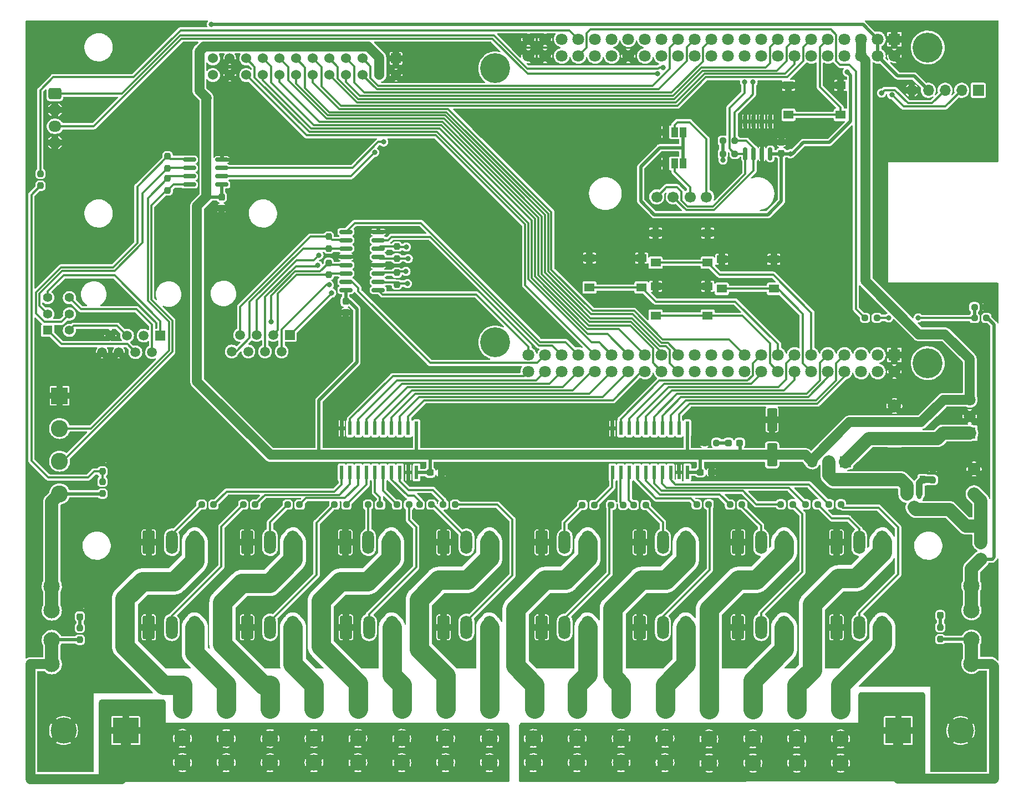
<source format=gbr>
%TF.GenerationSoftware,KiCad,Pcbnew,(6.0.6)*%
%TF.CreationDate,2022-07-22T12:53:20-04:00*%
%TF.ProjectId,BBB_16,4242425f-3136-42e6-9b69-6361645f7063,v2*%
%TF.SameCoordinates,Original*%
%TF.FileFunction,Copper,L1,Top*%
%TF.FilePolarity,Positive*%
%FSLAX46Y46*%
G04 Gerber Fmt 4.6, Leading zero omitted, Abs format (unit mm)*
G04 Created by KiCad (PCBNEW (6.0.6)) date 2022-07-22 12:53:20*
%MOMM*%
%LPD*%
G01*
G04 APERTURE LIST*
G04 Aperture macros list*
%AMRoundRect*
0 Rectangle with rounded corners*
0 $1 Rounding radius*
0 $2 $3 $4 $5 $6 $7 $8 $9 X,Y pos of 4 corners*
0 Add a 4 corners polygon primitive as box body*
4,1,4,$2,$3,$4,$5,$6,$7,$8,$9,$2,$3,0*
0 Add four circle primitives for the rounded corners*
1,1,$1+$1,$2,$3*
1,1,$1+$1,$4,$5*
1,1,$1+$1,$6,$7*
1,1,$1+$1,$8,$9*
0 Add four rect primitives between the rounded corners*
20,1,$1+$1,$2,$3,$4,$5,0*
20,1,$1+$1,$4,$5,$6,$7,0*
20,1,$1+$1,$6,$7,$8,$9,0*
20,1,$1+$1,$8,$9,$2,$3,0*%
G04 Aperture macros list end*
%TA.AperFunction,SMDPad,CuDef*%
%ADD10RoundRect,0.237500X-0.300000X-0.237500X0.300000X-0.237500X0.300000X0.237500X-0.300000X0.237500X0*%
%TD*%
%TA.AperFunction,ComponentPad*%
%ADD11C,2.475000*%
%TD*%
%TA.AperFunction,ComponentPad*%
%ADD12RoundRect,0.250000X-0.650000X-1.550000X0.650000X-1.550000X0.650000X1.550000X-0.650000X1.550000X0*%
%TD*%
%TA.AperFunction,ComponentPad*%
%ADD13O,1.800000X3.600000*%
%TD*%
%TA.AperFunction,SMDPad,CuDef*%
%ADD14R,0.900000X1.200000*%
%TD*%
%TA.AperFunction,SMDPad,CuDef*%
%ADD15RoundRect,0.237500X0.237500X-0.250000X0.237500X0.250000X-0.237500X0.250000X-0.237500X-0.250000X0*%
%TD*%
%TA.AperFunction,ComponentPad*%
%ADD16R,1.700000X1.700000*%
%TD*%
%TA.AperFunction,ComponentPad*%
%ADD17O,1.700000X1.700000*%
%TD*%
%TA.AperFunction,ComponentPad*%
%ADD18C,1.700000*%
%TD*%
%TA.AperFunction,SMDPad,CuDef*%
%ADD19RoundRect,0.237500X-0.237500X0.287500X-0.237500X-0.287500X0.237500X-0.287500X0.237500X0.287500X0*%
%TD*%
%TA.AperFunction,SMDPad,CuDef*%
%ADD20RoundRect,0.237500X-0.237500X0.250000X-0.237500X-0.250000X0.237500X-0.250000X0.237500X0.250000X0*%
%TD*%
%TA.AperFunction,SMDPad,CuDef*%
%ADD21RoundRect,0.237500X-0.287500X-0.237500X0.287500X-0.237500X0.287500X0.237500X-0.287500X0.237500X0*%
%TD*%
%TA.AperFunction,SMDPad,CuDef*%
%ADD22RoundRect,0.237500X0.250000X0.237500X-0.250000X0.237500X-0.250000X-0.237500X0.250000X-0.237500X0*%
%TD*%
%TA.AperFunction,SMDPad,CuDef*%
%ADD23RoundRect,0.237500X-0.237500X0.300000X-0.237500X-0.300000X0.237500X-0.300000X0.237500X0.300000X0*%
%TD*%
%TA.AperFunction,SMDPad,CuDef*%
%ADD24R,1.550000X1.300000*%
%TD*%
%TA.AperFunction,SMDPad,CuDef*%
%ADD25R,0.558800X2.159000*%
%TD*%
%TA.AperFunction,SMDPad,CuDef*%
%ADD26RoundRect,0.237500X0.237500X-0.300000X0.237500X0.300000X-0.237500X0.300000X-0.237500X-0.300000X0*%
%TD*%
%TA.AperFunction,SMDPad,CuDef*%
%ADD27RoundRect,0.150000X-0.150000X0.825000X-0.150000X-0.825000X0.150000X-0.825000X0.150000X0.825000X0*%
%TD*%
%TA.AperFunction,SMDPad,CuDef*%
%ADD28RoundRect,0.150000X0.825000X0.150000X-0.825000X0.150000X-0.825000X-0.150000X0.825000X-0.150000X0*%
%TD*%
%TA.AperFunction,ComponentPad*%
%ADD29R,1.500000X1.500000*%
%TD*%
%TA.AperFunction,ComponentPad*%
%ADD30C,1.500000*%
%TD*%
%TA.AperFunction,SMDPad,CuDef*%
%ADD31R,1.000000X1.500000*%
%TD*%
%TA.AperFunction,ComponentPad*%
%ADD32R,4.000000X4.000000*%
%TD*%
%TA.AperFunction,ComponentPad*%
%ADD33C,4.000000*%
%TD*%
%TA.AperFunction,ComponentPad*%
%ADD34R,1.530000X1.530000*%
%TD*%
%TA.AperFunction,ComponentPad*%
%ADD35C,1.530000*%
%TD*%
%TA.AperFunction,ComponentPad*%
%ADD36R,1.800000X1.800000*%
%TD*%
%TA.AperFunction,ComponentPad*%
%ADD37C,1.800000*%
%TD*%
%TA.AperFunction,ComponentPad*%
%ADD38C,4.572000*%
%TD*%
%TA.AperFunction,ComponentPad*%
%ADD39RoundRect,0.250000X-0.725000X0.600000X-0.725000X-0.600000X0.725000X-0.600000X0.725000X0.600000X0*%
%TD*%
%TA.AperFunction,ComponentPad*%
%ADD40O,1.950000X1.700000*%
%TD*%
%TA.AperFunction,ComponentPad*%
%ADD41C,1.904000*%
%TD*%
%TA.AperFunction,ComponentPad*%
%ADD42R,2.600000X2.600000*%
%TD*%
%TA.AperFunction,ComponentPad*%
%ADD43C,2.600000*%
%TD*%
%TA.AperFunction,ComponentPad*%
%ADD44R,1.400000X1.400000*%
%TD*%
%TA.AperFunction,ComponentPad*%
%ADD45C,1.400000*%
%TD*%
%TA.AperFunction,SMDPad,CuDef*%
%ADD46RoundRect,0.237500X-0.250000X-0.237500X0.250000X-0.237500X0.250000X0.237500X-0.250000X0.237500X0*%
%TD*%
%TA.AperFunction,SMDPad,CuDef*%
%ADD47RoundRect,0.250000X0.550000X-1.500000X0.550000X1.500000X-0.550000X1.500000X-0.550000X-1.500000X0*%
%TD*%
%TA.AperFunction,ComponentPad*%
%ADD48R,2.000000X2.000000*%
%TD*%
%TA.AperFunction,ComponentPad*%
%ADD49C,2.000000*%
%TD*%
%TA.AperFunction,SMDPad,CuDef*%
%ADD50RoundRect,0.150000X-0.150000X0.587500X-0.150000X-0.587500X0.150000X-0.587500X0.150000X0.587500X0*%
%TD*%
%TA.AperFunction,ViaPad*%
%ADD51C,0.800000*%
%TD*%
%TA.AperFunction,Conductor*%
%ADD52C,0.500000*%
%TD*%
%TA.AperFunction,Conductor*%
%ADD53C,1.500000*%
%TD*%
%TA.AperFunction,Conductor*%
%ADD54C,2.000000*%
%TD*%
%TA.AperFunction,Conductor*%
%ADD55C,2.999999*%
%TD*%
%TA.AperFunction,Conductor*%
%ADD56C,3.000000*%
%TD*%
%TA.AperFunction,Conductor*%
%ADD57C,0.350000*%
%TD*%
%TA.AperFunction,Conductor*%
%ADD58C,1.000000*%
%TD*%
%TA.AperFunction,Conductor*%
%ADD59C,0.200000*%
%TD*%
G04 APERTURE END LIST*
D10*
%TO.P,C4,1*%
%TO.N,+5V*%
X132029500Y-105949800D03*
%TO.P,C4,2*%
%TO.N,GND*%
X133754500Y-105949800D03*
%TD*%
D11*
%TO.P,F18,1_1,1*%
%TO.N,VIN1*%
X74282600Y-135238600D03*
%TO.P,F18,1_2,1*%
X74282600Y-131538600D03*
%TO.P,F18,2_1,2*%
%TO.N,V_DMX*%
X74282600Y-127038600D03*
%TO.P,F18,2_2,2*%
X74282600Y-123338600D03*
%TD*%
D12*
%TO.P,J2,1,Pin_1*%
%TO.N,GND*%
X89100000Y-129600000D03*
D13*
%TO.P,J2,2,Pin_2*%
%TO.N,/Output 1-8/DOUT2*%
X92600000Y-129600000D03*
%TO.P,J2,3,Pin_3*%
%TO.N,/Output 1-8/VOUT2*%
X96100000Y-129600000D03*
%TD*%
D12*
%TO.P,J5,1,Pin_1*%
%TO.N,GND*%
X119100000Y-116600000D03*
D13*
%TO.P,J5,2,Pin_2*%
%TO.N,/Output 1-8/DOUT5*%
X122600000Y-116600000D03*
%TO.P,J5,3,Pin_3*%
%TO.N,/Output 1-8/VOUT5*%
X126100000Y-116600000D03*
%TD*%
D12*
%TO.P,J6,1,Pin_1*%
%TO.N,GND*%
X119214342Y-129600000D03*
D13*
%TO.P,J6,2,Pin_2*%
%TO.N,/Output 1-8/DOUT6*%
X122714342Y-129600000D03*
%TO.P,J6,3,Pin_3*%
%TO.N,/Output 1-8/VOUT6*%
X126214342Y-129600000D03*
%TD*%
D12*
%TO.P,J7,1,Pin_1*%
%TO.N,GND*%
X134100000Y-116600000D03*
D13*
%TO.P,J7,2,Pin_2*%
%TO.N,/Output 1-8/DOUT7*%
X137600000Y-116600000D03*
%TO.P,J7,3,Pin_3*%
%TO.N,/Output 1-8/VOUT7*%
X141100000Y-116600000D03*
%TD*%
D12*
%TO.P,J8,1,Pin_1*%
%TO.N,GND*%
X134100000Y-129600000D03*
D13*
%TO.P,J8,2,Pin_2*%
%TO.N,/Output 1-8/DOUT8*%
X137600000Y-129600000D03*
%TO.P,J8,3,Pin_3*%
%TO.N,/Output 1-8/VOUT8*%
X141100000Y-129600000D03*
%TD*%
D12*
%TO.P,J9,1,Pin_1*%
%TO.N,GND*%
X149100000Y-116600000D03*
D13*
%TO.P,J9,2,Pin_2*%
%TO.N,/Output 9-16/DOUT9*%
X152600000Y-116600000D03*
%TO.P,J9,3,Pin_3*%
%TO.N,/Output 9-16/VOUT9*%
X156100000Y-116600000D03*
%TD*%
D12*
%TO.P,J10,1,Pin_1*%
%TO.N,GND*%
X149100000Y-129600000D03*
D13*
%TO.P,J10,2,Pin_2*%
%TO.N,/Output 9-16/DOUT10*%
X152600000Y-129600000D03*
%TO.P,J10,3,Pin_3*%
%TO.N,/Output 9-16/VOUT10*%
X156100000Y-129600000D03*
%TD*%
D12*
%TO.P,J11,1,Pin_1*%
%TO.N,GND*%
X164100000Y-116600000D03*
D13*
%TO.P,J11,2,Pin_2*%
%TO.N,/Output 9-16/DOUT11*%
X167600000Y-116600000D03*
%TO.P,J11,3,Pin_3*%
%TO.N,/Output 9-16/VOUT11*%
X171100000Y-116600000D03*
%TD*%
D12*
%TO.P,J12,1,Pin_1*%
%TO.N,GND*%
X164100000Y-129600000D03*
D13*
%TO.P,J12,2,Pin_2*%
%TO.N,/Output 9-16/DOUT12*%
X167600000Y-129600000D03*
%TO.P,J12,3,Pin_3*%
%TO.N,/Output 9-16/VOUT12*%
X171100000Y-129600000D03*
%TD*%
D12*
%TO.P,J13,1,Pin_1*%
%TO.N,GND*%
X179100000Y-116600000D03*
D13*
%TO.P,J13,2,Pin_2*%
%TO.N,/Output 9-16/DOUT13*%
X182600000Y-116600000D03*
%TO.P,J13,3,Pin_3*%
%TO.N,/Output 9-16/VOUT13*%
X186100000Y-116600000D03*
%TD*%
D12*
%TO.P,J14,1,Pin_1*%
%TO.N,GND*%
X179100000Y-129600000D03*
D13*
%TO.P,J14,2,Pin_2*%
%TO.N,/Output 9-16/DOUT14*%
X182600000Y-129600000D03*
%TO.P,J14,3,Pin_3*%
%TO.N,/Output 9-16/VOUT14*%
X186100000Y-129600000D03*
%TD*%
D12*
%TO.P,J15,1,Pin_1*%
%TO.N,GND*%
X194100000Y-116600000D03*
D13*
%TO.P,J15,2,Pin_2*%
%TO.N,/Output 9-16/DOUT15*%
X197600000Y-116600000D03*
%TO.P,J15,3,Pin_3*%
%TO.N,/Output 9-16/VOUT15*%
X201100000Y-116600000D03*
%TD*%
D12*
%TO.P,J16,1,Pin_1*%
%TO.N,GND*%
X194100000Y-129600000D03*
D13*
%TO.P,J16,2,Pin_2*%
%TO.N,/Output 9-16/DOUT16*%
X197600000Y-129600000D03*
%TO.P,J16,3,Pin_3*%
%TO.N,/Output 9-16/VOUT16*%
X201100000Y-129600000D03*
%TD*%
D11*
%TO.P,F1,1_1,1*%
%TO.N,VIN1*%
X94222600Y-150288600D03*
%TO.P,F1,1_2,1*%
X94222600Y-146588600D03*
%TO.P,F1,2_1,2*%
%TO.N,/Output 1-8/VOUT1*%
X94222600Y-142088600D03*
%TO.P,F1,2_2,2*%
X94222600Y-138388600D03*
%TD*%
%TO.P,F7,1_1,1*%
%TO.N,VIN1*%
X134425198Y-150298600D03*
%TO.P,F7,1_2,1*%
X134425198Y-146598600D03*
%TO.P,F7,2_1,2*%
%TO.N,/Output 1-8/VOUT7*%
X134425198Y-142098600D03*
%TO.P,F7,2_2,2*%
X134425198Y-138398600D03*
%TD*%
%TO.P,F14,1_1,1*%
%TO.N,VIN2*%
X181328229Y-150363600D03*
%TO.P,F14,1_2,1*%
X181328229Y-146663600D03*
%TO.P,F14,2_1,2*%
%TO.N,/Output 9-16/VOUT14*%
X181328229Y-142163600D03*
%TO.P,F14,2_2,2*%
X181328229Y-138463600D03*
%TD*%
D10*
%TO.P,C3,1*%
%TO.N,+5V*%
X173304500Y-105899800D03*
%TO.P,C3,2*%
%TO.N,GND*%
X175029500Y-105899800D03*
%TD*%
D11*
%TO.P,F2,1_1,1*%
%TO.N,VIN1*%
X100923033Y-150303600D03*
%TO.P,F2,1_2,1*%
X100923033Y-146603600D03*
%TO.P,F2,2_1,2*%
%TO.N,/Output 1-8/VOUT2*%
X100923033Y-142103600D03*
%TO.P,F2,2_2,2*%
X100923033Y-138403600D03*
%TD*%
%TO.P,F6,1_1,1*%
%TO.N,VIN1*%
X127724765Y-150298600D03*
%TO.P,F6,1_2,1*%
X127724765Y-146598600D03*
%TO.P,F6,2_1,2*%
%TO.N,/Output 1-8/VOUT6*%
X127724765Y-142098600D03*
%TO.P,F6,2_2,2*%
X127724765Y-138398600D03*
%TD*%
%TO.P,F8,1_1,1*%
%TO.N,VIN1*%
X141125631Y-150298600D03*
%TO.P,F8,1_2,1*%
X141125631Y-146598600D03*
%TO.P,F8,2_1,2*%
%TO.N,/Output 1-8/VOUT8*%
X141125631Y-142098600D03*
%TO.P,F8,2_2,2*%
X141125631Y-138398600D03*
%TD*%
%TO.P,F9,1_1,1*%
%TO.N,VIN2*%
X147826064Y-150298600D03*
%TO.P,F9,1_2,1*%
X147826064Y-146598600D03*
%TO.P,F9,2_1,2*%
%TO.N,/Output 9-16/VOUT9*%
X147826064Y-142098600D03*
%TO.P,F9,2_2,2*%
X147826064Y-138398600D03*
%TD*%
%TO.P,F10,1_1,1*%
%TO.N,VIN2*%
X154526497Y-150298600D03*
%TO.P,F10,1_2,1*%
X154526497Y-146598600D03*
%TO.P,F10,2_1,2*%
%TO.N,/Output 9-16/VOUT10*%
X154526497Y-142098600D03*
%TO.P,F10,2_2,2*%
X154526497Y-138398600D03*
%TD*%
%TO.P,F16,1_1,1*%
%TO.N,VIN2*%
X194729100Y-150363600D03*
%TO.P,F16,1_2,1*%
X194729100Y-146663600D03*
%TO.P,F16,2_1,2*%
%TO.N,/Output 9-16/VOUT16*%
X194729100Y-142163600D03*
%TO.P,F16,2_2,2*%
X194729100Y-138463600D03*
%TD*%
%TO.P,F5,1_1,1*%
%TO.N,VIN1*%
X121024332Y-150298600D03*
%TO.P,F5,1_2,1*%
X121024332Y-146598600D03*
%TO.P,F5,2_1,2*%
%TO.N,/Output 1-8/VOUT5*%
X121024332Y-142098600D03*
%TO.P,F5,2_2,2*%
X121024332Y-138398600D03*
%TD*%
%TO.P,F3,1_1,1*%
%TO.N,VIN1*%
X107623466Y-150303600D03*
%TO.P,F3,1_2,1*%
X107623466Y-146603600D03*
%TO.P,F3,2_1,2*%
%TO.N,/Output 1-8/VOUT3*%
X107623466Y-142103600D03*
%TO.P,F3,2_2,2*%
X107623466Y-138403600D03*
%TD*%
%TO.P,F13,1_1,1*%
%TO.N,VIN2*%
X174627796Y-150363600D03*
%TO.P,F13,1_2,1*%
X174627796Y-146663600D03*
%TO.P,F13,2_1,2*%
%TO.N,/Output 9-16/VOUT13*%
X174627796Y-142163600D03*
%TO.P,F13,2_2,2*%
X174627796Y-138463600D03*
%TD*%
%TO.P,F11,1_1,1*%
%TO.N,VIN2*%
X161226930Y-150298600D03*
%TO.P,F11,1_2,1*%
X161226930Y-146598600D03*
%TO.P,F11,2_1,2*%
%TO.N,/Output 9-16/VOUT11*%
X161226930Y-142098600D03*
%TO.P,F11,2_2,2*%
X161226930Y-138398600D03*
%TD*%
%TO.P,F4,1_1,1*%
%TO.N,VIN1*%
X114323899Y-150303600D03*
%TO.P,F4,1_2,1*%
X114323899Y-146603600D03*
%TO.P,F4,2_1,2*%
%TO.N,/Output 1-8/VOUT4*%
X114323899Y-142103600D03*
%TO.P,F4,2_2,2*%
X114323899Y-138403600D03*
%TD*%
D12*
%TO.P,J1,1,Pin_1*%
%TO.N,GND*%
X89100000Y-116600000D03*
D13*
%TO.P,J1,2,Pin_2*%
%TO.N,/Output 1-8/DOUT1*%
X92600000Y-116600000D03*
%TO.P,J1,3,Pin_3*%
%TO.N,/Output 1-8/VOUT1*%
X96100000Y-116600000D03*
%TD*%
D12*
%TO.P,J3,1,Pin_1*%
%TO.N,GND*%
X104100000Y-116600000D03*
D13*
%TO.P,J3,2,Pin_2*%
%TO.N,/Output 1-8/DOUT3*%
X107600000Y-116600000D03*
%TO.P,J3,3,Pin_3*%
%TO.N,/Output 1-8/VOUT3*%
X111100000Y-116600000D03*
%TD*%
D12*
%TO.P,J4,1,Pin_1*%
%TO.N,GND*%
X104100000Y-129600000D03*
D13*
%TO.P,J4,2,Pin_2*%
%TO.N,/Output 1-8/DOUT4*%
X107600000Y-129600000D03*
%TO.P,J4,3,Pin_3*%
%TO.N,/Output 1-8/VOUT4*%
X111100000Y-129600000D03*
%TD*%
D14*
%TO.P,D1,1,K*%
%TO.N,VCC*%
X203967000Y-107049800D03*
%TO.P,D1,2,A*%
%TO.N,Net-(D1-Pad2)*%
X207267000Y-107049800D03*
%TD*%
D15*
%TO.P,R1,1*%
%TO.N,/Serial/DMX1+*%
X91967000Y-59412300D03*
%TO.P,R1,2*%
%TO.N,/Serial/DMX1-*%
X91967000Y-57587300D03*
%TD*%
%TO.P,R2,1*%
%TO.N,/Serial/DMX2+*%
X91967000Y-62812300D03*
%TO.P,R2,2*%
%TO.N,/Serial/DMX2-*%
X91967000Y-60987300D03*
%TD*%
D16*
%TO.P,J25,1,Pin_1*%
%TO.N,unconnected-(J25-Pad1)*%
X215767000Y-47499800D03*
D17*
%TO.P,J25,2,Pin_2*%
%TO.N,I2C_SCL*%
X213227000Y-47499800D03*
%TO.P,J25,3,Pin_3*%
%TO.N,I2C_SDA*%
X210687000Y-47499800D03*
%TO.P,J25,4,Pin_4*%
%TO.N,+3V3*%
X208147000Y-47499800D03*
%TO.P,J25,5,Pin_5*%
%TO.N,GND*%
X205607000Y-47499800D03*
%TD*%
D11*
%TO.P,F15,1_1,1*%
%TO.N,VIN2*%
X188028662Y-150363600D03*
%TO.P,F15,1_2,1*%
X188028662Y-146663600D03*
%TO.P,F15,2_1,2*%
%TO.N,/Output 9-16/VOUT15*%
X188028662Y-142163600D03*
%TO.P,F15,2_2,2*%
X188028662Y-138463600D03*
%TD*%
%TO.P,F12,1_1,1*%
%TO.N,VIN2*%
X167927363Y-150298600D03*
%TO.P,F12,1_2,1*%
X167927363Y-146598600D03*
%TO.P,F12,2_1,2*%
%TO.N,/Output 9-16/VOUT12*%
X167927363Y-142098600D03*
%TO.P,F12,2_2,2*%
X167927363Y-138398600D03*
%TD*%
D18*
%TO.P,J26,1,Pin_1*%
%TO.N,I2C_SDA*%
X166667000Y-63799800D03*
%TO.P,J26,2,Pin_2*%
%TO.N,I2C_SCL*%
X169167000Y-63799800D03*
%TO.P,J26,3,Pin_3*%
%TO.N,/Pin3*%
X171767000Y-63799800D03*
%TO.P,J26,4,Pin_4*%
%TO.N,/Pin4*%
X174267000Y-63799800D03*
%TD*%
D19*
%TO.P,D5,1,K*%
%TO.N,GND*%
X78567000Y-126224800D03*
%TO.P,D5,2,A*%
%TO.N,Net-(D5-Pad2)*%
X78567000Y-127974800D03*
%TD*%
%TO.P,D6,1,K*%
%TO.N,GND*%
X209967000Y-126024800D03*
%TO.P,D6,2,A*%
%TO.N,Net-(D6-Pad2)*%
X209967000Y-127774800D03*
%TD*%
D20*
%TO.P,R4,1*%
%TO.N,Net-(D5-Pad2)*%
X78567000Y-129687300D03*
%TO.P,R4,2*%
%TO.N,VIN1*%
X78567000Y-131512300D03*
%TD*%
%TO.P,R5,1*%
%TO.N,Net-(D6-Pad2)*%
X209967000Y-129587300D03*
%TO.P,R5,2*%
%TO.N,VIN2*%
X209967000Y-131412300D03*
%TD*%
D21*
%TO.P,D4,1,K*%
%TO.N,Net-(D4-Pad1)*%
X177592000Y-101399800D03*
%TO.P,D4,2,A*%
%TO.N,+5V*%
X179342000Y-101399800D03*
%TD*%
D11*
%TO.P,F17,1_1,1*%
%TO.N,VIN2*%
X214726000Y-135181800D03*
%TO.P,F17,1_2,1*%
X214726000Y-131481800D03*
%TO.P,F17,2_1,2*%
%TO.N,VIN_Fuse*%
X214726000Y-126981800D03*
%TO.P,F17,2_2,2*%
X214726000Y-123281800D03*
%TD*%
D22*
%TO.P,R7,1*%
%TO.N,I2C_SCL*%
X178589500Y-55219800D03*
%TO.P,R7,2*%
%TO.N,+3V3*%
X176764500Y-55219800D03*
%TD*%
D23*
%TO.P,C5,1*%
%TO.N,+5V*%
X100217000Y-63812300D03*
%TO.P,C5,2*%
%TO.N,GND*%
X100217000Y-65537300D03*
%TD*%
D24*
%TO.P,SW5,1,A*%
%TO.N,GND*%
X186792000Y-46749800D03*
X194742000Y-46749800D03*
%TO.P,SW5,2,B*%
%TO.N,PWR_BUT*%
X186792000Y-51249800D03*
X194742000Y-51249800D03*
%TD*%
D25*
%TO.P,U4,1,DIR*%
%TO.N,+5V*%
X171332000Y-99171600D03*
%TO.P,U4,2,A1*%
%TO.N,DATA16*%
X170062000Y-99171600D03*
%TO.P,U4,3,A2*%
%TO.N,DATA15*%
X168792000Y-99171600D03*
%TO.P,U4,4,A3*%
%TO.N,DATA14*%
X167522000Y-99171600D03*
%TO.P,U4,5,A4*%
%TO.N,DATA13*%
X166252000Y-99171600D03*
%TO.P,U4,6,A5*%
%TO.N,DATA12*%
X164982000Y-99171600D03*
%TO.P,U4,7,A6*%
%TO.N,DATA11*%
X163712000Y-99171600D03*
%TO.P,U4,8,A7*%
%TO.N,DATA10*%
X162442000Y-99171600D03*
%TO.P,U4,9,A8*%
%TO.N,DATA9*%
X161172000Y-99171600D03*
%TO.P,U4,10,GND*%
%TO.N,GND*%
X159902000Y-99171600D03*
%TO.P,U4,11,B8*%
%TO.N,Net-(R34-Pad1)*%
X159902000Y-105928000D03*
%TO.P,U4,12,B7*%
%TO.N,Net-(R33-Pad1)*%
X161172000Y-105928000D03*
%TO.P,U4,13,B6*%
%TO.N,Net-(R32-Pad1)*%
X162442000Y-105928000D03*
%TO.P,U4,14,B5*%
%TO.N,Net-(R31-Pad1)*%
X163712000Y-105928000D03*
%TO.P,U4,15,B4*%
%TO.N,Net-(R30-Pad1)*%
X164982000Y-105928000D03*
%TO.P,U4,16,B3*%
%TO.N,Net-(R29-Pad1)*%
X166252000Y-105928000D03*
%TO.P,U4,17,B2*%
%TO.N,Net-(R28-Pad1)*%
X167522000Y-105928000D03*
%TO.P,U4,18,B1*%
%TO.N,Net-(R27-Pad1)*%
X168792000Y-105928000D03*
%TO.P,U4,19,\u002AOE*%
%TO.N,GND*%
X170062000Y-105928000D03*
%TO.P,U4,20,VCC*%
%TO.N,+5V*%
X171332000Y-105928000D03*
%TD*%
D26*
%TO.P,C6,1*%
%TO.N,+3V3*%
X185677000Y-57144800D03*
%TO.P,C6,2*%
%TO.N,GND*%
X185677000Y-55419800D03*
%TD*%
D22*
%TO.P,R6,1*%
%TO.N,I2C_SDA*%
X178589500Y-57199800D03*
%TO.P,R6,2*%
%TO.N,+3V3*%
X176764500Y-57199800D03*
%TD*%
D27*
%TO.P,U6,1,A0*%
%TO.N,GND*%
X184012000Y-52254800D03*
%TO.P,U6,2,A1*%
X182742000Y-52254800D03*
%TO.P,U6,3,A2*%
X181472000Y-52254800D03*
%TO.P,U6,4,GND*%
X180202000Y-52254800D03*
%TO.P,U6,5,SDA*%
%TO.N,I2C_SDA*%
X180202000Y-57204800D03*
%TO.P,U6,6,SCL*%
%TO.N,I2C_SCL*%
X181472000Y-57204800D03*
%TO.P,U6,7,WP*%
%TO.N,GND*%
X182742000Y-57204800D03*
%TO.P,U6,8,VCC*%
%TO.N,+3V3*%
X184012000Y-57204800D03*
%TD*%
D25*
%TO.P,U3,1,DIR*%
%TO.N,+5V*%
X129982000Y-99171600D03*
%TO.P,U3,2,A1*%
%TO.N,DATA8*%
X128712000Y-99171600D03*
%TO.P,U3,3,A2*%
%TO.N,DATA7*%
X127442000Y-99171600D03*
%TO.P,U3,4,A3*%
%TO.N,DATA6*%
X126172000Y-99171600D03*
%TO.P,U3,5,A4*%
%TO.N,DATA5*%
X124902000Y-99171600D03*
%TO.P,U3,6,A5*%
%TO.N,DATA4*%
X123632000Y-99171600D03*
%TO.P,U3,7,A6*%
%TO.N,DATA3*%
X122362000Y-99171600D03*
%TO.P,U3,8,A7*%
%TO.N,DATA2*%
X121092000Y-99171600D03*
%TO.P,U3,9,A8*%
%TO.N,DATA1*%
X119822000Y-99171600D03*
%TO.P,U3,10,GND*%
%TO.N,GND*%
X118552000Y-99171600D03*
%TO.P,U3,11,B8*%
%TO.N,Net-(R26-Pad1)*%
X118552000Y-105928000D03*
%TO.P,U3,12,B7*%
%TO.N,Net-(R25-Pad1)*%
X119822000Y-105928000D03*
%TO.P,U3,13,B6*%
%TO.N,Net-(R24-Pad1)*%
X121092000Y-105928000D03*
%TO.P,U3,14,B5*%
%TO.N,Net-(R23-Pad1)*%
X122362000Y-105928000D03*
%TO.P,U3,15,B4*%
%TO.N,Net-(R22-Pad1)*%
X123632000Y-105928000D03*
%TO.P,U3,16,B3*%
%TO.N,Net-(R21-Pad1)*%
X124902000Y-105928000D03*
%TO.P,U3,17,B2*%
%TO.N,Net-(R20-Pad1)*%
X126172000Y-105928000D03*
%TO.P,U3,18,B1*%
%TO.N,Net-(R19-Pad1)*%
X127442000Y-105928000D03*
%TO.P,U3,19,\u002AOE*%
%TO.N,GND*%
X128712000Y-105928000D03*
%TO.P,U3,20,VCC*%
%TO.N,+5V*%
X129982000Y-105928000D03*
%TD*%
D28*
%TO.P,U5,1,VCC*%
%TO.N,+5V*%
X100242000Y-61904800D03*
%TO.P,U5,2,IN*%
%TO.N,TXD2*%
X100242000Y-60634800D03*
%TO.P,U5,3,IN*%
%TO.N,TXD1*%
X100242000Y-59364800D03*
%TO.P,U5,4,GND*%
%TO.N,GND*%
X100242000Y-58094800D03*
%TO.P,U5,5,OUTA*%
%TO.N,/Serial/DMX1-*%
X95292000Y-58094800D03*
%TO.P,U5,6,OUTB*%
%TO.N,/Serial/DMX1+*%
X95292000Y-59364800D03*
%TO.P,U5,7,OUTA*%
%TO.N,/Serial/DMX2-*%
X95292000Y-60634800D03*
%TO.P,U5,8,OUTB*%
%TO.N,/Serial/DMX2+*%
X95292000Y-61904800D03*
%TD*%
D24*
%TO.P,SW3,1,A*%
%TO.N,GND*%
X166492000Y-77449800D03*
X174442000Y-77449800D03*
%TO.P,SW3,2,B*%
%TO.N,DOWN*%
X174442000Y-81949800D03*
X166492000Y-81949800D03*
%TD*%
D29*
%TO.P,J20,1*%
%TO.N,Net-(J20-Pad1)*%
X90849500Y-84999800D03*
D30*
%TO.P,J20,2*%
%TO.N,Net-(J20-Pad2)*%
X89579500Y-87539800D03*
%TO.P,J20,3*%
%TO.N,/Serial/9V*%
X88309500Y-84999800D03*
%TO.P,J20,4*%
%TO.N,Net-(J20-Pad4)*%
X87039500Y-87539800D03*
%TO.P,J20,5*%
%TO.N,Net-(J20-Pad5)*%
X85769500Y-84999800D03*
%TO.P,J20,6*%
%TO.N,GND*%
X84499500Y-87539800D03*
%TO.P,J20,7*%
X83229500Y-84999800D03*
%TO.P,J20,8*%
X81959500Y-87539800D03*
%TD*%
D31*
%TO.P,PIN4,1,A*%
%TO.N,GND*%
X168067000Y-53899800D03*
%TO.P,PIN4,2,C*%
%TO.N,/Pin4*%
X169367000Y-53899800D03*
%TO.P,PIN4,3,B*%
%TO.N,+3V3*%
X170667000Y-53899800D03*
%TD*%
%TO.P,PIN3,1,A*%
%TO.N,GND*%
X168067000Y-58699800D03*
%TO.P,PIN3,2,C*%
%TO.N,/Pin3*%
X169367000Y-58699800D03*
%TO.P,PIN3,3,B*%
%TO.N,+3V3*%
X170667000Y-58699800D03*
%TD*%
D23*
%TO.P,C7,1*%
%TO.N,+5V*%
X119167000Y-79737300D03*
%TO.P,C7,2*%
%TO.N,GND*%
X119167000Y-81462300D03*
%TD*%
D32*
%TO.P,J17,1,P1*%
%TO.N,VIN1*%
X85567000Y-145399800D03*
D33*
%TO.P,J17,2,P2*%
%TO.N,GND*%
X76067000Y-145399800D03*
%TD*%
D32*
%TO.P,J18,1,P1*%
%TO.N,VIN2*%
X203567000Y-145399800D03*
D33*
%TO.P,J18,2,P2*%
%TO.N,GND*%
X213067000Y-145399800D03*
%TD*%
D29*
%TO.P,J21,1*%
%TO.N,OUT17+*%
X110649500Y-84899800D03*
D30*
%TO.P,J21,2*%
%TO.N,OUT17-*%
X109379500Y-87439800D03*
%TO.P,J21,3*%
%TO.N,OUT18+*%
X108109500Y-84899800D03*
%TO.P,J21,4*%
%TO.N,OUT19-*%
X106839500Y-87439800D03*
%TO.P,J21,5*%
%TO.N,OUT19+*%
X105569500Y-84899800D03*
%TO.P,J21,6*%
%TO.N,OUT18-*%
X104299500Y-87439800D03*
%TO.P,J21,7*%
%TO.N,OUT20+*%
X103029500Y-84899800D03*
%TO.P,J21,8*%
%TO.N,OUT20-*%
X101759500Y-87439800D03*
%TD*%
D28*
%TO.P,U7,1,1A*%
%TO.N,DATA17*%
X124142000Y-78044800D03*
%TO.P,U7,2,1Y*%
%TO.N,OUT17+*%
X124142000Y-76774800D03*
%TO.P,U7,3,1Z*%
%TO.N,OUT17-*%
X124142000Y-75504800D03*
%TO.P,U7,4,G*%
%TO.N,GND*%
X124142000Y-74234800D03*
%TO.P,U7,5,2Z*%
%TO.N,OUT19-*%
X124142000Y-72964800D03*
%TO.P,U7,6,2Y*%
%TO.N,OUT19+*%
X124142000Y-71694800D03*
%TO.P,U7,7,2A*%
%TO.N,DATA19*%
X124142000Y-70424800D03*
%TO.P,U7,8,GND*%
%TO.N,GND*%
X124142000Y-69154800D03*
%TO.P,U7,9,3A*%
%TO.N,DATA20*%
X119192000Y-69154800D03*
%TO.P,U7,10,3Y*%
%TO.N,OUT20+*%
X119192000Y-70424800D03*
%TO.P,U7,11,3Z*%
%TO.N,OUT20-*%
X119192000Y-71694800D03*
%TO.P,U7,12,~{G}*%
%TO.N,GND*%
X119192000Y-72964800D03*
%TO.P,U7,13,4Z*%
%TO.N,OUT18-*%
X119192000Y-74234800D03*
%TO.P,U7,14,4Y*%
%TO.N,OUT18+*%
X119192000Y-75504800D03*
%TO.P,U7,15,4A*%
%TO.N,DATA18*%
X119192000Y-76774800D03*
%TO.P,U7,16,VCC*%
%TO.N,+5V*%
X119192000Y-78044800D03*
%TD*%
D34*
%TO.P,J24,1,Pin_1*%
%TO.N,GND*%
X126837000Y-42629800D03*
D35*
%TO.P,J24,2,Pin_2*%
X126837000Y-45169800D03*
%TO.P,J24,3,Pin_3*%
%TO.N,+5V*%
X124297000Y-42629800D03*
%TO.P,J24,4,Pin_4*%
X124297000Y-45169800D03*
%TO.P,J24,5,Pin_5*%
%TO.N,OUT21*%
X121757000Y-42629800D03*
%TO.P,J24,6,Pin_6*%
%TO.N,OUT22*%
X121757000Y-45169800D03*
%TO.P,J24,7,Pin_7*%
%TO.N,OUT23*%
X119217000Y-42629800D03*
%TO.P,J24,8,Pin_8*%
%TO.N,OUT24*%
X119217000Y-45169800D03*
%TO.P,J24,9,Pin_9*%
%TO.N,OUT25*%
X116677000Y-42629800D03*
%TO.P,J24,10,Pin_10*%
%TO.N,OUT26*%
X116677000Y-45169800D03*
%TO.P,J24,11,Pin_11*%
%TO.N,OUT27*%
X114137000Y-42629800D03*
%TO.P,J24,12,Pin_12*%
%TO.N,OUT28*%
X114137000Y-45169800D03*
%TO.P,J24,13,Pin_13*%
%TO.N,OUT29*%
X111597000Y-42629800D03*
%TO.P,J24,14,Pin_14*%
%TO.N,OUT30*%
X111597000Y-45169800D03*
%TO.P,J24,15,Pin_15*%
%TO.N,OUT31*%
X109057000Y-42629800D03*
%TO.P,J24,16,Pin_16*%
%TO.N,OUT32*%
X109057000Y-45169800D03*
%TO.P,J24,17,Pin_17*%
%TO.N,OUT33*%
X106517000Y-42629800D03*
%TO.P,J24,18,Pin_18*%
%TO.N,OUT34*%
X106517000Y-45169800D03*
%TO.P,J24,19,Pin_19*%
%TO.N,OUT35*%
X103977000Y-42629800D03*
%TO.P,J24,20,Pin_20*%
%TO.N,OUT36*%
X103977000Y-45169800D03*
%TO.P,J24,21,Pin_21*%
%TO.N,GND*%
X101437000Y-42629800D03*
%TO.P,J24,22,Pin_22*%
X101437000Y-45169800D03*
%TO.P,J24,23,Pin_23*%
%TO.N,+3V3*%
X98897000Y-42629800D03*
%TO.P,J24,24,Pin_24*%
%TO.N,unconnected-(J24-Pad24)*%
X98897000Y-45169800D03*
%TD*%
D36*
%TO.P,U1,B1,DGND*%
%TO.N,GND*%
X202962000Y-87959800D03*
D37*
%TO.P,U1,B2,DGND*%
X202962000Y-90499800D03*
%TO.P,U1,B3,GPIO1_6*%
%TO.N,unconnected-(U1-PadB3)*%
X200422000Y-87959800D03*
%TO.P,U1,B4,GPIO1_7*%
%TO.N,unconnected-(U1-PadB4)*%
X200422000Y-90499800D03*
%TO.P,U1,B5,GPIO1_2*%
%TO.N,unconnected-(U1-PadB5)*%
X197882000Y-87959800D03*
%TO.P,U1,B6,GPIO1_3*%
%TO.N,unconnected-(U1-PadB6)*%
X197882000Y-90499800D03*
%TO.P,U1,B7,TIMER4*%
%TO.N,DATA15*%
X195342000Y-87959800D03*
%TO.P,U1,B8,TIMER7*%
%TO.N,DATA16*%
X195342000Y-90499800D03*
%TO.P,U1,B9,TIMER5*%
%TO.N,DATA13*%
X192802000Y-87959800D03*
%TO.P,U1,B10,TIMER6*%
%TO.N,DATA14*%
X192802000Y-90499800D03*
%TO.P,U1,B11,GPIO1_13*%
%TO.N,UP*%
X190262000Y-87959800D03*
%TO.P,U1,B12,GPIO1_12*%
%TO.N,RIGHT*%
X190262000Y-90499800D03*
%TO.P,U1,B13,EHRPWM2B*%
%TO.N,DATA11*%
X187722000Y-87959800D03*
%TO.P,U1,B14,GPIO0_26*%
%TO.N,DATA12*%
X187722000Y-90499800D03*
%TO.P,U1,B15,GPIO1_15*%
%TO.N,LEFT*%
X185182000Y-87959800D03*
%TO.P,U1,B16,GPIO1_14*%
%TO.N,DOWN*%
X185182000Y-90499800D03*
%TO.P,U1,B17,GPIO0_27*%
%TO.N,DATA9*%
X182642000Y-87959800D03*
%TO.P,U1,B18,GPIO2_1*%
%TO.N,DATA10*%
X182642000Y-90499800D03*
%TO.P,U1,B19,EHRPWM2A*%
%TO.N,OUT28*%
X180102000Y-87959800D03*
%TO.P,U1,B20,GPIO1_31*%
%TO.N,unconnected-(U1-PadB20)*%
X180102000Y-90499800D03*
%TO.P,U1,B21,GPIO1_30*%
%TO.N,unconnected-(U1-PadB21)*%
X177562000Y-87959800D03*
%TO.P,U1,B22,GPIO1_5*%
%TO.N,unconnected-(U1-PadB22)*%
X177562000Y-90499800D03*
%TO.P,U1,B23,GPIO1_4*%
%TO.N,unconnected-(U1-PadB23)*%
X175022000Y-87959800D03*
%TO.P,U1,B24,GPIO1_1*%
%TO.N,unconnected-(U1-PadB24)*%
X175022000Y-90499800D03*
%TO.P,U1,B25,GPIO1_0*%
%TO.N,unconnected-(U1-PadB25)*%
X172482000Y-87959800D03*
%TO.P,U1,B26,GPIO1_29*%
%TO.N,unconnected-(U1-PadB26)*%
X172482000Y-90499800D03*
%TO.P,U1,B27,GPIO2_22*%
%TO.N,OUT29*%
X169942000Y-87959800D03*
%TO.P,U1,B28,GPIO2_24*%
%TO.N,OUT30*%
X169942000Y-90499800D03*
%TO.P,U1,B29,GPIO2_23*%
%TO.N,OUT31*%
X167402000Y-87959800D03*
%TO.P,U1,B30,GPIO2_25*%
%TO.N,OUT32*%
X167402000Y-90499800D03*
%TO.P,U1,B31,UART5_CTSN*%
%TO.N,OUT33*%
X164862000Y-87959800D03*
%TO.P,U1,B32,UART5_RTSN*%
%TO.N,DATA8*%
X164862000Y-90499800D03*
%TO.P,U1,B33,UART4_RTSN*%
%TO.N,OUT34*%
X162322000Y-87959800D03*
%TO.P,U1,B34,UART3_RTSN*%
%TO.N,DATA7*%
X162322000Y-90499800D03*
%TO.P,U1,B35,UART4_CTSN*%
%TO.N,OUT35*%
X159782000Y-87959800D03*
%TO.P,U1,B36,UART3_CTSN*%
%TO.N,DATA6*%
X159782000Y-90499800D03*
%TO.P,U1,B37,UART5_TXD*%
%TO.N,OUT36*%
X157242000Y-87959800D03*
%TO.P,U1,B38,UART5_RXD*%
%TO.N,DATA5*%
X157242000Y-90499800D03*
%TO.P,U1,B39,GPIO2_12*%
%TO.N,DATA20*%
X154702000Y-87959800D03*
%TO.P,U1,B40,GPIO2_13*%
%TO.N,DATA4*%
X154702000Y-90499800D03*
%TO.P,U1,B41,GPIO2_10*%
%TO.N,DATA19*%
X152162000Y-87959800D03*
%TO.P,U1,B42,GPIO2_11*%
%TO.N,DATA3*%
X152162000Y-90499800D03*
%TO.P,U1,B43,GPIO2_8*%
%TO.N,DATA18*%
X149622000Y-87959800D03*
%TO.P,U1,B44,GPIO2_9*%
%TO.N,DATA2*%
X149622000Y-90499800D03*
%TO.P,U1,B45,GPIO2_6*%
%TO.N,DATA17*%
X147082000Y-87959800D03*
%TO.P,U1,B46,GPIO2_7*%
%TO.N,DATA1*%
X147082000Y-90499800D03*
D36*
%TO.P,U1,C1,DGND*%
%TO.N,GND*%
X202962000Y-39699800D03*
D37*
%TO.P,U1,C2,DGND*%
X202962000Y-42239800D03*
%TO.P,U1,C3,VDD_3V3EXP*%
%TO.N,+3V3*%
X200422000Y-39699800D03*
%TO.P,U1,C4,VDD_3V3EXP*%
X200422000Y-42239800D03*
%TO.P,U1,C5,VDD_5V*%
%TO.N,+5V*%
X197882000Y-39699800D03*
%TO.P,U1,C6,VDD_5V*%
X197882000Y-42239800D03*
%TO.P,U1,C7,SYS_5V*%
%TO.N,unconnected-(U1-PadC7)*%
X195342000Y-39699800D03*
%TO.P,U1,C8,SYS_5V*%
%TO.N,unconnected-(U1-PadC8)*%
X195342000Y-42239800D03*
%TO.P,U1,C9,PWR_BUT*%
%TO.N,PWR_BUT*%
X192802000Y-39699800D03*
%TO.P,U1,C10,SYS_RESETn*%
%TO.N,unconnected-(U1-PadC10)*%
X192802000Y-42239800D03*
%TO.P,U1,C11,UART4_RXD*%
%TO.N,OUT27*%
X190262000Y-39699800D03*
%TO.P,U1,C12,GPIO1_28*%
%TO.N,unconnected-(U1-PadC12)*%
X190262000Y-42239800D03*
%TO.P,U1,C13,UART4_TXD*%
%TO.N,OUT25*%
X187722000Y-39699800D03*
%TO.P,U1,C14,EHRPWM1A*%
%TO.N,OUT26*%
X187722000Y-42239800D03*
%TO.P,U1,C15,GPIO1_16*%
%TO.N,OUT24*%
X185182000Y-39699800D03*
%TO.P,U1,C16,EHRPWM1B*%
%TO.N,unconnected-(U1-PadC16)*%
X185182000Y-42239800D03*
%TO.P,U1,C17,I2C1_SCL*%
%TO.N,unconnected-(U1-PadC17)*%
X182642000Y-39699800D03*
%TO.P,U1,C18,I2C1_SDA*%
%TO.N,unconnected-(U1-PadC18)*%
X182642000Y-42239800D03*
%TO.P,U1,C19,I2C2_SCL*%
%TO.N,I2C_SCL*%
X180102000Y-39699800D03*
%TO.P,U1,C20,I2C2_SDA*%
%TO.N,I2C_SDA*%
X180102000Y-42239800D03*
%TO.P,U1,C21,UART2_TXD*%
%TO.N,TXD2*%
X177562000Y-39699800D03*
%TO.P,U1,C22,UART2_RXD*%
%TO.N,GPIO2*%
X177562000Y-42239800D03*
%TO.P,U1,C23,GPIO1_17*%
%TO.N,OUT23*%
X175022000Y-39699800D03*
%TO.P,U1,C24,UART1_TXD*%
%TO.N,TXD1*%
X175022000Y-42239800D03*
%TO.P,U1,C25,GPIO3_21*%
%TO.N,OUT22*%
X172482000Y-39699800D03*
%TO.P,U1,C26,UART1_RXD*%
%TO.N,GPIO1*%
X172482000Y-42239800D03*
%TO.P,U1,C27,GPIO3_19*%
%TO.N,OUT21*%
X169942000Y-39699800D03*
%TO.P,U1,C28,SPI1_CS0*%
%TO.N,unconnected-(U1-PadC28)*%
X169942000Y-42239800D03*
%TO.P,U1,C29,SPI1_D0*%
%TO.N,unconnected-(U1-PadC29)*%
X167402000Y-39699800D03*
%TO.P,U1,C30,SPI1_D1*%
%TO.N,unconnected-(U1-PadC30)*%
X167402000Y-42239800D03*
%TO.P,U1,C31,SPI1_SCLK*%
%TO.N,unconnected-(U1-PadC31)*%
X164862000Y-39699800D03*
%TO.P,U1,C32,VDD_ADC*%
%TO.N,unconnected-(U1-PadC32)*%
X164862000Y-42239800D03*
%TO.P,U1,C33,AIN4*%
%TO.N,unconnected-(U1-PadC33)*%
X162322000Y-39699800D03*
%TO.P,U1,C34,GNDA_ADC*%
%TO.N,GND*%
X162322000Y-42239800D03*
%TO.P,U1,C35,AIN6*%
%TO.N,unconnected-(U1-PadC35)*%
X159782000Y-39699800D03*
%TO.P,U1,C36,AIN5*%
%TO.N,unconnected-(U1-PadC36)*%
X159782000Y-42239800D03*
%TO.P,U1,C37,AIN2*%
%TO.N,unconnected-(U1-PadC37)*%
X157242000Y-39699800D03*
%TO.P,U1,C38,AIN3*%
%TO.N,unconnected-(U1-PadC38)*%
X157242000Y-42239800D03*
%TO.P,U1,C39,AIN0*%
%TO.N,VIN1_ADC*%
X154702000Y-39699800D03*
%TO.P,U1,C40,AIN1*%
%TO.N,VIN2_ADC*%
X154702000Y-42239800D03*
%TO.P,U1,C41,CLKOUT2*%
%TO.N,unconnected-(U1-PadC41)*%
X152162000Y-39699800D03*
%TO.P,U1,C42,GPIO0_7*%
%TO.N,unconnected-(U1-PadC42)*%
X152162000Y-42239800D03*
%TO.P,U1,C43,DGND*%
%TO.N,GND*%
X149622000Y-39699800D03*
%TO.P,U1,C44,DGND*%
X149622000Y-42239800D03*
%TO.P,U1,C45,DGND*%
X147082000Y-39699800D03*
%TO.P,U1,C46,DGND*%
X147082000Y-42239800D03*
D38*
%TO.P,U1,M1*%
%TO.N,N/C*%
X142002000Y-44144800D03*
%TO.P,U1,M2*%
X208042000Y-40969800D03*
%TO.P,U1,M3*%
X208042000Y-89229800D03*
%TO.P,U1,M4*%
X142002000Y-86054800D03*
%TD*%
D24*
%TO.P,SW2,1,A*%
%TO.N,GND*%
X166492000Y-69349800D03*
X174442000Y-69349800D03*
%TO.P,SW2,2,B*%
%TO.N,UP*%
X166492000Y-73849800D03*
X174442000Y-73849800D03*
%TD*%
%TO.P,SW1,1,A*%
%TO.N,GND*%
X156392000Y-73149800D03*
X164342000Y-73149800D03*
%TO.P,SW1,2,B*%
%TO.N,LEFT*%
X164342000Y-77649800D03*
X156392000Y-77649800D03*
%TD*%
%TO.P,SW4,1,A*%
%TO.N,GND*%
X176592000Y-73349800D03*
X184542000Y-73349800D03*
%TO.P,SW4,2,B*%
%TO.N,RIGHT*%
X184542000Y-77849800D03*
X176592000Y-77849800D03*
%TD*%
D16*
%TO.P,J23,1,Pin_1*%
%TO.N,/12V*%
X195492000Y-104299800D03*
D17*
%TO.P,J23,2,Pin_2*%
%TO.N,VCC*%
X192952000Y-104299800D03*
%TO.P,J23,3,Pin_3*%
%TO.N,+5V*%
X190412000Y-104299800D03*
%TD*%
D36*
%TO.P,U2,1,VI*%
%TO.N,/12V*%
X214467000Y-99899800D03*
D37*
%TO.P,U2,2,GND*%
%TO.N,GND*%
X214467000Y-97359800D03*
%TO.P,U2,3,VO*%
%TO.N,+5V*%
X214467000Y-94819800D03*
%TD*%
D39*
%TO.P,J19,1,Pin_1*%
%TO.N,GPIO1*%
X74767000Y-47999800D03*
D40*
%TO.P,J19,2,Pin_2*%
%TO.N,GND*%
X74767000Y-50499800D03*
%TO.P,J19,3,Pin_3*%
%TO.N,GPIO2*%
X74767000Y-52999800D03*
%TO.P,J19,4,Pin_4*%
%TO.N,GND*%
X74767000Y-55499800D03*
%TD*%
D41*
%TO.P,J27,1,Pin_1*%
%TO.N,/VIN*%
X215117459Y-109205360D03*
%TO.P,J27,2,Pin_2*%
%TO.N,GND*%
X215117459Y-105395360D03*
%TD*%
D16*
%TO.P,J28,1,Pin_1*%
%TO.N,/VIN*%
X216167000Y-114099800D03*
D17*
%TO.P,J28,2,Pin_2*%
X216167000Y-116639800D03*
%TO.P,J28,3,Pin_3*%
%TO.N,VIN_Fuse*%
X216167000Y-119179800D03*
%TD*%
D42*
%TO.P,J22,1,Pin_1*%
%TO.N,GND*%
X75467000Y-94199800D03*
D43*
%TO.P,J22,2,Pin_2*%
%TO.N,/Serial/DMX2-*%
X75467000Y-99199800D03*
%TO.P,J22,3,Pin_3*%
%TO.N,/Serial/DMX2+*%
X75467000Y-104199800D03*
%TO.P,J22,4,Pin_4*%
%TO.N,V_DMX*%
X75467000Y-109199800D03*
%TD*%
D15*
%TO.P,R9,1*%
%TO.N,V_DMX*%
X82017000Y-109162300D03*
%TO.P,R9,2*%
%TO.N,Net-(R10-Pad1)*%
X82017000Y-107337300D03*
%TD*%
%TO.P,R10,1*%
%TO.N,Net-(R10-Pad1)*%
X82017000Y-105762300D03*
%TO.P,R10,2*%
%TO.N,GND*%
X82017000Y-103937300D03*
%TD*%
D44*
%TO.P,SW6,1,A*%
%TO.N,Net-(J20-Pad4)*%
X73667000Y-84199800D03*
D45*
%TO.P,SW6,2,B*%
%TO.N,/Serial/DMX1+*%
X73667000Y-81699800D03*
%TO.P,SW6,3,C*%
%TO.N,Net-(J20-Pad1)*%
X73667000Y-79199800D03*
%TO.P,SW6,4,A*%
%TO.N,Net-(J20-Pad5)*%
X76967000Y-84199800D03*
%TO.P,SW6,5,B*%
%TO.N,/Serial/DMX1-*%
X76967000Y-81699800D03*
%TO.P,SW6,6,C*%
%TO.N,Net-(J20-Pad2)*%
X76967000Y-79199800D03*
%TD*%
D46*
%TO.P,R3,1*%
%TO.N,GND*%
X173954500Y-101399800D03*
%TO.P,R3,2*%
%TO.N,Net-(D4-Pad1)*%
X175779500Y-101399800D03*
%TD*%
D47*
%TO.P,C2,1*%
%TO.N,+5V*%
X184267000Y-103249800D03*
%TO.P,C2,2*%
%TO.N,GND*%
X184267000Y-97849800D03*
%TD*%
D48*
%TO.P,C1,1*%
%TO.N,/12V*%
X202967000Y-100767477D03*
D49*
%TO.P,C1,2*%
%TO.N,GND*%
X202967000Y-95767477D03*
%TD*%
D20*
%TO.P,R8,1*%
%TO.N,VIN1_ADC*%
X72542000Y-60262300D03*
%TO.P,R8,2*%
%TO.N,Net-(R10-Pad1)*%
X72542000Y-62087300D03*
%TD*%
D46*
%TO.P,R11,1*%
%TO.N,VIN2_ADC*%
X198454500Y-82299800D03*
%TO.P,R11,2*%
%TO.N,Net-(R11-Pad2)*%
X200279500Y-82299800D03*
%TD*%
D22*
%TO.P,R12,1*%
%TO.N,VIN_Fuse*%
X217004500Y-82324800D03*
%TO.P,R12,2*%
%TO.N,Net-(R11-Pad2)*%
X215179500Y-82324800D03*
%TD*%
D46*
%TO.P,R13,1*%
%TO.N,Net-(R11-Pad2)*%
X215179500Y-80649800D03*
%TO.P,R13,2*%
%TO.N,GND*%
X217004500Y-80649800D03*
%TD*%
%TO.P,R31,1*%
%TO.N,Net-(R31-Pad1)*%
X172754500Y-110799800D03*
%TO.P,R31,2*%
%TO.N,/Output 9-16/DOUT12*%
X174579500Y-110799800D03*
%TD*%
D22*
%TO.P,R22,1*%
%TO.N,Net-(R22-Pad1)*%
X124404500Y-110849800D03*
%TO.P,R22,2*%
%TO.N,/Output 1-8/DOUT5*%
X122579500Y-110849800D03*
%TD*%
D46*
%TO.P,R20,1*%
%TO.N,Net-(R20-Pad1)*%
X130454500Y-110849800D03*
%TO.P,R20,2*%
%TO.N,/Output 1-8/DOUT7*%
X132279500Y-110849800D03*
%TD*%
D22*
%TO.P,R26,1*%
%TO.N,Net-(R26-Pad1)*%
X98979500Y-110849800D03*
%TO.P,R26,2*%
%TO.N,/Output 1-8/DOUT1*%
X97154500Y-110849800D03*
%TD*%
%TO.P,R25,1*%
%TO.N,Net-(R25-Pad1)*%
X105354500Y-110849800D03*
%TO.P,R25,2*%
%TO.N,/Output 1-8/DOUT2*%
X103529500Y-110849800D03*
%TD*%
D50*
%TO.P,Q1,1,G*%
%TO.N,Net-(D1-Pad2)*%
X206767000Y-109262300D03*
%TO.P,Q1,2,S*%
%TO.N,VCC*%
X204867000Y-109262300D03*
%TO.P,Q1,3,D*%
%TO.N,/VIN*%
X205817000Y-111137300D03*
%TD*%
D22*
%TO.P,R23,1*%
%TO.N,Net-(R23-Pad1)*%
X119279500Y-110849800D03*
%TO.P,R23,2*%
%TO.N,/Output 1-8/DOUT4*%
X117454500Y-110849800D03*
%TD*%
D15*
%TO.P,R17,1*%
%TO.N,OUT17+*%
X126967000Y-77212300D03*
%TO.P,R17,2*%
%TO.N,OUT17-*%
X126967000Y-75387300D03*
%TD*%
D22*
%TO.P,R33,1*%
%TO.N,Net-(R33-Pad1)*%
X161529500Y-110899800D03*
%TO.P,R33,2*%
%TO.N,/Output 9-16/DOUT10*%
X159704500Y-110899800D03*
%TD*%
D46*
%TO.P,R19,1*%
%TO.N,Net-(R19-Pad1)*%
X134054500Y-110849800D03*
%TO.P,R19,2*%
%TO.N,/Output 1-8/DOUT8*%
X135879500Y-110849800D03*
%TD*%
D15*
%TO.P,R16,1*%
%TO.N,OUT19-*%
X126967000Y-73212300D03*
%TO.P,R16,2*%
%TO.N,OUT19+*%
X126967000Y-71387300D03*
%TD*%
D22*
%TO.P,R34,1*%
%TO.N,Net-(R34-Pad1)*%
X157129500Y-110899800D03*
%TO.P,R34,2*%
%TO.N,/Output 9-16/DOUT9*%
X155304500Y-110899800D03*
%TD*%
%TO.P,R24,1*%
%TO.N,Net-(R24-Pad1)*%
X112129500Y-110849800D03*
%TO.P,R24,2*%
%TO.N,/Output 1-8/DOUT3*%
X110304500Y-110849800D03*
%TD*%
D46*
%TO.P,R32,1*%
%TO.N,Net-(R32-Pad1)*%
X163154500Y-110899800D03*
%TO.P,R32,2*%
%TO.N,/Output 9-16/DOUT11*%
X164979500Y-110899800D03*
%TD*%
%TO.P,R27,1*%
%TO.N,Net-(R27-Pad1)*%
X192954500Y-110799800D03*
%TO.P,R27,2*%
%TO.N,/Output 9-16/DOUT16*%
X194779500Y-110799800D03*
%TD*%
D20*
%TO.P,R14,1*%
%TO.N,GND*%
X208817000Y-105237300D03*
%TO.P,R14,2*%
%TO.N,Net-(D1-Pad2)*%
X208817000Y-107062300D03*
%TD*%
%TO.P,R15,1*%
%TO.N,OUT18-*%
X116567000Y-73887300D03*
%TO.P,R15,2*%
%TO.N,OUT18+*%
X116567000Y-75712300D03*
%TD*%
D46*
%TO.P,R28,1*%
%TO.N,Net-(R28-Pad1)*%
X189404500Y-110799800D03*
%TO.P,R28,2*%
%TO.N,/Output 9-16/DOUT15*%
X191229500Y-110799800D03*
%TD*%
D20*
%TO.P,R18,1*%
%TO.N,OUT20+*%
X116567000Y-69887300D03*
%TO.P,R18,2*%
%TO.N,OUT20-*%
X116567000Y-71712300D03*
%TD*%
D46*
%TO.P,R29,1*%
%TO.N,Net-(R29-Pad1)*%
X185604500Y-110799800D03*
%TO.P,R29,2*%
%TO.N,/Output 9-16/DOUT14*%
X187429500Y-110799800D03*
%TD*%
%TO.P,R30,1*%
%TO.N,Net-(R30-Pad1)*%
X177854500Y-110849800D03*
%TO.P,R30,2*%
%TO.N,/Output 9-16/DOUT13*%
X179679500Y-110849800D03*
%TD*%
%TO.P,R21,1*%
%TO.N,Net-(R21-Pad1)*%
X127004500Y-110849800D03*
%TO.P,R21,2*%
%TO.N,/Output 1-8/DOUT6*%
X128829500Y-110849800D03*
%TD*%
D51*
%TO.N,GND*%
X158001000Y-121017800D03*
X218067000Y-122399800D03*
X72167000Y-76499800D03*
X98651000Y-119967800D03*
X161667000Y-68199800D03*
X145167000Y-100799800D03*
X86667000Y-49099800D03*
X125837000Y-74249800D03*
X211667000Y-132699800D03*
X118767000Y-88899800D03*
X142151000Y-126167800D03*
X90767000Y-65499800D03*
X77767000Y-110799800D03*
X108967000Y-100799800D03*
X194247000Y-44889800D03*
X91967000Y-37699800D03*
X188597000Y-44989800D03*
X184967000Y-67599800D03*
X158167000Y-73199800D03*
X194867000Y-48699800D03*
X104467000Y-54999800D03*
X212567000Y-89699800D03*
X121967000Y-60899800D03*
X86367000Y-44199800D03*
X162267000Y-73099800D03*
X85167000Y-92499800D03*
X178067000Y-80899800D03*
X71267000Y-38899800D03*
X188267000Y-106699800D03*
X191367000Y-100599800D03*
X98367000Y-85999800D03*
X182747000Y-59569800D03*
X122557000Y-82249800D03*
X200167000Y-55099800D03*
X103667000Y-112699800D03*
X167307000Y-52099800D03*
X213317000Y-80889800D03*
X95667000Y-56749800D03*
X216967000Y-107999800D03*
X216667000Y-90799800D03*
X157567000Y-105199800D03*
X191667000Y-107699800D03*
X81367000Y-54299800D03*
X84367000Y-97699800D03*
X143151000Y-113817800D03*
X166267000Y-53899800D03*
X99717000Y-49699800D03*
X202667000Y-137299800D03*
X93547953Y-81704629D03*
X173301000Y-114717800D03*
X187137000Y-55319800D03*
X90667000Y-71699800D03*
X94567000Y-64999800D03*
X168351000Y-125267800D03*
X131767000Y-101399800D03*
X111767000Y-62249800D03*
X98817000Y-72599800D03*
X116867000Y-106099800D03*
X200667000Y-60699800D03*
X168567000Y-69499800D03*
X79467000Y-97599800D03*
X140267000Y-51699800D03*
X134367000Y-73999800D03*
X140167000Y-63399800D03*
X100167000Y-56479800D03*
X93967000Y-75799800D03*
X127251000Y-113767800D03*
X183577000Y-54639800D03*
X191867000Y-85499800D03*
X213267000Y-110199800D03*
X71267000Y-128699800D03*
X95117000Y-41049800D03*
X192667000Y-49999800D03*
X178537000Y-46949800D03*
X83267000Y-77299800D03*
X71267000Y-133199800D03*
X71267000Y-59099800D03*
X83767000Y-82299800D03*
X83467000Y-122999800D03*
X121607000Y-74999800D03*
X112567000Y-85099800D03*
X212067000Y-129599800D03*
X175067000Y-104699800D03*
X217467000Y-56999800D03*
X76267000Y-73299800D03*
X86167000Y-62299800D03*
X176467000Y-105899800D03*
X138467000Y-79999800D03*
X186067000Y-98899800D03*
X113967000Y-93299800D03*
X72767000Y-103599800D03*
X93567000Y-88299800D03*
X202467000Y-120799800D03*
X118847000Y-83409800D03*
X137967000Y-41599800D03*
X182467000Y-96599800D03*
X216667000Y-93099800D03*
X145567000Y-58099800D03*
X168167000Y-60889800D03*
X111967000Y-55199800D03*
X159767000Y-96699800D03*
X203067000Y-123999800D03*
X218067000Y-123899800D03*
X208867000Y-103999800D03*
X168467000Y-77599800D03*
X121767000Y-55499800D03*
X90667000Y-75899800D03*
X187551000Y-120517800D03*
X100267000Y-99299800D03*
X128667000Y-101299800D03*
X87267000Y-138499800D03*
X186067000Y-97699800D03*
X172667000Y-69499800D03*
X195767000Y-55089800D03*
X113367000Y-121199800D03*
X86093940Y-89458600D03*
X98667000Y-65499800D03*
X130567000Y-89999800D03*
X72267000Y-64499800D03*
X173867000Y-100299800D03*
X77867000Y-107899800D03*
X117067000Y-99269800D03*
X150067000Y-84299800D03*
X71267000Y-131699800D03*
X142751000Y-121517800D03*
X153167000Y-65899800D03*
X218067000Y-78899800D03*
X83467000Y-134499800D03*
X186167000Y-101599800D03*
X217567000Y-38999800D03*
X212067000Y-127999800D03*
X182667000Y-73399800D03*
X72767000Y-86499800D03*
X186567000Y-48499800D03*
X112267000Y-69199800D03*
X202667000Y-110999800D03*
X158567000Y-107799800D03*
X187567000Y-58999800D03*
X114767000Y-111099800D03*
X195367000Y-74199800D03*
X205667000Y-137299800D03*
X145067000Y-75799800D03*
X198467000Y-104799800D03*
X75067000Y-59599800D03*
X184017000Y-50269800D03*
X190167000Y-74399800D03*
X137867000Y-45399800D03*
X95717000Y-49749800D03*
X144867000Y-69499800D03*
X195067000Y-96499800D03*
X159967000Y-101399800D03*
X76367000Y-44399800D03*
X181877000Y-54679800D03*
X178467000Y-73399800D03*
X117347000Y-81449800D03*
X124807000Y-80179800D03*
X118067000Y-95699800D03*
X128651000Y-119967800D03*
X212567000Y-93099800D03*
X200067000Y-137299800D03*
X99567000Y-91099800D03*
X135367000Y-105899800D03*
X182667000Y-50309800D03*
X82967000Y-73499800D03*
X186067000Y-96399800D03*
X164267000Y-80099800D03*
X172967000Y-96699800D03*
X102587000Y-57929800D03*
X202657000Y-83719800D03*
X210567000Y-97899800D03*
X77567000Y-133099800D03*
X205637000Y-80729800D03*
X170067000Y-101399800D03*
X82067000Y-138499800D03*
X101627000Y-65459800D03*
X207567000Y-105199800D03*
X95067000Y-110699800D03*
X211667000Y-134199800D03*
X172467000Y-77599800D03*
X71767000Y-108199800D03*
X200567000Y-66699800D03*
X126137000Y-68889800D03*
X131167000Y-120699800D03*
X210267000Y-56999800D03*
X216567000Y-102199800D03*
X78467000Y-105199800D03*
X166477000Y-58699800D03*
X129967000Y-112499800D03*
X157167000Y-51099800D03*
X216267000Y-85099800D03*
X152217000Y-73029800D03*
X131767000Y-96699800D03*
X195567000Y-60799800D03*
X122167000Y-66299800D03*
X145167000Y-96199800D03*
X145067000Y-105099800D03*
X101567000Y-110499800D03*
X118567000Y-101399800D03*
X192417000Y-54279800D03*
X100467000Y-107599800D03*
X212567000Y-119699800D03*
X103267000Y-62099800D03*
X217667000Y-131199800D03*
X172567000Y-101299800D03*
X132967000Y-87899800D03*
X217667000Y-129399800D03*
X195807000Y-80499800D03*
X213167000Y-116399800D03*
X160567000Y-112599800D03*
X72367000Y-69699800D03*
X205467000Y-86199800D03*
X190667000Y-96499800D03*
X158567000Y-98999800D03*
X217667000Y-132899800D03*
X190267000Y-113599800D03*
X218367000Y-81399800D03*
X175167000Y-67599800D03*
X182467000Y-97799800D03*
X175167000Y-53299800D03*
X131967000Y-66499800D03*
X130467000Y-77199800D03*
X117167000Y-112799800D03*
X182467000Y-98999800D03*
X182067000Y-106399800D03*
X145367000Y-111299800D03*
X204167000Y-56999800D03*
X119167000Y-58199800D03*
X104567000Y-96299800D03*
X77167000Y-128799800D03*
X101567000Y-83299800D03*
X86167000Y-79899800D03*
X123667000Y-90299800D03*
X98451000Y-114417800D03*
X101267000Y-120899800D03*
X105367000Y-104799800D03*
X200667000Y-75499800D03*
X111967000Y-58299800D03*
X100197000Y-67029800D03*
X92067000Y-55999800D03*
X182467000Y-109399800D03*
X210167000Y-105199800D03*
X126567000Y-55499800D03*
X95367000Y-94299800D03*
X180987000Y-50199800D03*
X112667000Y-100799800D03*
X187167000Y-86099800D03*
X104567000Y-76199800D03*
X84867000Y-138499800D03*
X144267000Y-90199800D03*
X174637000Y-46739800D03*
X78967000Y-133099800D03*
X176067000Y-61899800D03*
X133867000Y-107299800D03*
X132167000Y-56099800D03*
X195467000Y-66499800D03*
X77167000Y-130099800D03*
X85667000Y-120899800D03*
X208567000Y-83299800D03*
X195567000Y-92699800D03*
X203267000Y-103299800D03*
X90167000Y-91699800D03*
X146967000Y-120799800D03*
X185657000Y-53799800D03*
X121457000Y-71019800D03*
X137767000Y-109399800D03*
X71267000Y-130299800D03*
X82567000Y-49299800D03*
%TO.N,TXD1*%
X124967000Y-55399800D03*
%TO.N,TXD2*%
X123567000Y-56999800D03*
%TO.N,+3V3*%
X98651382Y-37449789D03*
X187062000Y-57204800D03*
X195767000Y-44699800D03*
X176777000Y-58169800D03*
%TO.N,I2C_SDA*%
X201007000Y-47919800D03*
X180067000Y-46224843D03*
%TO.N,I2C_SCL*%
X181367000Y-46224843D03*
X202557000Y-48194300D03*
%TO.N,GPIO2*%
X166767000Y-44999800D03*
%TO.N,GPIO1*%
X167667000Y-43999800D03*
%TO.N,OUT18-*%
X107767000Y-82899800D03*
%TO.N,OUT19+*%
X128417000Y-71449800D03*
X115067000Y-72699800D03*
%TO.N,OUT19-*%
X114917000Y-74249800D03*
X128717000Y-73249800D03*
%TO.N,OUT17-*%
X128367000Y-75199800D03*
X116667000Y-77249800D03*
%TO.N,OUT17+*%
X117017000Y-78499800D03*
X128567000Y-77049800D03*
%TO.N,Net-(R11-Pad2)*%
X206567000Y-82299800D03*
X202067000Y-82299800D03*
%TD*%
D52*
%TO.N,+5V*%
X129982000Y-102889800D02*
X130342000Y-103249800D01*
X173304500Y-105899800D02*
X171360200Y-105899800D01*
D53*
X96817000Y-47549800D02*
X96817000Y-41549800D01*
X97892009Y-63774791D02*
X96467000Y-65199800D01*
X96467000Y-65199800D02*
X96467000Y-92017802D01*
X97817000Y-48549800D02*
X96817000Y-47549800D01*
X97817000Y-48549800D02*
X97892009Y-48624809D01*
X171467000Y-103249800D02*
X132417000Y-103249800D01*
X210667000Y-84799800D02*
X206692000Y-84799800D01*
D52*
X119704500Y-79737300D02*
X120867000Y-80899800D01*
D53*
X97917000Y-48649800D02*
X97817000Y-48549800D01*
D52*
X179417000Y-101474800D02*
X179417000Y-103249800D01*
D53*
X190412000Y-104299800D02*
X189362000Y-103249800D01*
D52*
X119192000Y-78044800D02*
X119192000Y-79712300D01*
D53*
X197882000Y-39699800D02*
X197882000Y-42239800D01*
X190412000Y-103941342D02*
X190412000Y-104299800D01*
X122628201Y-40814799D02*
X124297000Y-42483598D01*
X189362000Y-103249800D02*
X184267000Y-103249800D01*
D52*
X100217000Y-63812300D02*
X100217000Y-61929800D01*
D53*
X96467000Y-92017802D02*
X107698998Y-103249800D01*
X198541989Y-42899789D02*
X197882000Y-42239800D01*
X198541989Y-76649789D02*
X198541989Y-42899789D01*
D52*
X100217000Y-63812300D02*
X97929518Y-63812300D01*
X132029500Y-103637300D02*
X132417000Y-103249800D01*
D53*
X130342000Y-103249800D02*
X114692000Y-103249800D01*
X173767000Y-103249800D02*
X171467000Y-103249800D01*
X214467000Y-94819800D02*
X214467000Y-88599800D01*
X214467000Y-94819800D02*
X210447000Y-94819800D01*
D52*
X179342000Y-101399800D02*
X179417000Y-101474800D01*
D53*
X96817000Y-41549800D02*
X97552001Y-40814799D01*
D52*
X97929518Y-63812300D02*
X97892009Y-63774791D01*
X173304500Y-103712300D02*
X173767000Y-103249800D01*
D53*
X132417000Y-103249800D02*
X130342000Y-103249800D01*
D52*
X130003800Y-105949800D02*
X129982000Y-105928000D01*
X115067000Y-94899800D02*
X115067000Y-103299800D01*
X115067000Y-103299800D02*
X114967000Y-103399800D01*
X119192000Y-79712300D02*
X119167000Y-79737300D01*
X171360200Y-105899800D02*
X171332000Y-105928000D01*
X119167000Y-79737300D02*
X119704500Y-79737300D01*
X173304500Y-105899800D02*
X173304500Y-103712300D01*
D53*
X107698998Y-103249800D02*
X114692000Y-103249800D01*
D52*
X171332000Y-99171600D02*
X171332000Y-103114800D01*
X129982000Y-99171600D02*
X129982000Y-102889800D01*
X132029500Y-105949800D02*
X130003800Y-105949800D01*
X120867000Y-89099800D02*
X115067000Y-94899800D01*
D53*
X196103542Y-98249800D02*
X190412000Y-103941342D01*
X186117000Y-103249800D02*
X184267000Y-103249800D01*
X197267000Y-98249800D02*
X196103542Y-98249800D01*
D52*
X100217000Y-61929800D02*
X100242000Y-61904800D01*
X132029500Y-105949800D02*
X132029500Y-103637300D01*
D53*
X124297000Y-45169800D02*
X124297000Y-42629800D01*
X124297000Y-42483598D02*
X124297000Y-42629800D01*
X179417000Y-103249800D02*
X173767000Y-103249800D01*
X206967000Y-98249800D02*
X196953542Y-98249800D01*
D52*
X171332000Y-103114800D02*
X171467000Y-103249800D01*
D53*
X184267000Y-103249800D02*
X179417000Y-103249800D01*
X214467000Y-88599800D02*
X210667000Y-84799800D01*
D52*
X120867000Y-80899800D02*
X120867000Y-89099800D01*
D53*
X97892009Y-48624809D02*
X97892009Y-63774791D01*
X206692000Y-84799800D02*
X198541989Y-76649789D01*
X97552001Y-40814799D02*
X122628201Y-40814799D01*
X210447000Y-94819800D02*
X207017000Y-98249800D01*
D54*
%TO.N,/VIN*%
X216167000Y-114099800D02*
X213867000Y-114099800D01*
X213867000Y-114099800D02*
X211367000Y-111599800D01*
X206279500Y-111599800D02*
X205959795Y-111280095D01*
X216167000Y-110254901D02*
X215117459Y-109205360D01*
X216167000Y-114099800D02*
X216167000Y-110254901D01*
X211367000Y-111599800D02*
X206279500Y-111599800D01*
X216167000Y-116639800D02*
X216167000Y-114099800D01*
%TO.N,V_DMX*%
X74282600Y-110384200D02*
X75467000Y-109199800D01*
D52*
X81979500Y-109199800D02*
X82017000Y-109162300D01*
D54*
X74282600Y-123338600D02*
X74282600Y-127038600D01*
X74282600Y-123338600D02*
X74282600Y-110384200D01*
D52*
X75467000Y-109199800D02*
X81979500Y-109199800D01*
%TO.N,VIN1*%
X78567000Y-131512300D02*
X74308900Y-131512300D01*
D53*
X85567000Y-152099800D02*
X84877591Y-152789209D01*
D52*
X74308900Y-131512300D02*
X74282600Y-131538600D01*
D54*
X74282600Y-131538600D02*
X74282600Y-135238600D01*
D53*
X85567000Y-145399800D02*
X85567000Y-152099800D01*
X84877591Y-152789209D02*
X70992010Y-152790702D01*
X70992010Y-135238600D02*
X74282600Y-135238600D01*
D54*
X74452600Y-135408600D02*
X74282600Y-135238600D01*
D53*
X70992010Y-152790702D02*
X70992010Y-135238600D01*
D55*
%TO.N,/Output 1-8/VOUT1*%
X88100000Y-122600000D02*
X85460000Y-125240000D01*
D56*
X92949000Y-122600000D02*
X96100000Y-119449000D01*
X96100000Y-119449000D02*
X96100000Y-116600000D01*
X91379200Y-138388600D02*
X94222600Y-138388600D01*
X94222600Y-138388600D02*
X94222600Y-142088600D01*
X88100000Y-122600000D02*
X92949000Y-122600000D01*
X85460000Y-125240000D02*
X85460000Y-132469400D01*
X85460000Y-132469400D02*
X91379200Y-138388600D01*
%TO.N,/Output 1-8/VOUT2*%
X100923033Y-138355833D02*
X96100000Y-133532800D01*
X100923033Y-138403600D02*
X100923033Y-138355833D01*
X96100000Y-133532800D02*
X96100000Y-129600000D01*
X100923033Y-142103600D02*
X100923033Y-138403600D01*
%TO.N,/Output 1-8/VOUT3*%
X100330000Y-132162800D02*
X100330000Y-125796200D01*
X100330000Y-125796200D02*
X103312600Y-122813600D01*
X103312600Y-122813600D02*
X107512600Y-122813600D01*
X107623466Y-138403600D02*
X106570800Y-138403600D01*
X106570800Y-138403600D02*
X100330000Y-132162800D01*
X107623466Y-138403600D02*
X107623466Y-142103600D01*
X111100000Y-119226200D02*
X111100000Y-116600000D01*
X107512600Y-122813600D02*
X111100000Y-119226200D01*
%TO.N,/Output 1-8/VOUT4*%
X111100000Y-135179701D02*
X114323899Y-138403600D01*
X111100000Y-129600000D02*
X111100000Y-135179701D01*
X114323899Y-138403600D02*
X114323899Y-142103600D01*
%TO.N,/Output 1-8/VOUT5*%
X115350000Y-132482800D02*
X115350000Y-125600000D01*
X115350000Y-125600000D02*
X118350000Y-122600000D01*
X126100000Y-119026200D02*
X126100000Y-116600000D01*
X122526200Y-122600000D02*
X126100000Y-119026200D01*
X118350000Y-122600000D02*
X122526200Y-122600000D01*
X121024332Y-138398600D02*
X121024332Y-138157132D01*
X121024332Y-138157132D02*
X115350000Y-132482800D01*
X121024332Y-138398600D02*
X121024332Y-142098600D01*
%TO.N,/Output 1-8/VOUT6*%
X126214342Y-136888177D02*
X126214342Y-129600000D01*
X127724765Y-138398600D02*
X126214342Y-136888177D01*
X127724765Y-138398600D02*
X127724765Y-142098600D01*
%TO.N,/Output 1-8/VOUT7*%
X141100000Y-118976200D02*
X137726200Y-122350000D01*
X130350000Y-125350000D02*
X130350000Y-132956000D01*
X137726200Y-122350000D02*
X133350000Y-122350000D01*
X130350000Y-132956000D02*
X134425198Y-137031198D01*
X134425198Y-138398600D02*
X134425198Y-142098600D01*
X134425198Y-137031198D02*
X134425198Y-138398600D01*
X133350000Y-122350000D02*
X130350000Y-125350000D01*
X141100000Y-116600000D02*
X141100000Y-118976200D01*
D54*
%TO.N,VIN2*%
X214726000Y-131481800D02*
X214726000Y-135181800D01*
D52*
X214656500Y-131412300D02*
X214726000Y-131481800D01*
D53*
X203567000Y-152774882D02*
X218141990Y-152774882D01*
X203567000Y-145399800D02*
X203567000Y-152774882D01*
X218141990Y-135574790D02*
X217749000Y-135181800D01*
X218141990Y-152774882D02*
X218141990Y-135574790D01*
X217749000Y-135181800D02*
X214726000Y-135181800D01*
D52*
X209967000Y-131412300D02*
X214656500Y-131412300D01*
D56*
%TO.N,/Output 1-8/VOUT8*%
X141100000Y-138372969D02*
X141125631Y-138398600D01*
X141100000Y-129600000D02*
X141100000Y-138372969D01*
X141125631Y-138398600D02*
X141125631Y-142098600D01*
%TO.N,/Output 9-16/VOUT9*%
X156100000Y-118976200D02*
X156100000Y-116600000D01*
X152726200Y-122350000D02*
X156100000Y-118976200D01*
X149576200Y-122350000D02*
X152726200Y-122350000D01*
X145100000Y-135496000D02*
X145100000Y-126826200D01*
X145100000Y-126826200D02*
X149576200Y-122350000D01*
X148002600Y-138398600D02*
X145100000Y-135496000D01*
X148002600Y-142098600D02*
X148002600Y-138398600D01*
%TO.N,/Output 9-16/VOUT10*%
X156100000Y-129600000D02*
X156100000Y-136825097D01*
X154526497Y-138398600D02*
X154526497Y-142098600D01*
X156100000Y-136825097D02*
X154526497Y-138398600D01*
%TO.N,/Output 9-16/VOUT11*%
X159942600Y-137114270D02*
X159942600Y-126718600D01*
X164311200Y-122350000D02*
X168026200Y-122350000D01*
X159942600Y-126718600D02*
X164311200Y-122350000D01*
X171100000Y-119276200D02*
X171100000Y-116600000D01*
X168026200Y-122350000D02*
X171100000Y-119276200D01*
X161226930Y-138398600D02*
X161226930Y-142098600D01*
X161226930Y-138398600D02*
X159942600Y-137114270D01*
%TO.N,/Output 9-16/VOUT12*%
X171100000Y-135225963D02*
X167927363Y-138398600D01*
X167927363Y-142098600D02*
X167927363Y-138398600D01*
X171100000Y-129600000D02*
X171100000Y-135225963D01*
%TO.N,/Output 9-16/VOUT13*%
X186100000Y-118101233D02*
X186100000Y-116600000D01*
X174627796Y-142163600D02*
X174627796Y-126833404D01*
X179111200Y-122350000D02*
X181851233Y-122350000D01*
X174627796Y-126833404D02*
X179111200Y-122350000D01*
X181851233Y-122350000D02*
X186100000Y-118101233D01*
%TO.N,/Output 9-16/VOUT14*%
X181328229Y-142163600D02*
X181328229Y-137732971D01*
X181328229Y-137732971D02*
X186100000Y-132961200D01*
X186100000Y-132961200D02*
X186100000Y-129600000D01*
%TO.N,/Output 9-16/VOUT15*%
X188028662Y-138463600D02*
X190378599Y-136113663D01*
D55*
X201100000Y-118101232D02*
X197101232Y-122100000D01*
D56*
X190378599Y-126082601D02*
X194361200Y-122100000D01*
X194361200Y-122100000D02*
X197101232Y-122100000D01*
X190378599Y-136113663D02*
X190378599Y-126082601D01*
D55*
X201100000Y-116600000D02*
X201100000Y-118101232D01*
D56*
X188028662Y-138463600D02*
X188028662Y-142163600D01*
%TO.N,/Output 9-16/VOUT16*%
X201100000Y-132092700D02*
X201100000Y-129600000D01*
X194729100Y-138463600D02*
X201100000Y-132092700D01*
X194729100Y-142163600D02*
X194729100Y-138463600D01*
D57*
%TO.N,/Output 1-8/DOUT1*%
X92600000Y-116600000D02*
X92600000Y-115404300D01*
X92600000Y-115404300D02*
X97154500Y-110849800D01*
%TO.N,/Output 1-8/DOUT2*%
X100167000Y-114212300D02*
X100167000Y-120309200D01*
X100167000Y-120309200D02*
X92600000Y-127876200D01*
X92600000Y-127876200D02*
X92600000Y-129600000D01*
X103529500Y-110849800D02*
X100167000Y-114212300D01*
%TO.N,/Output 1-8/DOUT3*%
X107600000Y-113554300D02*
X107600000Y-116600000D01*
X110304500Y-110849800D02*
X107600000Y-113554300D01*
%TO.N,/Output 1-8/DOUT4*%
X107600000Y-129600000D02*
X107600000Y-128700000D01*
X114712600Y-113591700D02*
X117454500Y-110849800D01*
X107600000Y-128700000D02*
X114712600Y-121587400D01*
X114712600Y-121587400D02*
X114712600Y-113591700D01*
%TO.N,/Output 1-8/DOUT5*%
X122579500Y-110849800D02*
X122600000Y-110870300D01*
X122600000Y-110870300D02*
X122600000Y-116600000D01*
%TO.N,/Output 1-8/DOUT6*%
X129912600Y-114266200D02*
X128829500Y-113183100D01*
X128829500Y-113183100D02*
X128829500Y-110849800D01*
X129912600Y-120413600D02*
X122714342Y-127611858D01*
X129912600Y-114266200D02*
X129912600Y-120413600D01*
X122714342Y-127611858D02*
X122714342Y-129600000D01*
%TO.N,/Output 1-8/DOUT7*%
X137600000Y-115932800D02*
X137600000Y-116600000D01*
X132279500Y-110849800D02*
X132517000Y-110849800D01*
X132517000Y-110849800D02*
X137600000Y-115932800D01*
%TO.N,/Output 1-8/DOUT8*%
X142348800Y-110849800D02*
X135879500Y-110849800D01*
X144612600Y-121687400D02*
X144612600Y-113113600D01*
X137600000Y-129600000D02*
X137600000Y-128700000D01*
X137600000Y-128700000D02*
X144612600Y-121687400D01*
X144612600Y-113113600D02*
X142348800Y-110849800D01*
%TO.N,/Output 9-16/DOUT9*%
X152600000Y-113604300D02*
X155304500Y-110899800D01*
X152600000Y-116600000D02*
X152600000Y-113604300D01*
%TO.N,/Output 9-16/DOUT10*%
X159447600Y-111156700D02*
X159447600Y-121452400D01*
X159704500Y-110899800D02*
X159447600Y-111156700D01*
X159447600Y-121452400D02*
X152600000Y-128300000D01*
X152600000Y-128300000D02*
X152600000Y-129600000D01*
%TO.N,/Output 9-16/DOUT11*%
X167600000Y-113520300D02*
X167600000Y-116600000D01*
X164979500Y-110899800D02*
X167600000Y-113520300D01*
%TO.N,/Output 9-16/DOUT12*%
X167600000Y-127975928D02*
X167600000Y-129600000D01*
X167600000Y-127972800D02*
X174762600Y-120810200D01*
X174762600Y-110982900D02*
X174579500Y-110799800D01*
X167600000Y-129600000D02*
X167600000Y-127972800D01*
X174762600Y-120810200D02*
X174762600Y-110982900D01*
%TO.N,/Output 9-16/DOUT13*%
X179679500Y-110849800D02*
X179679500Y-111140500D01*
X182600000Y-116600000D02*
X182600000Y-114061000D01*
X179679500Y-111140500D02*
X182600000Y-114061000D01*
%TO.N,/Output 9-16/DOUT14*%
X188912600Y-112282900D02*
X187429500Y-110799800D01*
X182600000Y-129600000D02*
X182600000Y-127450000D01*
X182600000Y-127450000D02*
X188912600Y-121137400D01*
X188912600Y-121137400D02*
X188912600Y-112282900D01*
X182600000Y-128700000D02*
X182600000Y-129600000D01*
%TO.N,/Output 9-16/DOUT15*%
X195967000Y-112949800D02*
X197600000Y-114582800D01*
X193379500Y-112949800D02*
X195967000Y-112949800D01*
X191229500Y-110799800D02*
X193379500Y-112949800D01*
X197600000Y-114582800D02*
X197600000Y-116600000D01*
%TO.N,/Output 9-16/DOUT16*%
X203526600Y-114296600D02*
X203526600Y-121523400D01*
X203526600Y-121523400D02*
X197600000Y-127450000D01*
X195077811Y-111298811D02*
X200528811Y-111298811D01*
X200528811Y-111298811D02*
X203526600Y-114296600D01*
X197600000Y-127450000D02*
X197600000Y-129600000D01*
%TO.N,Net-(R19-Pad1)*%
X132492000Y-108599800D02*
X134054500Y-110162300D01*
X127442000Y-105928000D02*
X127442000Y-107274800D01*
X134054500Y-110162300D02*
X134054500Y-110849800D01*
X127442000Y-107274800D02*
X128767000Y-108599800D01*
X128767000Y-108599800D02*
X132492000Y-108599800D01*
%TO.N,Net-(R20-Pad1)*%
X128642000Y-109449800D02*
X129617000Y-109449800D01*
X126172000Y-105928000D02*
X126172000Y-106979800D01*
X126172000Y-106979800D02*
X128642000Y-109449800D01*
X129617000Y-109449800D02*
X130454500Y-110287300D01*
X130454500Y-110287300D02*
X130454500Y-110849800D01*
%TO.N,Net-(R21-Pad1)*%
X124902000Y-108747300D02*
X127004500Y-110849800D01*
X124902000Y-105928000D02*
X124902000Y-108747300D01*
%TO.N,Net-(R22-Pad1)*%
X123632000Y-108989800D02*
X124404500Y-109762300D01*
X124404500Y-109762300D02*
X124404500Y-110849800D01*
X123632000Y-105928000D02*
X123632000Y-108989800D01*
%TO.N,Net-(R23-Pad1)*%
X119279500Y-110849800D02*
X119279500Y-110837300D01*
X119279500Y-110837300D02*
X122362000Y-107754800D01*
X122362000Y-107754800D02*
X122362000Y-105928000D01*
%TO.N,Net-(R24-Pad1)*%
X119067000Y-109849800D02*
X113129500Y-109849800D01*
X121092000Y-107824800D02*
X119067000Y-109849800D01*
X113129500Y-109849800D02*
X112129500Y-110849800D01*
X121092000Y-105928000D02*
X121092000Y-107824800D01*
%TO.N,Net-(R25-Pad1)*%
X119822000Y-107738372D02*
X118210092Y-109350280D01*
X119822000Y-105928000D02*
X119822000Y-107738372D01*
X118210092Y-109350280D02*
X106854020Y-109350280D01*
X106854020Y-109350280D02*
X105354500Y-110849800D01*
%TO.N,Net-(R26-Pad1)*%
X118552000Y-105928000D02*
X118552000Y-107739800D01*
X117441040Y-108850760D02*
X100978540Y-108850760D01*
X118552000Y-107739800D02*
X117441040Y-108850760D01*
X100978540Y-108850760D02*
X98979500Y-110849800D01*
%TO.N,DATA14*%
X170366520Y-94400280D02*
X167522000Y-97244800D01*
X189773642Y-94400280D02*
X170366520Y-94400280D01*
X192802000Y-90499800D02*
X192802000Y-91371922D01*
X167522000Y-97244800D02*
X167522000Y-99171600D01*
X192802000Y-91371922D02*
X189773642Y-94400280D01*
%TO.N,DATA12*%
X187722000Y-91772592D02*
X187722000Y-90499800D01*
X164982000Y-99171600D02*
X164982000Y-97384800D01*
X168965560Y-93401240D02*
X186093352Y-93401240D01*
X186093352Y-93401240D02*
X187722000Y-91772592D01*
X164982000Y-97384800D02*
X168965560Y-93401240D01*
%TO.N,DATA15*%
X168792000Y-97174800D02*
X168792000Y-99171600D01*
X171067000Y-94899800D02*
X168792000Y-97174800D01*
X194027001Y-91839799D02*
X190967000Y-94899800D01*
X195342000Y-87959800D02*
X194027001Y-89274799D01*
X194027001Y-89274799D02*
X194027001Y-91839799D01*
X190967000Y-94899800D02*
X171067000Y-94899800D01*
%TO.N,DATA13*%
X189566040Y-93900760D02*
X191567000Y-91899800D01*
X191567000Y-89194800D02*
X192802000Y-87959800D01*
X166252000Y-97414800D02*
X169766040Y-93900760D01*
X166252000Y-99171600D02*
X166252000Y-97414800D01*
X169766040Y-93900760D02*
X189566040Y-93900760D01*
X191567000Y-91899800D02*
X191567000Y-89194800D01*
%TO.N,DATA11*%
X186467000Y-91699800D02*
X186467000Y-89214800D01*
X163712000Y-99171600D02*
X163712000Y-97654800D01*
X186467000Y-89214800D02*
X187722000Y-87959800D01*
X168465080Y-92901720D02*
X185265080Y-92901720D01*
X185265080Y-92901720D02*
X186467000Y-91699800D01*
X163712000Y-97654800D02*
X168465080Y-92901720D01*
%TO.N,DATA10*%
X182642000Y-90824800D02*
X181064600Y-92402200D01*
X181064600Y-92402200D02*
X167764600Y-92402200D01*
X182642000Y-90499800D02*
X182642000Y-90824800D01*
X162467000Y-97699800D02*
X162467000Y-99146600D01*
X162467000Y-99146600D02*
X162442000Y-99171600D01*
X167764600Y-92402200D02*
X162467000Y-97699800D01*
%TO.N,DATA9*%
X181367000Y-89234800D02*
X182642000Y-87959800D01*
X161172000Y-99171600D02*
X161172000Y-97794800D01*
X181367000Y-91068372D02*
X181367000Y-89234800D01*
X167064120Y-91902680D02*
X180532692Y-91902680D01*
X180532692Y-91902680D02*
X181367000Y-91068372D01*
X161172000Y-97794800D02*
X167064120Y-91902680D01*
%TO.N,DATA1*%
X119822000Y-97744800D02*
X119822000Y-99171600D01*
X126367000Y-91199800D02*
X119822000Y-97744800D01*
X147082000Y-90499800D02*
X146382000Y-91199800D01*
X146382000Y-91199800D02*
X126367000Y-91199800D01*
%TO.N,DATA2*%
X149622000Y-90499800D02*
X148222000Y-91899800D01*
X126967000Y-91899800D02*
X121092000Y-97774800D01*
X121092000Y-97774800D02*
X121092000Y-99171600D01*
X148222000Y-91899800D02*
X126967000Y-91899800D01*
%TO.N,DATA3*%
X152162000Y-90499800D02*
X150261989Y-92399811D01*
X122362000Y-97804800D02*
X122362000Y-99171600D01*
X150261989Y-92399811D02*
X127766989Y-92399811D01*
X127766989Y-92399811D02*
X122362000Y-97804800D01*
%TO.N,DATA4*%
X123632000Y-97834800D02*
X128566978Y-92899822D01*
X123632000Y-99171600D02*
X123632000Y-97834800D01*
X128566978Y-92899822D02*
X152301978Y-92899822D01*
X152301978Y-92899822D02*
X154702000Y-90499800D01*
%TO.N,DATA5*%
X124902000Y-97764800D02*
X124902000Y-99171600D01*
X153849357Y-93399833D02*
X129266967Y-93399833D01*
X156749390Y-90499800D02*
X153849357Y-93399833D01*
X157242000Y-90499800D02*
X156749390Y-90499800D01*
X129266967Y-93399833D02*
X124902000Y-97764800D01*
%TO.N,DATA6*%
X159782000Y-90499800D02*
X156381956Y-93899844D01*
X156381956Y-93899844D02*
X129766956Y-93899844D01*
X129766956Y-93899844D02*
X126172000Y-97494800D01*
X126172000Y-97494800D02*
X126172000Y-99171600D01*
%TO.N,DATA7*%
X162322000Y-90499800D02*
X158421945Y-94399855D01*
X127442000Y-97324800D02*
X127442000Y-99171600D01*
X158421945Y-94399855D02*
X130366945Y-94399855D01*
X130366945Y-94399855D02*
X127442000Y-97324800D01*
%TO.N,DATA8*%
X128712000Y-97354800D02*
X128712000Y-99171600D01*
X164369390Y-90499800D02*
X159969324Y-94899866D01*
X159969324Y-94899866D02*
X131166934Y-94899866D01*
X164862000Y-90499800D02*
X164369390Y-90499800D01*
X131166934Y-94899866D02*
X128712000Y-97354800D01*
%TO.N,DATA16*%
X170062000Y-97004800D02*
X171667000Y-95399800D01*
X195342000Y-91231922D02*
X195342000Y-90499800D01*
X171667000Y-95399800D02*
X191174122Y-95399800D01*
X170062000Y-99171600D02*
X170062000Y-97004800D01*
X191174122Y-95399800D02*
X195342000Y-91231922D01*
%TO.N,/Serial/DMX1-*%
X87367000Y-62199800D02*
X87367000Y-70893384D01*
X87367000Y-70893384D02*
X83660584Y-74599800D01*
X92379500Y-57999800D02*
X91967000Y-57587300D01*
X71867000Y-81599800D02*
X73167000Y-82899800D01*
X75767000Y-82899800D02*
X76967000Y-81699800D01*
X73167000Y-82899800D02*
X75767000Y-82899800D01*
X95197000Y-57999800D02*
X92379500Y-57999800D01*
X75667000Y-74599800D02*
X71867000Y-78399800D01*
X83660584Y-74599800D02*
X75667000Y-74599800D01*
X91967000Y-57587300D02*
X91967000Y-57599800D01*
X71867000Y-78399800D02*
X71867000Y-81599800D01*
X91967000Y-57599800D02*
X87367000Y-62199800D01*
X95292000Y-58094800D02*
X95197000Y-57999800D01*
%TO.N,/Serial/DMX1+*%
X91967000Y-59412300D02*
X88167000Y-63212300D01*
X83867489Y-75099311D02*
X75873905Y-75099311D01*
X95292000Y-59364800D02*
X95244500Y-59412300D01*
X92014500Y-59364800D02*
X91967000Y-59412300D01*
X88167000Y-70799800D02*
X83867489Y-75099311D01*
X72367001Y-78606215D02*
X72367001Y-80399801D01*
X72367001Y-80399801D02*
X73667000Y-81699800D01*
X88167000Y-63212300D02*
X88167000Y-70799800D01*
X95292000Y-59364800D02*
X92014500Y-59364800D01*
X75873905Y-75099311D02*
X72367001Y-78606215D01*
%TO.N,/Serial/DMX2-*%
X80260584Y-99199800D02*
X92167489Y-87292895D01*
X92167489Y-82906705D02*
X88967489Y-79706704D01*
X92354500Y-60599800D02*
X95257000Y-60599800D01*
X92167489Y-87292895D02*
X92167489Y-82906705D01*
X88967489Y-79706704D02*
X88967489Y-63986811D01*
X75467000Y-99199800D02*
X80260584Y-99199800D01*
X95257000Y-60599800D02*
X95292000Y-60634800D01*
X88967489Y-63986811D02*
X91967000Y-60987300D01*
X91967000Y-60987300D02*
X92354500Y-60599800D01*
%TO.N,/Serial/DMX2+*%
X95292000Y-61904800D02*
X92874500Y-61904800D01*
X75967000Y-104199800D02*
X92667000Y-87499800D01*
X89467000Y-65099800D02*
X91754500Y-62812300D01*
X89467000Y-79499800D02*
X89467000Y-65099800D01*
X91754500Y-62812300D02*
X91967000Y-62812300D01*
X92667000Y-82699800D02*
X89467000Y-79499800D01*
X75467000Y-104199800D02*
X75967000Y-104199800D01*
X92874500Y-61904800D02*
X91967000Y-62812300D01*
X92667000Y-87499800D02*
X92667000Y-82699800D01*
%TO.N,TXD1*%
X124142400Y-55399800D02*
X124967000Y-55399800D01*
X120177400Y-59364800D02*
X124142400Y-55399800D01*
X100817000Y-59369800D02*
X100847000Y-59399800D01*
X100242000Y-59364800D02*
X120177400Y-59364800D01*
%TO.N,TXD2*%
X119932000Y-60634800D02*
X123567000Y-56999800D01*
X100242000Y-60634800D02*
X119932000Y-60634800D01*
D52*
%TO.N,+3V3*%
X164217489Y-59206499D02*
X167124188Y-56299800D01*
X200422000Y-39699800D02*
X198171989Y-37449789D01*
X193046022Y-55469800D02*
X189057000Y-55469800D01*
X195767000Y-44699800D02*
X196267000Y-45199800D01*
X166291520Y-66524320D02*
X164217489Y-64450289D01*
X170667000Y-56299800D02*
X170667000Y-53899800D01*
X176764500Y-57199800D02*
X176764500Y-55219800D01*
X208147000Y-47499800D02*
X205947000Y-45299800D01*
X167124188Y-56299800D02*
X170667000Y-56299800D01*
X196267000Y-52248822D02*
X193046022Y-55469800D01*
X196267000Y-45199800D02*
X196267000Y-52248822D01*
X185677000Y-57144800D02*
X185677000Y-64469800D01*
X203482000Y-45299800D02*
X200422000Y-42239800D01*
X185677000Y-64469800D02*
X183622480Y-66524320D01*
X189057000Y-55469800D02*
X187322000Y-57204800D01*
X200422000Y-39699800D02*
X200422000Y-42239800D01*
X176777000Y-58169800D02*
X176777000Y-57212300D01*
X187062000Y-57204800D02*
X184012000Y-57204800D01*
X198171989Y-37449789D02*
X98651382Y-37449789D01*
X205947000Y-45299800D02*
X203482000Y-45299800D01*
X164217489Y-64450289D02*
X164217489Y-59206499D01*
X176777000Y-57212300D02*
X176764500Y-57199800D01*
X187322000Y-57204800D02*
X187062000Y-57204800D01*
X170667000Y-58699800D02*
X170667000Y-56299800D01*
X183622480Y-66524320D02*
X166291520Y-66524320D01*
D57*
%TO.N,I2C_SDA*%
X169767000Y-62319800D02*
X168147000Y-62319800D01*
X180202000Y-57204800D02*
X180202000Y-60308372D01*
X171373908Y-65300280D02*
X170447000Y-64373372D01*
X178594500Y-57204800D02*
X178589500Y-57199800D01*
X208716520Y-49470280D02*
X210687000Y-47499800D01*
X180067000Y-47900960D02*
X180067000Y-46224843D01*
X178589500Y-57199800D02*
X177777000Y-56387300D01*
X180202000Y-57204800D02*
X178594500Y-57204800D01*
X175210092Y-65300280D02*
X171373908Y-65300280D01*
X170447000Y-62999800D02*
X169767000Y-62319800D01*
X177777000Y-50190960D02*
X180067000Y-47900960D01*
X177777000Y-56387300D02*
X177777000Y-50190960D01*
X205047480Y-49470280D02*
X208716520Y-49470280D01*
X201457000Y-47469800D02*
X203047000Y-47469800D01*
X201007000Y-47919800D02*
X201457000Y-47469800D01*
X203047000Y-47469800D02*
X205047480Y-49470280D01*
X168147000Y-62319800D02*
X166667000Y-63799800D01*
X170447000Y-64373372D02*
X170447000Y-62999800D01*
X180202000Y-60308372D02*
X175210092Y-65300280D01*
%TO.N,I2C_SCL*%
X181472000Y-56324800D02*
X181472000Y-57204800D01*
X210757000Y-49969800D02*
X213227000Y-47499800D01*
X181472000Y-59744800D02*
X181472000Y-57204800D01*
X169167000Y-63799800D02*
X171167000Y-65799800D01*
X178589500Y-55219800D02*
X180367000Y-55219800D01*
X181367000Y-48099800D02*
X181367000Y-46224843D01*
X204332500Y-49969800D02*
X210757000Y-49969800D01*
X202557000Y-48194300D02*
X204332500Y-49969800D01*
X180987000Y-48479800D02*
X178589500Y-50877300D01*
X175417000Y-65799800D02*
X181472000Y-59744800D01*
X180367000Y-55219800D02*
X181472000Y-56324800D01*
X178589500Y-50877300D02*
X178589500Y-55219800D01*
X181367000Y-48099800D02*
X180987000Y-48479800D01*
X171167000Y-65799800D02*
X175417000Y-65799800D01*
%TO.N,OUT32*%
X166087001Y-89184801D02*
X167402000Y-90499800D01*
X109057000Y-45169800D02*
X109057000Y-46251673D01*
X133945414Y-52349727D02*
X148568956Y-66973269D01*
X109057000Y-46251673D02*
X115155053Y-52349726D01*
X162610572Y-83474800D02*
X166087001Y-86951229D01*
X156267661Y-83474800D02*
X162610572Y-83474800D01*
X148568956Y-66973269D02*
X148568956Y-75776095D01*
X148568956Y-75776095D02*
X156267661Y-83474800D01*
X115155053Y-52349726D02*
X133945414Y-52349727D01*
X166087001Y-86951229D02*
X166087001Y-89184801D01*
%TO.N,OUT24*%
X183267000Y-43999800D02*
X183956999Y-43309801D01*
X121314979Y-48349652D02*
X168892271Y-48349652D01*
X173473416Y-43999800D02*
X183267000Y-43999800D01*
X168892771Y-48349152D02*
X169124064Y-48349152D01*
X119217000Y-46251673D02*
X121314979Y-48349652D01*
X168892271Y-48349652D02*
X168892771Y-48349152D01*
X169124064Y-48349152D02*
X173473416Y-43999800D01*
X183956999Y-43309801D02*
X183956999Y-40924801D01*
X183956999Y-40924801D02*
X185182000Y-39699800D01*
X119217000Y-45169800D02*
X119217000Y-46251673D01*
%TO.N,OUT31*%
X167402000Y-87559800D02*
X162691520Y-82849320D01*
X110367000Y-43939800D02*
X109057000Y-42629800D01*
X149068467Y-66765660D02*
X134152523Y-51849716D01*
X149068467Y-75569203D02*
X149068467Y-66765660D01*
X167402000Y-87959800D02*
X167402000Y-87559800D01*
X156348583Y-82849319D02*
X149068467Y-75569203D01*
X116224040Y-51849716D02*
X110367000Y-45992676D01*
X162691520Y-82849320D02*
X156348583Y-82849319D01*
X134152523Y-51849716D02*
X116224040Y-51849716D01*
X110367000Y-45992676D02*
X110367000Y-43939800D01*
%TO.N,OUT23*%
X122016841Y-47849641D02*
X120467000Y-46299800D01*
X173707001Y-43059799D02*
X168917159Y-47849641D01*
X168917159Y-47849641D02*
X122016841Y-47849641D01*
X120467000Y-43879800D02*
X119217000Y-42629800D01*
X120467000Y-46299800D02*
X120467000Y-43879800D01*
X175022000Y-39699800D02*
X173707001Y-41014799D01*
X173707001Y-41014799D02*
X173707001Y-43059799D01*
%TO.N,OUT30*%
X134359635Y-51349706D02*
X149567978Y-66558049D01*
X168667000Y-89224800D02*
X169942000Y-90499800D01*
X156555491Y-82349799D02*
X162898429Y-82349801D01*
X162898429Y-82349801D02*
X167148428Y-86599800D01*
X149567978Y-75362286D02*
X156555491Y-82349799D01*
X116431151Y-51349705D02*
X134359635Y-51349706D01*
X149567978Y-66558049D02*
X149567978Y-75362286D01*
X111597000Y-45169800D02*
X111597000Y-46515554D01*
X111597000Y-46515554D02*
X116431151Y-51349705D01*
X167148428Y-86599800D02*
X168061001Y-86599800D01*
X168061001Y-86599800D02*
X168667000Y-87205799D01*
X168667000Y-87205799D02*
X168667000Y-89224800D01*
%TO.N,OUT22*%
X172482000Y-39699800D02*
X171257489Y-40924311D01*
X171257489Y-43009311D02*
X166917170Y-47349630D01*
X171257489Y-40924311D02*
X171257489Y-43009311D01*
X166917170Y-47349630D02*
X123934506Y-47349630D01*
X123934506Y-47349630D02*
X121757000Y-45172124D01*
X121757000Y-45172124D02*
X121757000Y-45169800D01*
%TO.N,OUT21*%
X122967000Y-43839800D02*
X122967000Y-45675002D01*
X122967000Y-45675002D02*
X124141617Y-46849619D01*
X168627001Y-41014799D02*
X169942000Y-39699800D01*
X165990185Y-46849619D02*
X168627001Y-44212803D01*
X121757000Y-42629800D02*
X122967000Y-43839800D01*
X168627001Y-44212803D02*
X168627001Y-41014799D01*
X124141617Y-46849619D02*
X165990185Y-46849619D01*
%TO.N,OUT27*%
X190262000Y-39699800D02*
X189036999Y-40924801D01*
X186566967Y-45499833D02*
X174166967Y-45499833D01*
X189036999Y-40924801D02*
X189036999Y-43029801D01*
X115467000Y-43959800D02*
X114137000Y-42629800D01*
X174166967Y-45499833D02*
X169817115Y-49849685D01*
X189036999Y-43029801D02*
X186566967Y-45499833D01*
X169817115Y-49849685D02*
X118402641Y-49849685D01*
X115467000Y-46914044D02*
X115467000Y-43959800D01*
X118402641Y-49849685D02*
X115467000Y-46914044D01*
%TO.N,OUT26*%
X187722000Y-43512592D02*
X187722000Y-42239800D01*
X120856874Y-49349674D02*
X169610004Y-49349674D01*
X173960356Y-44999322D02*
X186235270Y-44999322D01*
X186235270Y-44999322D02*
X187722000Y-43512592D01*
X116677000Y-45169800D02*
X120856874Y-49349674D01*
X169610004Y-49349674D02*
X173960356Y-44999322D01*
%TO.N,OUT25*%
X117967000Y-43919800D02*
X116677000Y-42629800D01*
X117967000Y-45714044D02*
X117967000Y-43919800D01*
X186496999Y-40924801D02*
X186496999Y-42969801D01*
X187722000Y-39699800D02*
X186496999Y-40924801D01*
X173679821Y-44499811D02*
X169329969Y-48849663D01*
X184966989Y-44499811D02*
X173679821Y-44499811D01*
X186496999Y-42969801D02*
X184966989Y-44499811D01*
X169329969Y-48849663D02*
X121102619Y-48849663D01*
X121102619Y-48849663D02*
X117967000Y-45714044D01*
D54*
%TO.N,/12V*%
X209517000Y-100749800D02*
X199892000Y-100749800D01*
X214467000Y-99899800D02*
X210367000Y-99899800D01*
X200017000Y-100749800D02*
X199042000Y-100749800D01*
X210367000Y-99899800D02*
X209517000Y-100749800D01*
X199042000Y-100749800D02*
X195492000Y-104299800D01*
D57*
%TO.N,OUT29*%
X150067489Y-75155381D02*
X156636428Y-81724320D01*
X156636428Y-81724320D02*
X162979376Y-81724320D01*
X150067489Y-66350438D02*
X150067489Y-75155381D01*
X112967000Y-43999800D02*
X112967000Y-47178432D01*
X112967000Y-47178432D02*
X116638263Y-50849695D01*
X169942000Y-87674800D02*
X169942000Y-87959800D01*
X116638263Y-50849695D02*
X134566747Y-50849696D01*
X167355345Y-86100289D02*
X168367489Y-86100289D01*
X134566747Y-50849696D02*
X150067489Y-66350438D01*
X162979376Y-81724320D02*
X167355345Y-86100289D01*
X111597000Y-42629800D02*
X112967000Y-43999800D01*
X168367489Y-86100289D02*
X169942000Y-87674800D01*
%TO.N,OUT28*%
X134773164Y-50349685D02*
X118195519Y-50349685D01*
X114137000Y-46291166D02*
X114137000Y-45169800D01*
X163186285Y-81224801D02*
X156843324Y-81224800D01*
X118195519Y-50349685D02*
X114137000Y-46291166D01*
X150567000Y-74948476D02*
X150567000Y-66143521D01*
X177741978Y-85599778D02*
X167561262Y-85599778D01*
X167561262Y-85599778D02*
X163186285Y-81224801D01*
X180102000Y-87959800D02*
X177741978Y-85599778D01*
X150567000Y-66143521D02*
X134773164Y-50349685D01*
X156843324Y-81224800D02*
X150567000Y-74948476D01*
D54*
%TO.N,VCC*%
X204867000Y-109262300D02*
X204867000Y-107949800D01*
X204867000Y-107949800D02*
X203967000Y-107049800D01*
X192952000Y-106358822D02*
X193642978Y-107049800D01*
X192952000Y-104299800D02*
X192952000Y-106358822D01*
X193642978Y-107049800D02*
X203967000Y-107049800D01*
D52*
%TO.N,Net-(D5-Pad2)*%
X78567000Y-127974800D02*
X78567000Y-129687300D01*
%TO.N,Net-(D4-Pad1)*%
X175779500Y-101399800D02*
X177592000Y-101399800D01*
%TO.N,Net-(D6-Pad2)*%
X209967000Y-127774800D02*
X209967000Y-129587300D01*
D57*
%TO.N,GPIO2*%
X141556988Y-39589788D02*
X94091256Y-39589788D01*
X80681244Y-52999800D02*
X76092000Y-52999800D01*
X94091256Y-39589788D02*
X80681244Y-52999800D01*
X166767000Y-44999800D02*
X146967000Y-44999800D01*
X76092000Y-52999800D02*
X74767000Y-52999800D01*
X146967000Y-44999800D02*
X141556988Y-39589788D01*
%TO.N,GPIO1*%
X75742000Y-47999800D02*
X74767000Y-47999800D01*
X166901304Y-44199811D02*
X146874133Y-44199811D01*
X93884145Y-39089777D02*
X84974122Y-47999800D01*
X84974122Y-47999800D02*
X75742000Y-47999800D01*
X167101315Y-43999800D02*
X166901304Y-44199811D01*
X146874133Y-44199811D02*
X141764099Y-39089777D01*
X167667000Y-43999800D02*
X167101315Y-43999800D01*
X141764099Y-39089777D02*
X93884145Y-39089777D01*
%TO.N,Net-(J20-Pad5)*%
X76967000Y-84199800D02*
X77666999Y-83499801D01*
X77666999Y-83499801D02*
X84269501Y-83499801D01*
X84269501Y-83499801D02*
X85769500Y-84999800D01*
%TO.N,Net-(J20-Pad4)*%
X73667000Y-84199800D02*
X75767000Y-86299800D01*
X75767000Y-86299800D02*
X85799500Y-86299800D01*
X85799500Y-86299800D02*
X87039500Y-87539800D01*
%TO.N,Net-(J20-Pad2)*%
X78733339Y-80966139D02*
X87233339Y-80966139D01*
X89597000Y-87522300D02*
X89579500Y-87539800D01*
X76967000Y-79199800D02*
X78733339Y-80966139D01*
X89597000Y-83329800D02*
X89597000Y-87522300D01*
X87233339Y-80966139D02*
X89597000Y-83329800D01*
%TO.N,Net-(J20-Pad1)*%
X73667000Y-79199800D02*
X73667000Y-78199800D01*
X90849500Y-82781016D02*
X90849500Y-84999800D01*
X73667000Y-78199800D02*
X76067000Y-75799800D01*
X76067000Y-75799800D02*
X83868284Y-75799800D01*
X83868284Y-75799800D02*
X90849500Y-82781016D01*
%TO.N,PWR_BUT*%
X191576999Y-46989801D02*
X191576999Y-40924801D01*
X194742000Y-50154802D02*
X191576999Y-46989801D01*
X194742000Y-51249800D02*
X194742000Y-50154802D01*
X191576999Y-40924801D02*
X192802000Y-39699800D01*
X194742000Y-51249800D02*
X186792000Y-51249800D01*
D58*
%TO.N,Net-(D1-Pad2)*%
X206767000Y-109262300D02*
X206767000Y-107549800D01*
X206767000Y-107549800D02*
X207267000Y-107049800D01*
X208804500Y-107049800D02*
X208817000Y-107062300D01*
X207267000Y-107049800D02*
X208804500Y-107049800D01*
D57*
%TO.N,OUT20-*%
X119174500Y-71712300D02*
X119192000Y-71694800D01*
X102427000Y-87439800D02*
X104494989Y-85371811D01*
X101759500Y-87439800D02*
X102427000Y-87439800D01*
X112661622Y-71712300D02*
X119174500Y-71712300D01*
X104494989Y-79878933D02*
X112661622Y-71712300D01*
X104494989Y-85371811D02*
X104494989Y-79878933D01*
%TO.N,OUT20+*%
X113779500Y-69887300D02*
X103047000Y-80619800D01*
X103047000Y-80619800D02*
X103047000Y-84699800D01*
X116567000Y-69887300D02*
X117079500Y-70399800D01*
X116567000Y-69887300D02*
X113779500Y-69887300D01*
X119167000Y-70399800D02*
X119192000Y-70424800D01*
X117079500Y-70399800D02*
X119167000Y-70399800D01*
%TO.N,OUT18-*%
X119157000Y-74199800D02*
X119192000Y-74234800D01*
X107767000Y-78893384D02*
X107767000Y-82899800D01*
X111447595Y-75212789D02*
X107767000Y-78893384D01*
X115241511Y-75212789D02*
X111447595Y-75212789D01*
X116567000Y-73887300D02*
X116879500Y-74199800D01*
X116879500Y-74199800D02*
X119157000Y-74199800D01*
X116567000Y-73887300D02*
X115241511Y-75212789D01*
%TO.N,OUT19+*%
X105569500Y-84899800D02*
X105587000Y-84882300D01*
X105587000Y-79579800D02*
X111667000Y-73499800D01*
X127029500Y-71449800D02*
X126967000Y-71387300D01*
X111667000Y-73499800D02*
X114267000Y-73499800D01*
X114267000Y-73499800D02*
X115067000Y-72699800D01*
X124449500Y-71387300D02*
X124142000Y-71694800D01*
X105587000Y-84882300D02*
X105587000Y-79579800D01*
X126967000Y-71387300D02*
X124449500Y-71387300D01*
X128417000Y-71449800D02*
X127029500Y-71449800D01*
%TO.N,OUT19-*%
X106857000Y-79096968D02*
X111539167Y-74414801D01*
X111539167Y-74414801D02*
X114751999Y-74414801D01*
X126967000Y-73212300D02*
X128679500Y-73212300D01*
X126967000Y-73212300D02*
X124389500Y-73212300D01*
X124389500Y-73212300D02*
X124142000Y-72964800D01*
X114751999Y-74414801D02*
X114917000Y-74249800D01*
X106839500Y-87439800D02*
X106857000Y-87422300D01*
X106857000Y-87422300D02*
X106857000Y-79096968D01*
D59*
X128679500Y-73212300D02*
X128717000Y-73249800D01*
D57*
%TO.N,OUT18+*%
X108817000Y-78549800D02*
X111654500Y-75712300D01*
X108109500Y-84899800D02*
X108817000Y-84192300D01*
X116779500Y-75499800D02*
X119187000Y-75499800D01*
X116567000Y-75712300D02*
X116779500Y-75499800D01*
X111654500Y-75712300D02*
X116567000Y-75712300D01*
X119187000Y-75499800D02*
X119192000Y-75504800D01*
X108817000Y-84192300D02*
X108817000Y-78549800D01*
%TO.N,OUT17-*%
X127154500Y-75199800D02*
X126967000Y-75387300D01*
X124259500Y-75387300D02*
X124142000Y-75504800D01*
X128367000Y-75199800D02*
X127154500Y-75199800D01*
X126967000Y-75387300D02*
X124259500Y-75387300D01*
X116217000Y-77249800D02*
X116667000Y-77249800D01*
X109379500Y-84087300D02*
X116217000Y-77249800D01*
X109379500Y-87439800D02*
X109379500Y-84087300D01*
%TO.N,OUT17+*%
X110667000Y-84899800D02*
X110649500Y-84899800D01*
X124217000Y-76849800D02*
X124142000Y-76774800D01*
X117017000Y-78499800D02*
X117017000Y-78549800D01*
X127129500Y-77049800D02*
X126967000Y-77212300D01*
X117017000Y-78549800D02*
X110667000Y-84899800D01*
X128567000Y-77049800D02*
X127129500Y-77049800D01*
X126967000Y-77212300D02*
X126604500Y-76849800D01*
X126604500Y-76849800D02*
X124217000Y-76849800D01*
%TO.N,/Pin4*%
X174267000Y-54959800D02*
X174267000Y-63799800D01*
X169367000Y-52799800D02*
X169797000Y-52369800D01*
X169797000Y-52369800D02*
X171677000Y-52369800D01*
X169367000Y-53899800D02*
X169367000Y-52799800D01*
X171677000Y-52369800D02*
X174267000Y-54959800D01*
%TO.N,/Pin3*%
X169367000Y-59929800D02*
X169367000Y-58699800D01*
X171767000Y-62329800D02*
X169367000Y-59929800D01*
X171767000Y-63799800D02*
X171767000Y-62329800D01*
%TO.N,OUT36*%
X146570912Y-77288712D02*
X146570912Y-68003712D01*
X132916983Y-54349783D02*
X113156983Y-54349783D01*
X113156983Y-54349783D02*
X103977000Y-45169800D01*
X146570912Y-68003712D02*
X132916983Y-54349783D01*
X157242000Y-87959800D02*
X146570912Y-77288712D01*
%TO.N,OUT35*%
X147070423Y-67796101D02*
X147070423Y-76396809D01*
X105267000Y-43919800D02*
X105267000Y-45533002D01*
X147070423Y-76396809D02*
X156723414Y-86049800D01*
X105267000Y-45533002D02*
X113583757Y-53849759D01*
X157872000Y-86049800D02*
X159782000Y-87959800D01*
X103977000Y-42629800D02*
X105267000Y-43919800D01*
X156723414Y-86049800D02*
X157872000Y-86049800D01*
X113583757Y-53849759D02*
X133124081Y-53849759D01*
X133124081Y-53849759D02*
X147070423Y-67796101D01*
%TO.N,OUT34*%
X147569925Y-76189905D02*
X147569925Y-67388482D01*
X106517000Y-45964044D02*
X106517000Y-45169800D01*
X162322000Y-87959800D02*
X159137000Y-84774800D01*
X159137000Y-84774800D02*
X156154820Y-84774800D01*
X113902704Y-53349748D02*
X106517000Y-45964044D01*
X156154820Y-84774800D02*
X147569925Y-76189905D01*
X133531191Y-53349748D02*
X113902704Y-53349748D01*
X147569925Y-67388482D02*
X133531191Y-53349748D01*
%TO.N,OUT33*%
X156060754Y-83974320D02*
X160876520Y-83974320D01*
X160876520Y-83974320D02*
X164862000Y-87959800D01*
X148069445Y-67180880D02*
X148069445Y-75983011D01*
X107767000Y-46306922D02*
X114309815Y-52849737D01*
X148069445Y-75983011D02*
X156060754Y-83974320D01*
X133738302Y-52849737D02*
X148069445Y-67180880D01*
X106517000Y-42629800D02*
X107767000Y-43879800D01*
X107767000Y-43879800D02*
X107767000Y-46306922D01*
X114309815Y-52849737D02*
X133738302Y-52849737D01*
%TO.N,DATA20*%
X148867000Y-85999800D02*
X152767000Y-85999800D01*
X154702000Y-87934800D02*
X154702000Y-87959800D01*
X120547000Y-67799800D02*
X130667000Y-67799800D01*
X152767000Y-85999800D02*
X154702000Y-87934800D01*
X119192000Y-69154800D02*
X120547000Y-67799800D01*
X130667000Y-67799800D02*
X148867000Y-85999800D01*
%TO.N,DATA19*%
X125642000Y-70424800D02*
X124142000Y-70424800D01*
X150702011Y-86499811D02*
X148659889Y-86499811D01*
X132059878Y-69899800D02*
X126167000Y-69899800D01*
X126167000Y-69899800D02*
X125642000Y-70424800D01*
X148659889Y-86499811D02*
X132059878Y-69899800D01*
X152162000Y-87959800D02*
X150702011Y-86499811D01*
%TO.N,DATA17*%
X139094792Y-78699800D02*
X124797000Y-78699800D01*
X147082000Y-87959800D02*
X147082000Y-86687008D01*
X124797000Y-78699800D02*
X124142000Y-78044800D01*
X147082000Y-86687008D02*
X139094792Y-78699800D01*
%TO.N,DATA18*%
X149622000Y-87959800D02*
X148397489Y-89184311D01*
X120142000Y-76774800D02*
X119192000Y-76774800D01*
X121067000Y-78199800D02*
X121067000Y-77699800D01*
X148397489Y-89184311D02*
X132051511Y-89184311D01*
X132051511Y-89184311D02*
X121067000Y-78199800D01*
X121067000Y-77699800D02*
X120142000Y-76774800D01*
%TO.N,LEFT*%
X156392000Y-77649800D02*
X164342000Y-77649800D01*
X166492000Y-79799800D02*
X164342000Y-77649800D01*
X185182000Y-87959800D02*
X185182000Y-86304800D01*
X185182000Y-86304800D02*
X178677000Y-79799800D01*
X178677000Y-79799800D02*
X166492000Y-79799800D01*
%TO.N,DOWN*%
X183956999Y-89274799D02*
X185182000Y-90499800D01*
X174462000Y-81969800D02*
X179767000Y-81969800D01*
X174442000Y-81949800D02*
X174462000Y-81969800D01*
X183956999Y-86159799D02*
X183956999Y-89274799D01*
X179767000Y-81969800D02*
X183956999Y-86159799D01*
X166492000Y-81949800D02*
X174442000Y-81949800D01*
%TO.N,UP*%
X190262000Y-87959800D02*
X190262000Y-81495778D01*
X184466022Y-75699800D02*
X176292000Y-75699800D01*
X190262000Y-81495778D02*
X184466022Y-75699800D01*
X174442000Y-73849800D02*
X166492000Y-73849800D01*
X176292000Y-75699800D02*
X174442000Y-73849800D01*
%TO.N,RIGHT*%
X188967000Y-89204800D02*
X188967000Y-81699800D01*
X185117000Y-77849800D02*
X184542000Y-77849800D01*
X190262000Y-90499800D02*
X188967000Y-89204800D01*
X176592000Y-77849800D02*
X184542000Y-77849800D01*
X188967000Y-81699800D02*
X185117000Y-77849800D01*
D54*
%TO.N,VIN_Fuse*%
X214726000Y-123281800D02*
X214726000Y-120620800D01*
D52*
X218167000Y-118899800D02*
X217887000Y-119179800D01*
D54*
X214726000Y-123281800D02*
X214726000Y-126981800D01*
X214726000Y-120620800D02*
X216167000Y-119179800D01*
D52*
X218167000Y-83299800D02*
X218167000Y-118899800D01*
X217167000Y-82299800D02*
X218167000Y-83299800D01*
X217887000Y-119179800D02*
X217087000Y-119179800D01*
D57*
X217087000Y-119179800D02*
X216167000Y-119179800D01*
%TO.N,VIN1_ADC*%
X74517000Y-45499800D02*
X86767000Y-45499800D01*
X72517000Y-47499800D02*
X74517000Y-45499800D01*
X86767000Y-45499800D02*
X93942001Y-38324799D01*
X72517000Y-60249800D02*
X72517000Y-47499800D01*
X153326999Y-38324799D02*
X154702000Y-39699800D01*
X93942001Y-38324799D02*
X153326999Y-38324799D01*
%TO.N,Net-(R11-Pad2)*%
X206592000Y-82324800D02*
X215179500Y-82324800D01*
X206567000Y-82299800D02*
X206592000Y-82324800D01*
X202067000Y-82299800D02*
X200279500Y-82299800D01*
D52*
X215179500Y-82324800D02*
X215179500Y-80649800D01*
D57*
%TO.N,VIN2_ADC*%
X197067000Y-44599800D02*
X196067000Y-43599800D01*
X156567000Y-38199800D02*
X155967000Y-38799800D01*
X194067000Y-38999800D02*
X193267000Y-38199800D01*
X155967000Y-38799800D02*
X155967000Y-40974800D01*
X197067000Y-80912300D02*
X197067000Y-44599800D01*
X198454500Y-82299800D02*
X197067000Y-80912300D01*
X193267000Y-38199800D02*
X156567000Y-38199800D01*
X194067000Y-42999800D02*
X194067000Y-38999800D01*
X194667000Y-43599800D02*
X194067000Y-42999800D01*
X196067000Y-43599800D02*
X194667000Y-43599800D01*
X155967000Y-40974800D02*
X154702000Y-42239800D01*
%TO.N,Net-(R10-Pad1)*%
X79792000Y-106699800D02*
X73767000Y-106699800D01*
X71167000Y-104099800D02*
X71167000Y-63462300D01*
X71167000Y-63462300D02*
X72542000Y-62087300D01*
X80729500Y-105762300D02*
X79792000Y-106699800D01*
X73767000Y-106699800D02*
X71167000Y-104099800D01*
X82017000Y-105762300D02*
X80729500Y-105762300D01*
X82017000Y-105762300D02*
X82017000Y-107337300D01*
%TO.N,Net-(R27-Pad1)*%
X189905460Y-107750760D02*
X169517960Y-107750760D01*
X169517960Y-107750760D02*
X168792000Y-107024800D01*
X192954500Y-110799800D02*
X189905460Y-107750760D01*
X168792000Y-107024800D02*
X168792000Y-105928000D01*
%TO.N,Net-(R28-Pad1)*%
X167472000Y-107604800D02*
X167472000Y-105978000D01*
X189404500Y-110799800D02*
X186854980Y-108250280D01*
X186854980Y-108250280D02*
X168117480Y-108250280D01*
X167472000Y-105978000D02*
X167522000Y-105928000D01*
X168117480Y-108250280D02*
X167472000Y-107604800D01*
%TO.N,Net-(R29-Pad1)*%
X179828800Y-108749800D02*
X167417000Y-108749800D01*
X181878800Y-110799800D02*
X179828800Y-108749800D01*
X167417000Y-108749800D02*
X166252000Y-107584800D01*
X185604500Y-110799800D02*
X181878800Y-110799800D01*
X166252000Y-107584800D02*
X166252000Y-105928000D01*
%TO.N,Net-(R30-Pad1)*%
X176304500Y-109299800D02*
X167117000Y-109299800D01*
X167117000Y-109299800D02*
X164982000Y-107164800D01*
X177854500Y-110849800D02*
X176304500Y-109299800D01*
X164982000Y-107164800D02*
X164982000Y-105928000D01*
%TO.N,Net-(R31-Pad1)*%
X163712000Y-105928000D02*
X163712000Y-107044800D01*
X171854500Y-109899800D02*
X172754500Y-110799800D01*
X163712000Y-107044800D02*
X166567000Y-109899800D01*
X166567000Y-109899800D02*
X171854500Y-109899800D01*
%TO.N,Net-(R32-Pad1)*%
X162392000Y-105978000D02*
X162392000Y-110137300D01*
X162442000Y-105928000D02*
X162392000Y-105978000D01*
X162392000Y-110137300D02*
X163154500Y-110899800D01*
%TO.N,Net-(R33-Pad1)*%
X161122000Y-105978000D02*
X161172000Y-105928000D01*
X161122000Y-110492300D02*
X161122000Y-105978000D01*
X161529500Y-110899800D02*
X161122000Y-110492300D01*
%TO.N,Net-(R34-Pad1)*%
X159852000Y-105978000D02*
X159852000Y-108177300D01*
X159902000Y-105928000D02*
X159852000Y-105978000D01*
X159852000Y-108177300D02*
X157129500Y-110899800D01*
%TD*%
%TA.AperFunction,Conductor*%
%TO.N,GND*%
G36*
X98124358Y-36819207D02*
G01*
X98160322Y-36868707D01*
X98160322Y-36929893D01*
X98134748Y-36968603D01*
X98135478Y-36969260D01*
X98131483Y-36973697D01*
X98126986Y-36977620D01*
X98123555Y-36982502D01*
X98123554Y-36982503D01*
X98032926Y-37111454D01*
X98029495Y-37116336D01*
X97967906Y-37274302D01*
X97945776Y-37442400D01*
X97964381Y-37610924D01*
X97966432Y-37616528D01*
X98002935Y-37716276D01*
X98005178Y-37777420D01*
X97971052Y-37828205D01*
X97909965Y-37849299D01*
X94006358Y-37849299D01*
X93994446Y-37847968D01*
X93994437Y-37848079D01*
X93987407Y-37847514D01*
X93980528Y-37845957D01*
X93929717Y-37849109D01*
X93923587Y-37849299D01*
X93907856Y-37849299D01*
X93904366Y-37849799D01*
X93904363Y-37849799D01*
X93900975Y-37850284D01*
X93897426Y-37850792D01*
X93889529Y-37851602D01*
X93878124Y-37852309D01*
X93851626Y-37853953D01*
X93851625Y-37853953D01*
X93844585Y-37854390D01*
X93837951Y-37856785D01*
X93837947Y-37856786D01*
X93835895Y-37857527D01*
X93816319Y-37862408D01*
X93807172Y-37863718D01*
X93766176Y-37882358D01*
X93758829Y-37885348D01*
X93716472Y-37900640D01*
X93709012Y-37906090D01*
X93691590Y-37916270D01*
X93683181Y-37920093D01*
X93677837Y-37924698D01*
X93677835Y-37924699D01*
X93649067Y-37949487D01*
X93642848Y-37954425D01*
X93631966Y-37962375D01*
X93621203Y-37973138D01*
X93615823Y-37978133D01*
X93579997Y-38009003D01*
X93576160Y-38014923D01*
X93575841Y-38015415D01*
X93562771Y-38031570D01*
X90072735Y-41521607D01*
X86599038Y-44995304D01*
X86544521Y-45023081D01*
X86529034Y-45024300D01*
X74581357Y-45024300D01*
X74569445Y-45022969D01*
X74569436Y-45023080D01*
X74562406Y-45022514D01*
X74555527Y-45020958D01*
X74504722Y-45024110D01*
X74498592Y-45024300D01*
X74482855Y-45024300D01*
X74472413Y-45025795D01*
X74464523Y-45026604D01*
X74447454Y-45027663D01*
X74426624Y-45028955D01*
X74426623Y-45028955D01*
X74419583Y-45029392D01*
X74412945Y-45031788D01*
X74412941Y-45031789D01*
X74410892Y-45032528D01*
X74391318Y-45037409D01*
X74389151Y-45037719D01*
X74389149Y-45037720D01*
X74382171Y-45038719D01*
X74341167Y-45057362D01*
X74333828Y-45060349D01*
X74291470Y-45075641D01*
X74284013Y-45081089D01*
X74266590Y-45091270D01*
X74264599Y-45092175D01*
X74264596Y-45092177D01*
X74258180Y-45095094D01*
X74224055Y-45124498D01*
X74217861Y-45129416D01*
X74206965Y-45137377D01*
X74196209Y-45148133D01*
X74190829Y-45153128D01*
X74160336Y-45179402D01*
X74160333Y-45179405D01*
X74154996Y-45184004D01*
X74151161Y-45189921D01*
X74151159Y-45189923D01*
X74150838Y-45190418D01*
X74137767Y-45206575D01*
X72226278Y-47118064D01*
X72216913Y-47125546D01*
X72216985Y-47125631D01*
X72211615Y-47130201D01*
X72205650Y-47133965D01*
X72174078Y-47169713D01*
X72171950Y-47172123D01*
X72167750Y-47176592D01*
X72156627Y-47187715D01*
X72154517Y-47190531D01*
X72154513Y-47190535D01*
X72150311Y-47196142D01*
X72145297Y-47202300D01*
X72120154Y-47230769D01*
X72120150Y-47230775D01*
X72115487Y-47236055D01*
X72112493Y-47242433D01*
X72112490Y-47242437D01*
X72111562Y-47244414D01*
X72101166Y-47261715D01*
X72099860Y-47263457D01*
X72099857Y-47263463D01*
X72095628Y-47269105D01*
X72093153Y-47275707D01*
X72093152Y-47275709D01*
X72079819Y-47311276D01*
X72076740Y-47318584D01*
X72057601Y-47359348D01*
X72056180Y-47368473D01*
X72051060Y-47387990D01*
X72047816Y-47396643D01*
X72047294Y-47403673D01*
X72044480Y-47441548D01*
X72043575Y-47449433D01*
X72041500Y-47462756D01*
X72041500Y-47477968D01*
X72041228Y-47485303D01*
X72037723Y-47532474D01*
X72039195Y-47539368D01*
X72039195Y-47539373D01*
X72039319Y-47539952D01*
X72041500Y-47560618D01*
X72041500Y-59487313D01*
X72022593Y-59545504D01*
X72002361Y-59566164D01*
X71920500Y-59628300D01*
X71916414Y-59633683D01*
X71840318Y-59733936D01*
X71831380Y-59745711D01*
X71777118Y-59882762D01*
X71766500Y-59970503D01*
X71766501Y-60554096D01*
X71777118Y-60641838D01*
X71831380Y-60778889D01*
X71835460Y-60784264D01*
X71835461Y-60784266D01*
X71896105Y-60864161D01*
X71920500Y-60896300D01*
X71925883Y-60900386D01*
X72022654Y-60973839D01*
X72037911Y-60985420D01*
X72174962Y-61039682D01*
X72262703Y-61050300D01*
X72541953Y-61050300D01*
X72821296Y-61050299D01*
X72824261Y-61049940D01*
X72824265Y-61049940D01*
X72902725Y-61040446D01*
X72902726Y-61040446D01*
X72909038Y-61039682D01*
X73046089Y-60985420D01*
X73061347Y-60973839D01*
X73158117Y-60900386D01*
X73163500Y-60896300D01*
X73187895Y-60864161D01*
X73248539Y-60784266D01*
X73248540Y-60784264D01*
X73252620Y-60778889D01*
X73306882Y-60641838D01*
X73317500Y-60554097D01*
X73317499Y-59970504D01*
X73316870Y-59965300D01*
X73307646Y-59889075D01*
X73307646Y-59889074D01*
X73306882Y-59882762D01*
X73252620Y-59745711D01*
X73243683Y-59733936D01*
X73167586Y-59633683D01*
X73163500Y-59628300D01*
X73046089Y-59539180D01*
X73042152Y-59537621D01*
X73001485Y-59493396D01*
X72992500Y-59452185D01*
X72992500Y-56009068D01*
X73723358Y-56009068D01*
X73756899Y-56073227D01*
X73762184Y-56081303D01*
X73885140Y-56234229D01*
X73891881Y-56241113D01*
X74042205Y-56367249D01*
X74050159Y-56372696D01*
X74222109Y-56467225D01*
X74230980Y-56471028D01*
X74252053Y-56477713D01*
X74263570Y-56477632D01*
X74266740Y-56467761D01*
X75267000Y-56467761D01*
X75270635Y-56478949D01*
X75281503Y-56479062D01*
X75289428Y-56476670D01*
X75298332Y-56472999D01*
X75471599Y-56380872D01*
X75479624Y-56375540D01*
X75631693Y-56251516D01*
X75638534Y-56244722D01*
X75763614Y-56093526D01*
X75769008Y-56085530D01*
X75807902Y-56013595D01*
X75809959Y-56002387D01*
X75805174Y-55999800D01*
X75282680Y-55999800D01*
X75269995Y-56003922D01*
X75267000Y-56008043D01*
X75267000Y-56467761D01*
X74266740Y-56467761D01*
X74267000Y-56466950D01*
X74267000Y-56015480D01*
X74262878Y-56002795D01*
X74258757Y-55999800D01*
X73734193Y-55999800D01*
X73723358Y-56003321D01*
X73723358Y-56009068D01*
X72992500Y-56009068D01*
X72992500Y-54997213D01*
X73724041Y-54997213D01*
X73728826Y-54999800D01*
X74251320Y-54999800D01*
X74264005Y-54995678D01*
X74267000Y-54991557D01*
X74267000Y-54984120D01*
X75267000Y-54984120D01*
X75271122Y-54996805D01*
X75275243Y-54999800D01*
X75799807Y-54999800D01*
X75810642Y-54996279D01*
X75810642Y-54990532D01*
X75777101Y-54926373D01*
X75771816Y-54918297D01*
X75648860Y-54765371D01*
X75642119Y-54758487D01*
X75491795Y-54632351D01*
X75483841Y-54626904D01*
X75311891Y-54532375D01*
X75303020Y-54528572D01*
X75281947Y-54521887D01*
X75270430Y-54521968D01*
X75267000Y-54532650D01*
X75267000Y-54984120D01*
X74267000Y-54984120D01*
X74267000Y-54531839D01*
X74263365Y-54520651D01*
X74252497Y-54520538D01*
X74244572Y-54522930D01*
X74235668Y-54526601D01*
X74062401Y-54618728D01*
X74054376Y-54624060D01*
X73902307Y-54748084D01*
X73895466Y-54754878D01*
X73770386Y-54906074D01*
X73764992Y-54914070D01*
X73726098Y-54986005D01*
X73724041Y-54997213D01*
X72992500Y-54997213D01*
X72992500Y-51009068D01*
X73723358Y-51009068D01*
X73756899Y-51073227D01*
X73762184Y-51081303D01*
X73885140Y-51234229D01*
X73891881Y-51241113D01*
X74042205Y-51367249D01*
X74050159Y-51372696D01*
X74222109Y-51467225D01*
X74230980Y-51471028D01*
X74252053Y-51477713D01*
X74263570Y-51477632D01*
X74266740Y-51467761D01*
X75267000Y-51467761D01*
X75270635Y-51478949D01*
X75281503Y-51479062D01*
X75289428Y-51476670D01*
X75298332Y-51472999D01*
X75471599Y-51380872D01*
X75479624Y-51375540D01*
X75631693Y-51251516D01*
X75638534Y-51244722D01*
X75763614Y-51093526D01*
X75769008Y-51085530D01*
X75807902Y-51013595D01*
X75809959Y-51002387D01*
X75805174Y-50999800D01*
X75282680Y-50999800D01*
X75269995Y-51003922D01*
X75267000Y-51008043D01*
X75267000Y-51467761D01*
X74266740Y-51467761D01*
X74267000Y-51466950D01*
X74267000Y-51015480D01*
X74262878Y-51002795D01*
X74258757Y-50999800D01*
X73734193Y-50999800D01*
X73723358Y-51003321D01*
X73723358Y-51009068D01*
X72992500Y-51009068D01*
X72992500Y-49997213D01*
X73724041Y-49997213D01*
X73728826Y-49999800D01*
X74251320Y-49999800D01*
X74264005Y-49995678D01*
X74267000Y-49991557D01*
X74267000Y-49984120D01*
X75267000Y-49984120D01*
X75271122Y-49996805D01*
X75275243Y-49999800D01*
X75799807Y-49999800D01*
X75810642Y-49996279D01*
X75810642Y-49990532D01*
X75777101Y-49926373D01*
X75771816Y-49918297D01*
X75648860Y-49765371D01*
X75642119Y-49758487D01*
X75491795Y-49632351D01*
X75483841Y-49626904D01*
X75311891Y-49532375D01*
X75303020Y-49528572D01*
X75281947Y-49521887D01*
X75270430Y-49521968D01*
X75267000Y-49532650D01*
X75267000Y-49984120D01*
X74267000Y-49984120D01*
X74267000Y-49531839D01*
X74263365Y-49520651D01*
X74252497Y-49520538D01*
X74244572Y-49522930D01*
X74235668Y-49526601D01*
X74062401Y-49618728D01*
X74054376Y-49624060D01*
X73902307Y-49748084D01*
X73895466Y-49754878D01*
X73770386Y-49906074D01*
X73764992Y-49914070D01*
X73726098Y-49986005D01*
X73724041Y-49997213D01*
X72992500Y-49997213D01*
X72992500Y-47737766D01*
X73011407Y-47679575D01*
X73021496Y-47667762D01*
X73322496Y-47366762D01*
X73377013Y-47338985D01*
X73437445Y-47348556D01*
X73480710Y-47391821D01*
X73491500Y-47436766D01*
X73491500Y-48642572D01*
X73502364Y-48732347D01*
X73557887Y-48872583D01*
X73561967Y-48877958D01*
X73561968Y-48877960D01*
X73596705Y-48923724D01*
X73649078Y-48992722D01*
X73654457Y-48996805D01*
X73763840Y-49079832D01*
X73763842Y-49079833D01*
X73769217Y-49083913D01*
X73909453Y-49139436D01*
X73999228Y-49150300D01*
X75534772Y-49150300D01*
X75624547Y-49139436D01*
X75764783Y-49083913D01*
X75770158Y-49079833D01*
X75770160Y-49079832D01*
X75879543Y-48996805D01*
X75884922Y-48992722D01*
X75937295Y-48923724D01*
X75972032Y-48877960D01*
X75972033Y-48877958D01*
X75976113Y-48872583D01*
X76031636Y-48732347D01*
X76042500Y-48642572D01*
X76042500Y-48574300D01*
X76061407Y-48516109D01*
X76110907Y-48480145D01*
X76141500Y-48475300D01*
X84294278Y-48475300D01*
X84352469Y-48494207D01*
X84388433Y-48543707D01*
X84388433Y-48604893D01*
X84364282Y-48644304D01*
X80513282Y-52495304D01*
X80458765Y-52523081D01*
X80443278Y-52524300D01*
X76004214Y-52524300D01*
X75946023Y-52505393D01*
X75919133Y-52475918D01*
X75829086Y-52324563D01*
X75826762Y-52320656D01*
X75802587Y-52293089D01*
X75720922Y-52199968D01*
X75687345Y-52161681D01*
X75574794Y-52072953D01*
X75524857Y-52033586D01*
X75524854Y-52033584D01*
X75521292Y-52030776D01*
X75517274Y-52028662D01*
X75338175Y-51934433D01*
X75338172Y-51934432D01*
X75334164Y-51932323D01*
X75232051Y-51900616D01*
X75136566Y-51870967D01*
X75136563Y-51870966D01*
X75132227Y-51869620D01*
X75127717Y-51869086D01*
X75127716Y-51869086D01*
X75082370Y-51863719D01*
X74960545Y-51849300D01*
X74588359Y-51849300D01*
X74431440Y-51863719D01*
X74427068Y-51864952D01*
X74255287Y-51913399D01*
X74227931Y-51921114D01*
X74223856Y-51923124D01*
X74223855Y-51923124D01*
X74211936Y-51929002D01*
X74038290Y-52014635D01*
X73868867Y-52141149D01*
X73725337Y-52296419D01*
X73722919Y-52300252D01*
X73722917Y-52300254D01*
X73635217Y-52439250D01*
X73612505Y-52475246D01*
X73534152Y-52671640D01*
X73492901Y-52879025D01*
X73491769Y-52965480D01*
X73490253Y-53081326D01*
X73490133Y-53090454D01*
X73490902Y-53094927D01*
X73490902Y-53094932D01*
X73504515Y-53174155D01*
X73525941Y-53298847D01*
X73599127Y-53497225D01*
X73601446Y-53501124D01*
X73601449Y-53501129D01*
X73615725Y-53525124D01*
X73707238Y-53678944D01*
X73710233Y-53682359D01*
X73710235Y-53682362D01*
X73800718Y-53785538D01*
X73846655Y-53837919D01*
X73850217Y-53840727D01*
X74009143Y-53966014D01*
X74009146Y-53966016D01*
X74012708Y-53968824D01*
X74016726Y-53970938D01*
X74195825Y-54065167D01*
X74195828Y-54065168D01*
X74199836Y-54067277D01*
X74229462Y-54076476D01*
X74397434Y-54128633D01*
X74397437Y-54128634D01*
X74401773Y-54129980D01*
X74406283Y-54130514D01*
X74406284Y-54130514D01*
X74441213Y-54134648D01*
X74573455Y-54150300D01*
X74945641Y-54150300D01*
X75102560Y-54135881D01*
X75306069Y-54078486D01*
X75495710Y-53984965D01*
X75665133Y-53858451D01*
X75808663Y-53703181D01*
X75823956Y-53678944D01*
X75921495Y-53524354D01*
X75922716Y-53525124D01*
X75961734Y-53486096D01*
X76006690Y-53475300D01*
X80616887Y-53475300D01*
X80628799Y-53476631D01*
X80628808Y-53476520D01*
X80635838Y-53477086D01*
X80642717Y-53478642D01*
X80693523Y-53475490D01*
X80699652Y-53475300D01*
X80715389Y-53475300D01*
X80725831Y-53473805D01*
X80733721Y-53472996D01*
X80750790Y-53471937D01*
X80771620Y-53470645D01*
X80771621Y-53470645D01*
X80778661Y-53470208D01*
X80785299Y-53467812D01*
X80785303Y-53467811D01*
X80787352Y-53467072D01*
X80806926Y-53462191D01*
X80809093Y-53461881D01*
X80809095Y-53461880D01*
X80816073Y-53460881D01*
X80857077Y-53442238D01*
X80864416Y-53439251D01*
X80906774Y-53423959D01*
X80914231Y-53418511D01*
X80931654Y-53408330D01*
X80933645Y-53407425D01*
X80933648Y-53407423D01*
X80940064Y-53404506D01*
X80974189Y-53375102D01*
X80980383Y-53370184D01*
X80991279Y-53362223D01*
X81002035Y-53351467D01*
X81007415Y-53346472D01*
X81037908Y-53320198D01*
X81037911Y-53320195D01*
X81043248Y-53315596D01*
X81047085Y-53309677D01*
X81047406Y-53309182D01*
X81060477Y-53293025D01*
X94259219Y-40094284D01*
X94313736Y-40066507D01*
X94329223Y-40065288D01*
X96576873Y-40065288D01*
X96635064Y-40084195D01*
X96671028Y-40133695D01*
X96671028Y-40194881D01*
X96646877Y-40234292D01*
X96332344Y-40548824D01*
X96118492Y-40762676D01*
X96110522Y-40769826D01*
X96085309Y-40790098D01*
X96078447Y-40795615D01*
X96075338Y-40799320D01*
X96075335Y-40799323D01*
X96044173Y-40836461D01*
X96040835Y-40840105D01*
X96040866Y-40840133D01*
X96039228Y-40841940D01*
X96037527Y-40843641D01*
X96018331Y-40867011D01*
X96008993Y-40878379D01*
X96008330Y-40879177D01*
X95949608Y-40949159D01*
X95946024Y-40953430D01*
X95943731Y-40957600D01*
X95943583Y-40957822D01*
X95942985Y-40958706D01*
X95942852Y-40958901D01*
X95939827Y-40962583D01*
X95931692Y-40977755D01*
X95894003Y-41048045D01*
X95893508Y-41048957D01*
X95849434Y-41129128D01*
X95846776Y-41133962D01*
X95845339Y-41138494D01*
X95845228Y-41138760D01*
X95844818Y-41139732D01*
X95844726Y-41139947D01*
X95842475Y-41144144D01*
X95833893Y-41172213D01*
X95814114Y-41236907D01*
X95813806Y-41237895D01*
X95787996Y-41319260D01*
X95784484Y-41330332D01*
X95783954Y-41335063D01*
X95783898Y-41335339D01*
X95783691Y-41336336D01*
X95783634Y-41336605D01*
X95782242Y-41341156D01*
X95781752Y-41345981D01*
X95772436Y-41437690D01*
X95772326Y-41438720D01*
X95766500Y-41490664D01*
X95766500Y-41493436D01*
X95766346Y-41496191D01*
X95766243Y-41496185D01*
X95765993Y-41501124D01*
X95761423Y-41546115D01*
X95761878Y-41550928D01*
X95761878Y-41550929D01*
X95766061Y-41595179D01*
X95766500Y-41604496D01*
X95766500Y-47487130D01*
X95765921Y-47497822D01*
X95762921Y-47525441D01*
X95761475Y-47538747D01*
X95763612Y-47563169D01*
X95766123Y-47591875D01*
X95766338Y-47596802D01*
X95766382Y-47596800D01*
X95766500Y-47599207D01*
X95766500Y-47601641D01*
X95768270Y-47619689D01*
X95770881Y-47646316D01*
X95770974Y-47647318D01*
X95772763Y-47667762D01*
X95778887Y-47737766D01*
X95779430Y-47743976D01*
X95780756Y-47748542D01*
X95780814Y-47748833D01*
X95781012Y-47749860D01*
X95781055Y-47750090D01*
X95781520Y-47754830D01*
X95782921Y-47759469D01*
X95782921Y-47759471D01*
X95809559Y-47847700D01*
X95809840Y-47848648D01*
X95836906Y-47941810D01*
X95839100Y-47946042D01*
X95839176Y-47946226D01*
X95839568Y-47947191D01*
X95839691Y-47947499D01*
X95841065Y-47952051D01*
X95843338Y-47956326D01*
X95886619Y-48037727D01*
X95887100Y-48038644D01*
X95911525Y-48085763D01*
X95931714Y-48124712D01*
X95934674Y-48128420D01*
X95934847Y-48128681D01*
X95935432Y-48129571D01*
X95935546Y-48129747D01*
X95937782Y-48133951D01*
X95999193Y-48209248D01*
X95999730Y-48209914D01*
X96032369Y-48250800D01*
X96034318Y-48252749D01*
X96036173Y-48254824D01*
X96036097Y-48254892D01*
X96039411Y-48258560D01*
X96067989Y-48293600D01*
X96071717Y-48296684D01*
X96071718Y-48296685D01*
X96105956Y-48325009D01*
X96112855Y-48331286D01*
X96812513Y-49030944D01*
X96840290Y-49085461D01*
X96841509Y-49100948D01*
X96841509Y-63298652D01*
X96822602Y-63356843D01*
X96812513Y-63368656D01*
X95768492Y-64412676D01*
X95760522Y-64419826D01*
X95735431Y-64440000D01*
X95728447Y-64445615D01*
X95725338Y-64449320D01*
X95725335Y-64449323D01*
X95694173Y-64486461D01*
X95690835Y-64490105D01*
X95690866Y-64490133D01*
X95689228Y-64491940D01*
X95687527Y-64493641D01*
X95674781Y-64509159D01*
X95658993Y-64528379D01*
X95658330Y-64529177D01*
X95604750Y-64593031D01*
X95596024Y-64603430D01*
X95593731Y-64607600D01*
X95593583Y-64607822D01*
X95592985Y-64608706D01*
X95592852Y-64608901D01*
X95589827Y-64612583D01*
X95568257Y-64652812D01*
X95544003Y-64698045D01*
X95543508Y-64698957D01*
X95496776Y-64783962D01*
X95495339Y-64788494D01*
X95495228Y-64788760D01*
X95494818Y-64789732D01*
X95494726Y-64789947D01*
X95492475Y-64794144D01*
X95491060Y-64798773D01*
X95464114Y-64886907D01*
X95463806Y-64887895D01*
X95453342Y-64920884D01*
X95434484Y-64980332D01*
X95433954Y-64985063D01*
X95433898Y-64985339D01*
X95433691Y-64986336D01*
X95433634Y-64986605D01*
X95432242Y-64991156D01*
X95431752Y-64995981D01*
X95422436Y-65087690D01*
X95422326Y-65088720D01*
X95416500Y-65140664D01*
X95416500Y-65143436D01*
X95416346Y-65146191D01*
X95416243Y-65146185D01*
X95415993Y-65151124D01*
X95411423Y-65196115D01*
X95411878Y-65200928D01*
X95411878Y-65200929D01*
X95416061Y-65245179D01*
X95416500Y-65254496D01*
X95416500Y-91955132D01*
X95415921Y-91965824D01*
X95412569Y-91996683D01*
X95411475Y-92006749D01*
X95413505Y-92029955D01*
X95416123Y-92059877D01*
X95416338Y-92064804D01*
X95416382Y-92064802D01*
X95416500Y-92067209D01*
X95416500Y-92069643D01*
X95419503Y-92100269D01*
X95420881Y-92114318D01*
X95420974Y-92115320D01*
X95429430Y-92211978D01*
X95430756Y-92216544D01*
X95430814Y-92216835D01*
X95431012Y-92217862D01*
X95431055Y-92218092D01*
X95431520Y-92222832D01*
X95432921Y-92227471D01*
X95432921Y-92227473D01*
X95459559Y-92315702D01*
X95459840Y-92316650D01*
X95486906Y-92409812D01*
X95489100Y-92414044D01*
X95489176Y-92414228D01*
X95489568Y-92415193D01*
X95489691Y-92415501D01*
X95491065Y-92420053D01*
X95493338Y-92424328D01*
X95536619Y-92505729D01*
X95537100Y-92506646D01*
X95581714Y-92592714D01*
X95584674Y-92596422D01*
X95584847Y-92596683D01*
X95585432Y-92597573D01*
X95585546Y-92597749D01*
X95587782Y-92601953D01*
X95649193Y-92677250D01*
X95649730Y-92677916D01*
X95682369Y-92718802D01*
X95684318Y-92720751D01*
X95686173Y-92722826D01*
X95686097Y-92722894D01*
X95689411Y-92726562D01*
X95717989Y-92761602D01*
X95721717Y-92764686D01*
X95721718Y-92764687D01*
X95755956Y-92793011D01*
X95762855Y-92799288D01*
X106911866Y-103948299D01*
X106919017Y-103956270D01*
X106923560Y-103961920D01*
X106944813Y-103988353D01*
X106948524Y-103991467D01*
X106948525Y-103991468D01*
X106985665Y-104022632D01*
X106989303Y-104025965D01*
X106989332Y-104025933D01*
X106991133Y-104027566D01*
X106992840Y-104029273D01*
X107013816Y-104046503D01*
X107027535Y-104057772D01*
X107028286Y-104058396D01*
X107102628Y-104120776D01*
X107106798Y-104123069D01*
X107107020Y-104123217D01*
X107107904Y-104123815D01*
X107108099Y-104123948D01*
X107111781Y-104126973D01*
X107116053Y-104129263D01*
X107116052Y-104129263D01*
X107197243Y-104172797D01*
X107198155Y-104173292D01*
X107283160Y-104220024D01*
X107287692Y-104221461D01*
X107287958Y-104221572D01*
X107288930Y-104221982D01*
X107289145Y-104222074D01*
X107293342Y-104224325D01*
X107327045Y-104234629D01*
X107386105Y-104252686D01*
X107387093Y-104252994D01*
X107458415Y-104275618D01*
X107479530Y-104282316D01*
X107484261Y-104282846D01*
X107484537Y-104282902D01*
X107485534Y-104283109D01*
X107485803Y-104283166D01*
X107490354Y-104284558D01*
X107571692Y-104292820D01*
X107586888Y-104294364D01*
X107587918Y-104294474D01*
X107637106Y-104299991D01*
X107637108Y-104299991D01*
X107639862Y-104300300D01*
X107642634Y-104300300D01*
X107645389Y-104300454D01*
X107645383Y-104300557D01*
X107650322Y-104300807D01*
X107667068Y-104302508D01*
X107695313Y-104305377D01*
X107700126Y-104304922D01*
X107700127Y-104304922D01*
X107744377Y-104300739D01*
X107753694Y-104300300D01*
X131380000Y-104300300D01*
X131438191Y-104319207D01*
X131474155Y-104368707D01*
X131479000Y-104399300D01*
X131479000Y-105177824D01*
X131460093Y-105236015D01*
X131439857Y-105256679D01*
X131345500Y-105328300D01*
X131321319Y-105360157D01*
X131271080Y-105395074D01*
X131242465Y-105399300D01*
X130660900Y-105399300D01*
X130602709Y-105380393D01*
X130566745Y-105330893D01*
X130561900Y-105300300D01*
X130561900Y-104803854D01*
X130558782Y-104777654D01*
X130513339Y-104675347D01*
X130489446Y-104651495D01*
X130466014Y-104628104D01*
X130434113Y-104596259D01*
X130373654Y-104569530D01*
X130338536Y-104554004D01*
X130338534Y-104554004D01*
X130331727Y-104550994D01*
X130317722Y-104549361D01*
X130308894Y-104548332D01*
X130308893Y-104548332D01*
X130306046Y-104548000D01*
X129657954Y-104548000D01*
X129641551Y-104549952D01*
X129639131Y-104550240D01*
X129639130Y-104550240D01*
X129631754Y-104551118D01*
X129529447Y-104596561D01*
X129450359Y-104675787D01*
X129446665Y-104684143D01*
X129446664Y-104684145D01*
X129408816Y-104769755D01*
X129405094Y-104778173D01*
X129402100Y-104803854D01*
X129402100Y-107052146D01*
X129405218Y-107078346D01*
X129450661Y-107180653D01*
X129457129Y-107187110D01*
X129457130Y-107187111D01*
X129476605Y-107206552D01*
X129529887Y-107259741D01*
X129538245Y-107263436D01*
X129625464Y-107301996D01*
X129625466Y-107301996D01*
X129632273Y-107305006D01*
X129639667Y-107305868D01*
X129654978Y-107307653D01*
X129657954Y-107308000D01*
X130306046Y-107308000D01*
X130323961Y-107305868D01*
X130324869Y-107305760D01*
X130324870Y-107305760D01*
X130332246Y-107304882D01*
X130434553Y-107259439D01*
X130444087Y-107249889D01*
X130479118Y-107214796D01*
X130513641Y-107180213D01*
X130538511Y-107123959D01*
X130555896Y-107084636D01*
X130555896Y-107084634D01*
X130558906Y-107077827D01*
X130561900Y-107052146D01*
X130561900Y-106599300D01*
X130580807Y-106541109D01*
X130630307Y-106505145D01*
X130660900Y-106500300D01*
X131242465Y-106500300D01*
X131300656Y-106519207D01*
X131321317Y-106539440D01*
X131345500Y-106571300D01*
X131350883Y-106575386D01*
X131436760Y-106640570D01*
X131462911Y-106660420D01*
X131599962Y-106714682D01*
X131687703Y-106725300D01*
X132029442Y-106725300D01*
X132371296Y-106725299D01*
X132374261Y-106724940D01*
X132374265Y-106724940D01*
X132452725Y-106715446D01*
X132452726Y-106715446D01*
X132459038Y-106714682D01*
X132596089Y-106660420D01*
X132622241Y-106640570D01*
X132708117Y-106575386D01*
X132713500Y-106571300D01*
X132737679Y-106539445D01*
X132798539Y-106459266D01*
X132798540Y-106459264D01*
X132802620Y-106453889D01*
X132843640Y-106350284D01*
X132854345Y-106323247D01*
X132893346Y-106276102D01*
X132952609Y-106260886D01*
X133009498Y-106283410D01*
X133039801Y-106326889D01*
X133061034Y-106387351D01*
X133067881Y-106400284D01*
X133137246Y-106494197D01*
X133147603Y-106504554D01*
X133241514Y-106573917D01*
X133254450Y-106580767D01*
X133264705Y-106584368D01*
X133275667Y-106584627D01*
X133279298Y-106573884D01*
X134229500Y-106573884D01*
X134232888Y-106584312D01*
X134244857Y-106584171D01*
X134254550Y-106580767D01*
X134267486Y-106573917D01*
X134361397Y-106504554D01*
X134371754Y-106494197D01*
X134413696Y-106437412D01*
X134417301Y-106426606D01*
X134414855Y-106424800D01*
X134245180Y-106424800D01*
X134232495Y-106428922D01*
X134229500Y-106433043D01*
X134229500Y-106573884D01*
X133279298Y-106573884D01*
X133279500Y-106573287D01*
X133279500Y-105459120D01*
X134229500Y-105459120D01*
X134233622Y-105471805D01*
X134237743Y-105474800D01*
X134407331Y-105474800D01*
X134418166Y-105471279D01*
X134418166Y-105468240D01*
X134371754Y-105405403D01*
X134361397Y-105395046D01*
X134267486Y-105325683D01*
X134254550Y-105318833D01*
X134244295Y-105315232D01*
X134233333Y-105314973D01*
X134229500Y-105326313D01*
X134229500Y-105459120D01*
X133279500Y-105459120D01*
X133279500Y-105325716D01*
X133276112Y-105315288D01*
X133264143Y-105315429D01*
X133254450Y-105318833D01*
X133241514Y-105325683D01*
X133147603Y-105395046D01*
X133137246Y-105405403D01*
X133067881Y-105499316D01*
X133061034Y-105512249D01*
X133039801Y-105572711D01*
X133002681Y-105621350D01*
X132944061Y-105638882D01*
X132886332Y-105618609D01*
X132854345Y-105576353D01*
X132817366Y-105482956D01*
X132802620Y-105445711D01*
X132786403Y-105424345D01*
X132717586Y-105333683D01*
X132713500Y-105328300D01*
X132619144Y-105256679D01*
X132584225Y-105206438D01*
X132580000Y-105177824D01*
X132580000Y-104399300D01*
X132598907Y-104341109D01*
X132648407Y-104305145D01*
X132679000Y-104300300D01*
X172655000Y-104300300D01*
X172713191Y-104319207D01*
X172749155Y-104368707D01*
X172754000Y-104399300D01*
X172754000Y-105127824D01*
X172735093Y-105186015D01*
X172714857Y-105206679D01*
X172620500Y-105278300D01*
X172596319Y-105310157D01*
X172546080Y-105345074D01*
X172517465Y-105349300D01*
X172010900Y-105349300D01*
X171952709Y-105330393D01*
X171916745Y-105280893D01*
X171911900Y-105250300D01*
X171911900Y-104803854D01*
X171908782Y-104777654D01*
X171863339Y-104675347D01*
X171839446Y-104651495D01*
X171816014Y-104628104D01*
X171784113Y-104596259D01*
X171723654Y-104569530D01*
X171688536Y-104554004D01*
X171688534Y-104554004D01*
X171681727Y-104550994D01*
X171667722Y-104549361D01*
X171658894Y-104548332D01*
X171658893Y-104548332D01*
X171656046Y-104548000D01*
X171007954Y-104548000D01*
X170991551Y-104549952D01*
X170989131Y-104550240D01*
X170989130Y-104550240D01*
X170981754Y-104551118D01*
X170879447Y-104596561D01*
X170800359Y-104675787D01*
X170796665Y-104684143D01*
X170796664Y-104684145D01*
X170758816Y-104769755D01*
X170755094Y-104778173D01*
X170752100Y-104803854D01*
X170752100Y-107052146D01*
X170755218Y-107078346D01*
X170775479Y-107123959D01*
X170780859Y-107136072D01*
X170787202Y-107196928D01*
X170756563Y-107249889D01*
X170700645Y-107274727D01*
X170690383Y-107275260D01*
X170588243Y-107275260D01*
X170530052Y-107256353D01*
X170494088Y-107206853D01*
X170494088Y-107145667D01*
X170505927Y-107121259D01*
X170524379Y-107093643D01*
X170531698Y-107075974D01*
X170540452Y-107031962D01*
X170541400Y-107022340D01*
X170541400Y-106223080D01*
X170537278Y-106210395D01*
X170533157Y-106207400D01*
X169598280Y-106207400D01*
X169585595Y-106211522D01*
X169582600Y-106215643D01*
X169582600Y-106903935D01*
X169563693Y-106962126D01*
X169514193Y-106998090D01*
X169453007Y-106998090D01*
X169413599Y-106973941D01*
X169400895Y-106961237D01*
X169373119Y-106906722D01*
X169371900Y-106891235D01*
X169371900Y-105632920D01*
X169582600Y-105632920D01*
X169586722Y-105645605D01*
X169590843Y-105648600D01*
X169766920Y-105648600D01*
X169779605Y-105644478D01*
X169782600Y-105640357D01*
X169782600Y-105632920D01*
X170341400Y-105632920D01*
X170345522Y-105645605D01*
X170349643Y-105648600D01*
X170525720Y-105648600D01*
X170538405Y-105644478D01*
X170541400Y-105640357D01*
X170541400Y-104833660D01*
X170540452Y-104824038D01*
X170531698Y-104780026D01*
X170524379Y-104762358D01*
X170491011Y-104712418D01*
X170477482Y-104698889D01*
X170427542Y-104665521D01*
X170409874Y-104658202D01*
X170365862Y-104649448D01*
X170356885Y-104648564D01*
X170344395Y-104652622D01*
X170341400Y-104656743D01*
X170341400Y-105632920D01*
X169782600Y-105632920D01*
X169782600Y-104664180D01*
X169778478Y-104651495D01*
X169774357Y-104648500D01*
X169767760Y-104648500D01*
X169758138Y-104649448D01*
X169714126Y-104658202D01*
X169696458Y-104665521D01*
X169646518Y-104698889D01*
X169632989Y-104712418D01*
X169599621Y-104762358D01*
X169592302Y-104780026D01*
X169583548Y-104824038D01*
X169582600Y-104833660D01*
X169582600Y-105632920D01*
X169371900Y-105632920D01*
X169371900Y-104803854D01*
X169368782Y-104777654D01*
X169323339Y-104675347D01*
X169299446Y-104651495D01*
X169276014Y-104628104D01*
X169244113Y-104596259D01*
X169183654Y-104569530D01*
X169148536Y-104554004D01*
X169148534Y-104554004D01*
X169141727Y-104550994D01*
X169127722Y-104549361D01*
X169118894Y-104548332D01*
X169118893Y-104548332D01*
X169116046Y-104548000D01*
X168467954Y-104548000D01*
X168451551Y-104549952D01*
X168449131Y-104550240D01*
X168449130Y-104550240D01*
X168441754Y-104551118D01*
X168339447Y-104596561D01*
X168260359Y-104675787D01*
X168256665Y-104684143D01*
X168247523Y-104704822D01*
X168206701Y-104750398D01*
X168146886Y-104763275D01*
X168090925Y-104738535D01*
X168066501Y-104704979D01*
X168060795Y-104692134D01*
X168053339Y-104675347D01*
X168029446Y-104651495D01*
X168006014Y-104628104D01*
X167974113Y-104596259D01*
X167913654Y-104569530D01*
X167878536Y-104554004D01*
X167878534Y-104554004D01*
X167871727Y-104550994D01*
X167857722Y-104549361D01*
X167848894Y-104548332D01*
X167848893Y-104548332D01*
X167846046Y-104548000D01*
X167197954Y-104548000D01*
X167181551Y-104549952D01*
X167179131Y-104550240D01*
X167179130Y-104550240D01*
X167171754Y-104551118D01*
X167069447Y-104596561D01*
X166990359Y-104675787D01*
X166986665Y-104684143D01*
X166977523Y-104704822D01*
X166936701Y-104750398D01*
X166876886Y-104763275D01*
X166820925Y-104738535D01*
X166796501Y-104704979D01*
X166790795Y-104692134D01*
X166783339Y-104675347D01*
X166759446Y-104651495D01*
X166736014Y-104628104D01*
X166704113Y-104596259D01*
X166643654Y-104569530D01*
X166608536Y-104554004D01*
X166608534Y-104554004D01*
X166601727Y-104550994D01*
X166587722Y-104549361D01*
X166578894Y-104548332D01*
X166578893Y-104548332D01*
X166576046Y-104548000D01*
X165927954Y-104548000D01*
X165911551Y-104549952D01*
X165909131Y-104550240D01*
X165909130Y-104550240D01*
X165901754Y-104551118D01*
X165799447Y-104596561D01*
X165720359Y-104675787D01*
X165716665Y-104684143D01*
X165707523Y-104704822D01*
X165666701Y-104750398D01*
X165606886Y-104763275D01*
X165550925Y-104738535D01*
X165526501Y-104704979D01*
X165520795Y-104692134D01*
X165513339Y-104675347D01*
X165489446Y-104651495D01*
X165466014Y-104628104D01*
X165434113Y-104596259D01*
X165373654Y-104569530D01*
X165338536Y-104554004D01*
X165338534Y-104554004D01*
X165331727Y-104550994D01*
X165317722Y-104549361D01*
X165308894Y-104548332D01*
X165308893Y-104548332D01*
X165306046Y-104548000D01*
X164657954Y-104548000D01*
X164641551Y-104549952D01*
X164639131Y-104550240D01*
X164639130Y-104550240D01*
X164631754Y-104551118D01*
X164529447Y-104596561D01*
X164450359Y-104675787D01*
X164446665Y-104684143D01*
X164437523Y-104704822D01*
X164396701Y-104750398D01*
X164336886Y-104763275D01*
X164280925Y-104738535D01*
X164256501Y-104704979D01*
X164250795Y-104692134D01*
X164243339Y-104675347D01*
X164219446Y-104651495D01*
X164196014Y-104628104D01*
X164164113Y-104596259D01*
X164103654Y-104569530D01*
X164068536Y-104554004D01*
X164068534Y-104554004D01*
X164061727Y-104550994D01*
X164047722Y-104549361D01*
X164038894Y-104548332D01*
X164038893Y-104548332D01*
X164036046Y-104548000D01*
X163387954Y-104548000D01*
X163371551Y-104549952D01*
X163369131Y-104550240D01*
X163369130Y-104550240D01*
X163361754Y-104551118D01*
X163259447Y-104596561D01*
X163180359Y-104675787D01*
X163176665Y-104684143D01*
X163167523Y-104704822D01*
X163126701Y-104750398D01*
X163066886Y-104763275D01*
X163010925Y-104738535D01*
X162986501Y-104704979D01*
X162980795Y-104692134D01*
X162973339Y-104675347D01*
X162949446Y-104651495D01*
X162926014Y-104628104D01*
X162894113Y-104596259D01*
X162833654Y-104569530D01*
X162798536Y-104554004D01*
X162798534Y-104554004D01*
X162791727Y-104550994D01*
X162777722Y-104549361D01*
X162768894Y-104548332D01*
X162768893Y-104548332D01*
X162766046Y-104548000D01*
X162117954Y-104548000D01*
X162101551Y-104549952D01*
X162099131Y-104550240D01*
X162099130Y-104550240D01*
X162091754Y-104551118D01*
X161989447Y-104596561D01*
X161910359Y-104675787D01*
X161906665Y-104684143D01*
X161897523Y-104704822D01*
X161856701Y-104750398D01*
X161796886Y-104763275D01*
X161740925Y-104738535D01*
X161716501Y-104704979D01*
X161710795Y-104692134D01*
X161703339Y-104675347D01*
X161679446Y-104651495D01*
X161656014Y-104628104D01*
X161624113Y-104596259D01*
X161563654Y-104569530D01*
X161528536Y-104554004D01*
X161528534Y-104554004D01*
X161521727Y-104550994D01*
X161507722Y-104549361D01*
X161498894Y-104548332D01*
X161498893Y-104548332D01*
X161496046Y-104548000D01*
X160847954Y-104548000D01*
X160831551Y-104549952D01*
X160829131Y-104550240D01*
X160829130Y-104550240D01*
X160821754Y-104551118D01*
X160719447Y-104596561D01*
X160640359Y-104675787D01*
X160636665Y-104684143D01*
X160627523Y-104704822D01*
X160586701Y-104750398D01*
X160526886Y-104763275D01*
X160470925Y-104738535D01*
X160446501Y-104704979D01*
X160440795Y-104692134D01*
X160433339Y-104675347D01*
X160409446Y-104651495D01*
X160386014Y-104628104D01*
X160354113Y-104596259D01*
X160293654Y-104569530D01*
X160258536Y-104554004D01*
X160258534Y-104554004D01*
X160251727Y-104550994D01*
X160237722Y-104549361D01*
X160228894Y-104548332D01*
X160228893Y-104548332D01*
X160226046Y-104548000D01*
X159577954Y-104548000D01*
X159561551Y-104549952D01*
X159559131Y-104550240D01*
X159559130Y-104550240D01*
X159551754Y-104551118D01*
X159449447Y-104596561D01*
X159370359Y-104675787D01*
X159366665Y-104684143D01*
X159366664Y-104684145D01*
X159328816Y-104769755D01*
X159325094Y-104778173D01*
X159322100Y-104803854D01*
X159322100Y-107052146D01*
X159325218Y-107078346D01*
X159367369Y-107173242D01*
X159367976Y-107174608D01*
X159376500Y-107214796D01*
X159376500Y-107939333D01*
X159357593Y-107997524D01*
X159347504Y-108009337D01*
X157261538Y-110095304D01*
X157207021Y-110123081D01*
X157191534Y-110124300D01*
X156864528Y-110124301D01*
X156837704Y-110124301D01*
X156834739Y-110124660D01*
X156834735Y-110124660D01*
X156756275Y-110134154D01*
X156756274Y-110134154D01*
X156749962Y-110134918D01*
X156612911Y-110189180D01*
X156607536Y-110193260D01*
X156607534Y-110193261D01*
X156511050Y-110266497D01*
X156495500Y-110278300D01*
X156491414Y-110283683D01*
X156411488Y-110388982D01*
X156406380Y-110395711D01*
X156352118Y-110532762D01*
X156341500Y-110620503D01*
X156341501Y-111179096D01*
X156341860Y-111182061D01*
X156341860Y-111182065D01*
X156350831Y-111256201D01*
X156352118Y-111266838D01*
X156406380Y-111403889D01*
X156410460Y-111409264D01*
X156410461Y-111409266D01*
X156420284Y-111422207D01*
X156495500Y-111521300D01*
X156500883Y-111525386D01*
X156604842Y-111604295D01*
X156612911Y-111610420D01*
X156749962Y-111664682D01*
X156837703Y-111675300D01*
X157129451Y-111675300D01*
X157421296Y-111675299D01*
X157424261Y-111674940D01*
X157424265Y-111674940D01*
X157502725Y-111665446D01*
X157502726Y-111665446D01*
X157509038Y-111664682D01*
X157646089Y-111610420D01*
X157654159Y-111604295D01*
X157758117Y-111525386D01*
X157763500Y-111521300D01*
X157838716Y-111422207D01*
X157848539Y-111409266D01*
X157848540Y-111409264D01*
X157852620Y-111403889D01*
X157906882Y-111266838D01*
X157917500Y-111179097D01*
X157917499Y-110825267D01*
X157936406Y-110767076D01*
X157946495Y-110755263D01*
X160142722Y-108559036D01*
X160152087Y-108551554D01*
X160152015Y-108551469D01*
X160157385Y-108546899D01*
X160163350Y-108543135D01*
X160197051Y-108504976D01*
X160201250Y-108500508D01*
X160212373Y-108489385D01*
X160214483Y-108486569D01*
X160214487Y-108486565D01*
X160218689Y-108480958D01*
X160223703Y-108474800D01*
X160248846Y-108446331D01*
X160248850Y-108446325D01*
X160253513Y-108441045D01*
X160256507Y-108434667D01*
X160256510Y-108434663D01*
X160257438Y-108432686D01*
X160267834Y-108415385D01*
X160269142Y-108413640D01*
X160269145Y-108413635D01*
X160273372Y-108407995D01*
X160278145Y-108395264D01*
X160289181Y-108365823D01*
X160292268Y-108358499D01*
X160308400Y-108324140D01*
X160308400Y-108324139D01*
X160311399Y-108317752D01*
X160312486Y-108310775D01*
X160312822Y-108308619D01*
X160317939Y-108289111D01*
X160318707Y-108287062D01*
X160321183Y-108280457D01*
X160323056Y-108255256D01*
X160324520Y-108235555D01*
X160325426Y-108227663D01*
X160327500Y-108214344D01*
X160327500Y-108199129D01*
X160327772Y-108191792D01*
X160327904Y-108190012D01*
X160331277Y-108144626D01*
X160329739Y-108137420D01*
X160329682Y-108137151D01*
X160327500Y-108116482D01*
X160327500Y-107327497D01*
X160346407Y-107269306D01*
X160356435Y-107257555D01*
X160427184Y-107186682D01*
X160427186Y-107186679D01*
X160433641Y-107180213D01*
X160446478Y-107151177D01*
X160487299Y-107105602D01*
X160547114Y-107092725D01*
X160603075Y-107117465D01*
X160627499Y-107151021D01*
X160637363Y-107173227D01*
X160637976Y-107174608D01*
X160646500Y-107214796D01*
X160646500Y-110427943D01*
X160644065Y-110449763D01*
X160643831Y-110450799D01*
X160612562Y-110503389D01*
X160556352Y-110527556D01*
X160496672Y-110514069D01*
X160455219Y-110465418D01*
X160430104Y-110401986D01*
X160427620Y-110395711D01*
X160422513Y-110388982D01*
X160342586Y-110283683D01*
X160338500Y-110278300D01*
X160322950Y-110266497D01*
X160226466Y-110193261D01*
X160226464Y-110193260D01*
X160221089Y-110189180D01*
X160084038Y-110134918D01*
X159996297Y-110124300D01*
X159704549Y-110124300D01*
X159412704Y-110124301D01*
X159409739Y-110124660D01*
X159409735Y-110124660D01*
X159331275Y-110134154D01*
X159331274Y-110134154D01*
X159324962Y-110134918D01*
X159187911Y-110189180D01*
X159182536Y-110193260D01*
X159182534Y-110193261D01*
X159086050Y-110266497D01*
X159070500Y-110278300D01*
X159066414Y-110283683D01*
X158986488Y-110388982D01*
X158981380Y-110395711D01*
X158927118Y-110532762D01*
X158916500Y-110620503D01*
X158916501Y-111179096D01*
X158916860Y-111182061D01*
X158916860Y-111182065D01*
X158925831Y-111256201D01*
X158927118Y-111266838D01*
X158964935Y-111362352D01*
X158965148Y-111362891D01*
X158972100Y-111399335D01*
X158972100Y-121214434D01*
X158953193Y-121272625D01*
X158943104Y-121284438D01*
X152756108Y-127471434D01*
X152701591Y-127499211D01*
X152684808Y-127500422D01*
X152509946Y-127498133D01*
X152509941Y-127498133D01*
X152505406Y-127498074D01*
X152500933Y-127498843D01*
X152500928Y-127498843D01*
X152292435Y-127534668D01*
X152292429Y-127534670D01*
X152287957Y-127535438D01*
X152227960Y-127557572D01*
X152085220Y-127610231D01*
X152085217Y-127610232D01*
X152080957Y-127611804D01*
X152077054Y-127614126D01*
X152077052Y-127614127D01*
X152012090Y-127652776D01*
X151891341Y-127724614D01*
X151887926Y-127727609D01*
X151887923Y-127727611D01*
X151837457Y-127771869D01*
X151725457Y-127870090D01*
X151722649Y-127873652D01*
X151602500Y-128026062D01*
X151588863Y-128043360D01*
X151586749Y-128047378D01*
X151555348Y-128107062D01*
X151486131Y-128238620D01*
X151484787Y-128242949D01*
X151427947Y-128426005D01*
X151420703Y-128449333D01*
X151399500Y-128628476D01*
X151399500Y-130555970D01*
X151414546Y-130719711D01*
X151415779Y-130724083D01*
X151465586Y-130900686D01*
X151474435Y-130932064D01*
X151476443Y-130936136D01*
X151476445Y-130936141D01*
X151527207Y-131039076D01*
X151572020Y-131129947D01*
X151704033Y-131306733D01*
X151707366Y-131309814D01*
X151765078Y-131363162D01*
X151866051Y-131456501D01*
X151869884Y-131458919D01*
X151869886Y-131458921D01*
X151912289Y-131485675D01*
X152052650Y-131574236D01*
X152257579Y-131655994D01*
X152473976Y-131699038D01*
X152582653Y-131700461D01*
X152690054Y-131701867D01*
X152690059Y-131701867D01*
X152694594Y-131701926D01*
X152699067Y-131701157D01*
X152699072Y-131701157D01*
X152907565Y-131665332D01*
X152907571Y-131665330D01*
X152912043Y-131664562D01*
X153045723Y-131615245D01*
X153114780Y-131589769D01*
X153114783Y-131589768D01*
X153119043Y-131588196D01*
X153139681Y-131575918D01*
X153208919Y-131534725D01*
X153308659Y-131475386D01*
X153312074Y-131472391D01*
X153312077Y-131472389D01*
X153471131Y-131332902D01*
X153474543Y-131329910D01*
X153545059Y-131240460D01*
X153608327Y-131160205D01*
X153608329Y-131160202D01*
X153611137Y-131156640D01*
X153659017Y-131065636D01*
X153711759Y-130965391D01*
X153711760Y-130965388D01*
X153713869Y-130961380D01*
X153766071Y-130793261D01*
X153777950Y-130755006D01*
X153777951Y-130755003D01*
X153779297Y-130750667D01*
X153781252Y-130734154D01*
X153786868Y-130686696D01*
X153800500Y-130571524D01*
X153800500Y-128644030D01*
X153785454Y-128480289D01*
X153765961Y-128411171D01*
X153726799Y-128272311D01*
X153726798Y-128272310D01*
X153725565Y-128267936D01*
X153723557Y-128263864D01*
X153723555Y-128263859D01*
X153639515Y-128093443D01*
X153627980Y-128070053D01*
X153625263Y-128066415D01*
X153622893Y-128062547D01*
X153623900Y-128061930D01*
X153605894Y-128008863D01*
X153624046Y-127950432D01*
X153634882Y-127937576D01*
X156661632Y-124910827D01*
X159738325Y-121834134D01*
X159747687Y-121826654D01*
X159747615Y-121826569D01*
X159752985Y-121821998D01*
X159758950Y-121818235D01*
X159792644Y-121780084D01*
X159796843Y-121775616D01*
X159807974Y-121764485D01*
X159810084Y-121761670D01*
X159810088Y-121761665D01*
X159814297Y-121756049D01*
X159819311Y-121749891D01*
X159844443Y-121721434D01*
X159844446Y-121721429D01*
X159849113Y-121716145D01*
X159853038Y-121707785D01*
X159863429Y-121690491D01*
X159868972Y-121683095D01*
X159884782Y-121640922D01*
X159887860Y-121633616D01*
X159906999Y-121592852D01*
X159908420Y-121583727D01*
X159913540Y-121564210D01*
X159916784Y-121555557D01*
X159920121Y-121510644D01*
X159921025Y-121502767D01*
X159923100Y-121489444D01*
X159923100Y-121474232D01*
X159923372Y-121466896D01*
X159924666Y-121449485D01*
X159926877Y-121419726D01*
X159925405Y-121412832D01*
X159925405Y-121412827D01*
X159925281Y-121412248D01*
X159923100Y-121391582D01*
X159923100Y-118201443D01*
X163000001Y-118201443D01*
X163000220Y-118206086D01*
X163002411Y-118229269D01*
X163004976Y-118240965D01*
X163045362Y-118355966D01*
X163052209Y-118368899D01*
X163123808Y-118465835D01*
X163134165Y-118476192D01*
X163231101Y-118547791D01*
X163244034Y-118554638D01*
X163359031Y-118595022D01*
X163370734Y-118597590D01*
X163393918Y-118599782D01*
X163398554Y-118600000D01*
X163584320Y-118600000D01*
X163597005Y-118595878D01*
X163600000Y-118591757D01*
X163600000Y-118584319D01*
X164600000Y-118584319D01*
X164604122Y-118597004D01*
X164608243Y-118599999D01*
X164801443Y-118599999D01*
X164806086Y-118599780D01*
X164829269Y-118597589D01*
X164840965Y-118595024D01*
X164955966Y-118554638D01*
X164968899Y-118547791D01*
X165065835Y-118476192D01*
X165076192Y-118465835D01*
X165147791Y-118368899D01*
X165154638Y-118355966D01*
X165195022Y-118240969D01*
X165197590Y-118229266D01*
X165199782Y-118206082D01*
X165200000Y-118201446D01*
X165200000Y-117115680D01*
X165195878Y-117102995D01*
X165191757Y-117100000D01*
X164615680Y-117100000D01*
X164602995Y-117104122D01*
X164600000Y-117108243D01*
X164600000Y-118584319D01*
X163600000Y-118584319D01*
X163600000Y-117115680D01*
X163595878Y-117102995D01*
X163591757Y-117100000D01*
X163015681Y-117100000D01*
X163002996Y-117104122D01*
X163000001Y-117108243D01*
X163000001Y-118201443D01*
X159923100Y-118201443D01*
X159923100Y-116084320D01*
X163000000Y-116084320D01*
X163004122Y-116097005D01*
X163008243Y-116100000D01*
X163584320Y-116100000D01*
X163597005Y-116095878D01*
X163600000Y-116091757D01*
X163600000Y-116084320D01*
X164600000Y-116084320D01*
X164604122Y-116097005D01*
X164608243Y-116100000D01*
X165184319Y-116100000D01*
X165197004Y-116095878D01*
X165199999Y-116091757D01*
X165199999Y-114998557D01*
X165199780Y-114993914D01*
X165197589Y-114970731D01*
X165195024Y-114959035D01*
X165154638Y-114844034D01*
X165147791Y-114831101D01*
X165076192Y-114734165D01*
X165065835Y-114723808D01*
X164968899Y-114652209D01*
X164955966Y-114645362D01*
X164840969Y-114604978D01*
X164829266Y-114602410D01*
X164806082Y-114600218D01*
X164801446Y-114600000D01*
X164615680Y-114600000D01*
X164602995Y-114604122D01*
X164600000Y-114608243D01*
X164600000Y-116084320D01*
X163600000Y-116084320D01*
X163600000Y-114615681D01*
X163595878Y-114602996D01*
X163591757Y-114600001D01*
X163398557Y-114600001D01*
X163393914Y-114600220D01*
X163370731Y-114602411D01*
X163359035Y-114604976D01*
X163244034Y-114645362D01*
X163231101Y-114652209D01*
X163134165Y-114723808D01*
X163123808Y-114734165D01*
X163052209Y-114831101D01*
X163045362Y-114844034D01*
X163004978Y-114959031D01*
X163002410Y-114970734D01*
X163000218Y-114993918D01*
X163000000Y-114998554D01*
X163000000Y-116084320D01*
X159923100Y-116084320D01*
X159923100Y-111771899D01*
X159942007Y-111713708D01*
X159991507Y-111677744D01*
X160010207Y-111673616D01*
X160077726Y-111665446D01*
X160077728Y-111665446D01*
X160084038Y-111664682D01*
X160221089Y-111610420D01*
X160229159Y-111604295D01*
X160333117Y-111525386D01*
X160338500Y-111521300D01*
X160413716Y-111422207D01*
X160423539Y-111409266D01*
X160423540Y-111409264D01*
X160427620Y-111403889D01*
X160481882Y-111266838D01*
X160492500Y-111179097D01*
X160492499Y-110714814D01*
X160511406Y-110656624D01*
X160560906Y-110620660D01*
X160622091Y-110620660D01*
X160671592Y-110656624D01*
X160684617Y-110681199D01*
X160694935Y-110709779D01*
X160697841Y-110717830D01*
X160703289Y-110725287D01*
X160713470Y-110742710D01*
X160717294Y-110751120D01*
X160721896Y-110756460D01*
X160725697Y-110762404D01*
X160722892Y-110764198D01*
X160741164Y-110807834D01*
X160741500Y-110815981D01*
X160741501Y-110998724D01*
X160741501Y-111179096D01*
X160741860Y-111182061D01*
X160741860Y-111182065D01*
X160750831Y-111256201D01*
X160752118Y-111266838D01*
X160806380Y-111403889D01*
X160810460Y-111409264D01*
X160810461Y-111409266D01*
X160820284Y-111422207D01*
X160895500Y-111521300D01*
X160900883Y-111525386D01*
X161004842Y-111604295D01*
X161012911Y-111610420D01*
X161149962Y-111664682D01*
X161237703Y-111675300D01*
X161529451Y-111675300D01*
X161821296Y-111675299D01*
X161824261Y-111674940D01*
X161824265Y-111674940D01*
X161902725Y-111665446D01*
X161902726Y-111665446D01*
X161909038Y-111664682D01*
X162046089Y-111610420D01*
X162054159Y-111604295D01*
X162158117Y-111525386D01*
X162163500Y-111521300D01*
X162252620Y-111403889D01*
X162255105Y-111397612D01*
X162255751Y-111396466D01*
X162300790Y-111355053D01*
X162361571Y-111348022D01*
X162414875Y-111378059D01*
X162428249Y-111396466D01*
X162428895Y-111397612D01*
X162431380Y-111403889D01*
X162520500Y-111521300D01*
X162525883Y-111525386D01*
X162629842Y-111604295D01*
X162637911Y-111610420D01*
X162774962Y-111664682D01*
X162862703Y-111675300D01*
X163154451Y-111675300D01*
X163446296Y-111675299D01*
X163449261Y-111674940D01*
X163449265Y-111674940D01*
X163527725Y-111665446D01*
X163527726Y-111665446D01*
X163534038Y-111664682D01*
X163671089Y-111610420D01*
X163679159Y-111604295D01*
X163783117Y-111525386D01*
X163788500Y-111521300D01*
X163863716Y-111422207D01*
X163873539Y-111409266D01*
X163873540Y-111409264D01*
X163877620Y-111403889D01*
X163931882Y-111266838D01*
X163942500Y-111179097D01*
X163942499Y-110620504D01*
X163942499Y-110620503D01*
X164191500Y-110620503D01*
X164191501Y-111179096D01*
X164191860Y-111182061D01*
X164191860Y-111182065D01*
X164200831Y-111256201D01*
X164202118Y-111266838D01*
X164256380Y-111403889D01*
X164260460Y-111409264D01*
X164260461Y-111409266D01*
X164270284Y-111422207D01*
X164345500Y-111521300D01*
X164350883Y-111525386D01*
X164454842Y-111604295D01*
X164462911Y-111610420D01*
X164599962Y-111664682D01*
X164687703Y-111675300D01*
X164714519Y-111675300D01*
X165041533Y-111675299D01*
X165099724Y-111694206D01*
X165111537Y-111704295D01*
X167095504Y-113688263D01*
X167123281Y-113742780D01*
X167124500Y-113758267D01*
X167124500Y-114529602D01*
X167105593Y-114587793D01*
X167076118Y-114614683D01*
X166891341Y-114724614D01*
X166887926Y-114727609D01*
X166887923Y-114727611D01*
X166786864Y-114816238D01*
X166725457Y-114870090D01*
X166722649Y-114873652D01*
X166595475Y-115034973D01*
X166588863Y-115043360D01*
X166586749Y-115047378D01*
X166490473Y-115230368D01*
X166486131Y-115238620D01*
X166474884Y-115274841D01*
X166426241Y-115431499D01*
X166420703Y-115449333D01*
X166399500Y-115628476D01*
X166399500Y-117555970D01*
X166414546Y-117719711D01*
X166415779Y-117724083D01*
X166450941Y-117848758D01*
X166474435Y-117932064D01*
X166476443Y-117936136D01*
X166476445Y-117936141D01*
X166554332Y-118094079D01*
X166572020Y-118129947D01*
X166704033Y-118306733D01*
X166707366Y-118309814D01*
X166854752Y-118446056D01*
X166866051Y-118456501D01*
X166869884Y-118458919D01*
X166869886Y-118458921D01*
X167010737Y-118547791D01*
X167052650Y-118574236D01*
X167257579Y-118655994D01*
X167473976Y-118699038D01*
X167582653Y-118700461D01*
X167690054Y-118701867D01*
X167690059Y-118701867D01*
X167694594Y-118701926D01*
X167699067Y-118701157D01*
X167699072Y-118701157D01*
X167907565Y-118665332D01*
X167907571Y-118665330D01*
X167912043Y-118664562D01*
X168087047Y-118600000D01*
X168114780Y-118589769D01*
X168114783Y-118589768D01*
X168119043Y-118588196D01*
X168132909Y-118579947D01*
X168273055Y-118496568D01*
X168308659Y-118475386D01*
X168312074Y-118472391D01*
X168312077Y-118472389D01*
X168419964Y-118377775D01*
X168474543Y-118329910D01*
X168544661Y-118240965D01*
X168608327Y-118160205D01*
X168608329Y-118160202D01*
X168611137Y-118156640D01*
X168640891Y-118100087D01*
X168711759Y-117965391D01*
X168711760Y-117965388D01*
X168713869Y-117961380D01*
X168758532Y-117817542D01*
X168777950Y-117755006D01*
X168777951Y-117755003D01*
X168779297Y-117750667D01*
X168800500Y-117571524D01*
X168800500Y-115644030D01*
X168785454Y-115480289D01*
X168776629Y-115448998D01*
X168726799Y-115272311D01*
X168726798Y-115272310D01*
X168725565Y-115267936D01*
X168723557Y-115263864D01*
X168723555Y-115263859D01*
X168629988Y-115074125D01*
X168627980Y-115070053D01*
X168503892Y-114903880D01*
X168498683Y-114896904D01*
X168498682Y-114896903D01*
X168495967Y-114893267D01*
X168419670Y-114822739D01*
X168337279Y-114746577D01*
X168337278Y-114746576D01*
X168333949Y-114743499D01*
X168319156Y-114734165D01*
X168151187Y-114628185D01*
X168147350Y-114625764D01*
X168143139Y-114624084D01*
X168143135Y-114624082D01*
X168137815Y-114621960D01*
X168090773Y-114582836D01*
X168075500Y-114530008D01*
X168075500Y-113584657D01*
X168076831Y-113572745D01*
X168076720Y-113572736D01*
X168077285Y-113565706D01*
X168078842Y-113558827D01*
X168075690Y-113508016D01*
X168075500Y-113501886D01*
X168075500Y-113486155D01*
X168074007Y-113475725D01*
X168073197Y-113467826D01*
X168070846Y-113429925D01*
X168070846Y-113429924D01*
X168070409Y-113422884D01*
X168068014Y-113416250D01*
X168068013Y-113416246D01*
X168067272Y-113414194D01*
X168062390Y-113394615D01*
X168061081Y-113385471D01*
X168042441Y-113344475D01*
X168039450Y-113337127D01*
X168024159Y-113294771D01*
X168018709Y-113287311D01*
X168008528Y-113269887D01*
X168007625Y-113267901D01*
X168004706Y-113261480D01*
X167998111Y-113253826D01*
X167975312Y-113227366D01*
X167970369Y-113221141D01*
X167970074Y-113220736D01*
X167962424Y-113210265D01*
X167951661Y-113199502D01*
X167946666Y-113194122D01*
X167920399Y-113163638D01*
X167915796Y-113158296D01*
X167909383Y-113154139D01*
X167893229Y-113141070D01*
X165796496Y-111044338D01*
X165768719Y-110989821D01*
X165767500Y-110974334D01*
X165767499Y-110623493D01*
X165767499Y-110620504D01*
X165761092Y-110567550D01*
X165757646Y-110539075D01*
X165757646Y-110539074D01*
X165756882Y-110532762D01*
X165702620Y-110395711D01*
X165697513Y-110388982D01*
X165617586Y-110283683D01*
X165613500Y-110278300D01*
X165597950Y-110266497D01*
X165501466Y-110193261D01*
X165501464Y-110193260D01*
X165496089Y-110189180D01*
X165359038Y-110134918D01*
X165271297Y-110124300D01*
X164979549Y-110124300D01*
X164687704Y-110124301D01*
X164684739Y-110124660D01*
X164684735Y-110124660D01*
X164606275Y-110134154D01*
X164606274Y-110134154D01*
X164599962Y-110134918D01*
X164462911Y-110189180D01*
X164457536Y-110193260D01*
X164457534Y-110193261D01*
X164361050Y-110266497D01*
X164345500Y-110278300D01*
X164341414Y-110283683D01*
X164261488Y-110388982D01*
X164256380Y-110395711D01*
X164202118Y-110532762D01*
X164191500Y-110620503D01*
X163942499Y-110620503D01*
X163936092Y-110567550D01*
X163932646Y-110539075D01*
X163932646Y-110539074D01*
X163931882Y-110532762D01*
X163877620Y-110395711D01*
X163872513Y-110388982D01*
X163792586Y-110283683D01*
X163788500Y-110278300D01*
X163772950Y-110266497D01*
X163676466Y-110193261D01*
X163676464Y-110193260D01*
X163671089Y-110189180D01*
X163534038Y-110134918D01*
X163446297Y-110124300D01*
X163419481Y-110124300D01*
X163092467Y-110124301D01*
X163034276Y-110105394D01*
X163022463Y-110095305D01*
X162896496Y-109969338D01*
X162868719Y-109914821D01*
X162867500Y-109899334D01*
X162867500Y-107327497D01*
X162886407Y-107269306D01*
X162896435Y-107257555D01*
X162967184Y-107186682D01*
X162967186Y-107186679D01*
X162973641Y-107180213D01*
X162986478Y-107151177D01*
X163027299Y-107105602D01*
X163087114Y-107092725D01*
X163143075Y-107117465D01*
X163167499Y-107151021D01*
X163180661Y-107180653D01*
X163187129Y-107187110D01*
X163187130Y-107187111D01*
X163253419Y-107253285D01*
X163253421Y-107253287D01*
X163259887Y-107259741D01*
X163268246Y-107263437D01*
X163275786Y-107268599D01*
X163273963Y-107271261D01*
X163304488Y-107297448D01*
X163307294Y-107303620D01*
X163336698Y-107337745D01*
X163341616Y-107343939D01*
X163349577Y-107354835D01*
X163360333Y-107365591D01*
X163365328Y-107370971D01*
X163391602Y-107401464D01*
X163391605Y-107401467D01*
X163396204Y-107406804D01*
X163402121Y-107410639D01*
X163402123Y-107410641D01*
X163402618Y-107410962D01*
X163418775Y-107424033D01*
X166185266Y-110190525D01*
X166192746Y-110199887D01*
X166192831Y-110199815D01*
X166197402Y-110205185D01*
X166201165Y-110211150D01*
X166226679Y-110233683D01*
X166239315Y-110244843D01*
X166243784Y-110249043D01*
X166254915Y-110260174D01*
X166257730Y-110262284D01*
X166257735Y-110262288D01*
X166263351Y-110266497D01*
X166269509Y-110271511D01*
X166297966Y-110296643D01*
X166297971Y-110296646D01*
X166303255Y-110301313D01*
X166311615Y-110305238D01*
X166328909Y-110315629D01*
X166336305Y-110321172D01*
X166373608Y-110335156D01*
X166378476Y-110336981D01*
X166385784Y-110340060D01*
X166426548Y-110359199D01*
X166435673Y-110360620D01*
X166455190Y-110365740D01*
X166463843Y-110368984D01*
X166508756Y-110372321D01*
X166516633Y-110373225D01*
X166529956Y-110375300D01*
X166545168Y-110375300D01*
X166552503Y-110375572D01*
X166599674Y-110379077D01*
X166606568Y-110377605D01*
X166606573Y-110377605D01*
X166607152Y-110377481D01*
X166627818Y-110375300D01*
X171616534Y-110375300D01*
X171674725Y-110394207D01*
X171686538Y-110404296D01*
X171937504Y-110655262D01*
X171965281Y-110709779D01*
X171966500Y-110725266D01*
X171966501Y-110901965D01*
X171966501Y-111079096D01*
X171966860Y-111082061D01*
X171966860Y-111082065D01*
X171976312Y-111160174D01*
X171977118Y-111166838D01*
X172031380Y-111303889D01*
X172035460Y-111309264D01*
X172035461Y-111309266D01*
X172073415Y-111359268D01*
X172120500Y-111421300D01*
X172125883Y-111425386D01*
X172191756Y-111475386D01*
X172237911Y-111510420D01*
X172374962Y-111564682D01*
X172462703Y-111575300D01*
X172754451Y-111575300D01*
X173046296Y-111575299D01*
X173049261Y-111574940D01*
X173049265Y-111574940D01*
X173127725Y-111565446D01*
X173127726Y-111565446D01*
X173134038Y-111564682D01*
X173271089Y-111510420D01*
X173317245Y-111475386D01*
X173383117Y-111425386D01*
X173388500Y-111421300D01*
X173435585Y-111359268D01*
X173473539Y-111309266D01*
X173473540Y-111309264D01*
X173477620Y-111303889D01*
X173531882Y-111166838D01*
X173542500Y-111079097D01*
X173542499Y-110520504D01*
X173541721Y-110514069D01*
X173532646Y-110439075D01*
X173532646Y-110439074D01*
X173531882Y-110432762D01*
X173477620Y-110295711D01*
X173469609Y-110285156D01*
X173392586Y-110183683D01*
X173388500Y-110178300D01*
X173353293Y-110151576D01*
X173276466Y-110093261D01*
X173276464Y-110093260D01*
X173271089Y-110089180D01*
X173134038Y-110034918D01*
X173046297Y-110024300D01*
X173019481Y-110024300D01*
X172692467Y-110024301D01*
X172634276Y-110005394D01*
X172622463Y-109995305D01*
X172571462Y-109944304D01*
X172543685Y-109889787D01*
X172553256Y-109829355D01*
X172596521Y-109786090D01*
X172641466Y-109775300D01*
X176066534Y-109775300D01*
X176124725Y-109794207D01*
X176136538Y-109804296D01*
X177037504Y-110705262D01*
X177065281Y-110759779D01*
X177066500Y-110775266D01*
X177066501Y-110951727D01*
X177066501Y-111129096D01*
X177066860Y-111132061D01*
X177066860Y-111132065D01*
X177071068Y-111166838D01*
X177077118Y-111216838D01*
X177131380Y-111353889D01*
X177135460Y-111359264D01*
X177135461Y-111359266D01*
X177173415Y-111409268D01*
X177220500Y-111471300D01*
X177225883Y-111475386D01*
X177332532Y-111556337D01*
X177337911Y-111560420D01*
X177474962Y-111614682D01*
X177562703Y-111625300D01*
X177854451Y-111625300D01*
X178146296Y-111625299D01*
X178149261Y-111624940D01*
X178149265Y-111624940D01*
X178227725Y-111615446D01*
X178227726Y-111615446D01*
X178234038Y-111614682D01*
X178371089Y-111560420D01*
X178376469Y-111556337D01*
X178483117Y-111475386D01*
X178488500Y-111471300D01*
X178535585Y-111409268D01*
X178573539Y-111359266D01*
X178573540Y-111359264D01*
X178577620Y-111353889D01*
X178631882Y-111216838D01*
X178642500Y-111129097D01*
X178642499Y-110570504D01*
X178642083Y-110567060D01*
X178632646Y-110489075D01*
X178632646Y-110489074D01*
X178631882Y-110482762D01*
X178577620Y-110345711D01*
X178573336Y-110340066D01*
X178492586Y-110233683D01*
X178488500Y-110228300D01*
X178475634Y-110218534D01*
X178376466Y-110143261D01*
X178376464Y-110143260D01*
X178371089Y-110139180D01*
X178234038Y-110084918D01*
X178146297Y-110074300D01*
X178119481Y-110074300D01*
X177792467Y-110074301D01*
X177734276Y-110055394D01*
X177722463Y-110045305D01*
X177071462Y-109394304D01*
X177043685Y-109339787D01*
X177053256Y-109279355D01*
X177096521Y-109236090D01*
X177141466Y-109225300D01*
X179590834Y-109225300D01*
X179649025Y-109244207D01*
X179660838Y-109254296D01*
X180580755Y-110174214D01*
X181497066Y-111090525D01*
X181504546Y-111099887D01*
X181504631Y-111099815D01*
X181509202Y-111105185D01*
X181512965Y-111111150D01*
X181536647Y-111132065D01*
X181551115Y-111144843D01*
X181555584Y-111149043D01*
X181566715Y-111160174D01*
X181569530Y-111162284D01*
X181569535Y-111162288D01*
X181575151Y-111166497D01*
X181581309Y-111171511D01*
X181609766Y-111196643D01*
X181609771Y-111196646D01*
X181615055Y-111201313D01*
X181623415Y-111205238D01*
X181640709Y-111215629D01*
X181648105Y-111221172D01*
X181690276Y-111236981D01*
X181697584Y-111240060D01*
X181738348Y-111259199D01*
X181747473Y-111260620D01*
X181766990Y-111265740D01*
X181775643Y-111268984D01*
X181820556Y-111272321D01*
X181828433Y-111273225D01*
X181841756Y-111275300D01*
X181856968Y-111275300D01*
X181864303Y-111275572D01*
X181911474Y-111279077D01*
X181918368Y-111277605D01*
X181918373Y-111277605D01*
X181918952Y-111277481D01*
X181939618Y-111275300D01*
X184810536Y-111275300D01*
X184868727Y-111294207D01*
X184889391Y-111314443D01*
X184970500Y-111421300D01*
X184975883Y-111425386D01*
X185041756Y-111475386D01*
X185087911Y-111510420D01*
X185224962Y-111564682D01*
X185312703Y-111575300D01*
X185604451Y-111575300D01*
X185896296Y-111575299D01*
X185899261Y-111574940D01*
X185899265Y-111574940D01*
X185977725Y-111565446D01*
X185977726Y-111565446D01*
X185984038Y-111564682D01*
X186121089Y-111510420D01*
X186167245Y-111475386D01*
X186233117Y-111425386D01*
X186238500Y-111421300D01*
X186285585Y-111359268D01*
X186323539Y-111309266D01*
X186323540Y-111309264D01*
X186327620Y-111303889D01*
X186381882Y-111166838D01*
X186392500Y-111079097D01*
X186392499Y-110520504D01*
X186391721Y-110514069D01*
X186382646Y-110439075D01*
X186382646Y-110439074D01*
X186381882Y-110432762D01*
X186327620Y-110295711D01*
X186319609Y-110285156D01*
X186242586Y-110183683D01*
X186238500Y-110178300D01*
X186203293Y-110151576D01*
X186126466Y-110093261D01*
X186126464Y-110093260D01*
X186121089Y-110089180D01*
X185984038Y-110034918D01*
X185896297Y-110024300D01*
X185604549Y-110024300D01*
X185312704Y-110024301D01*
X185309739Y-110024660D01*
X185309735Y-110024660D01*
X185231275Y-110034154D01*
X185231274Y-110034154D01*
X185224962Y-110034918D01*
X185087911Y-110089180D01*
X185082536Y-110093260D01*
X185082534Y-110093261D01*
X185005707Y-110151576D01*
X184970500Y-110178300D01*
X184890510Y-110283683D01*
X184889392Y-110285156D01*
X184839150Y-110320075D01*
X184810536Y-110324300D01*
X182116766Y-110324300D01*
X182058575Y-110305393D01*
X182046762Y-110295304D01*
X180646242Y-108894784D01*
X180618465Y-108840267D01*
X180628036Y-108779835D01*
X180671301Y-108736570D01*
X180716246Y-108725780D01*
X186617014Y-108725780D01*
X186675205Y-108744687D01*
X186687018Y-108754776D01*
X187787537Y-109855296D01*
X187815314Y-109909813D01*
X187805743Y-109970245D01*
X187762478Y-110013510D01*
X187717533Y-110024300D01*
X187396013Y-110024301D01*
X187137704Y-110024301D01*
X187134739Y-110024660D01*
X187134735Y-110024660D01*
X187056275Y-110034154D01*
X187056274Y-110034154D01*
X187049962Y-110034918D01*
X186912911Y-110089180D01*
X186907536Y-110093260D01*
X186907534Y-110093261D01*
X186830707Y-110151576D01*
X186795500Y-110178300D01*
X186791414Y-110183683D01*
X186714392Y-110285156D01*
X186706380Y-110295711D01*
X186652118Y-110432762D01*
X186641500Y-110520503D01*
X186641501Y-111079096D01*
X186641860Y-111082061D01*
X186641860Y-111082065D01*
X186651312Y-111160174D01*
X186652118Y-111166838D01*
X186706380Y-111303889D01*
X186710460Y-111309264D01*
X186710461Y-111309266D01*
X186748415Y-111359268D01*
X186795500Y-111421300D01*
X186800883Y-111425386D01*
X186866756Y-111475386D01*
X186912911Y-111510420D01*
X187049962Y-111564682D01*
X187137703Y-111575300D01*
X187164519Y-111575300D01*
X187491533Y-111575299D01*
X187549724Y-111594206D01*
X187561537Y-111604295D01*
X188408104Y-112450862D01*
X188435881Y-112505379D01*
X188437100Y-112520866D01*
X188437100Y-120899433D01*
X188418193Y-120957624D01*
X188408104Y-120969437D01*
X182309278Y-127068264D01*
X182299913Y-127075746D01*
X182299985Y-127075831D01*
X182294615Y-127080401D01*
X182288650Y-127084165D01*
X182254950Y-127122323D01*
X182250750Y-127126792D01*
X182239627Y-127137915D01*
X182237517Y-127140731D01*
X182237513Y-127140735D01*
X182233311Y-127146342D01*
X182228297Y-127152500D01*
X182203154Y-127180969D01*
X182203150Y-127180975D01*
X182198487Y-127186255D01*
X182195493Y-127192633D01*
X182195490Y-127192637D01*
X182194562Y-127194614D01*
X182184166Y-127211915D01*
X182182860Y-127213657D01*
X182182857Y-127213663D01*
X182178628Y-127219305D01*
X182176153Y-127225907D01*
X182176152Y-127225909D01*
X182162819Y-127261476D01*
X182159740Y-127268784D01*
X182140601Y-127309548D01*
X182139180Y-127318673D01*
X182134060Y-127338190D01*
X182130816Y-127346843D01*
X182127776Y-127387767D01*
X182127480Y-127391748D01*
X182126575Y-127399633D01*
X182124500Y-127412956D01*
X182124500Y-127428168D01*
X182124228Y-127435503D01*
X182120723Y-127482674D01*
X182122195Y-127489568D01*
X182122195Y-127489573D01*
X182122319Y-127490152D01*
X182124500Y-127510818D01*
X182124500Y-127529602D01*
X182105593Y-127587793D01*
X182076118Y-127614683D01*
X181891341Y-127724614D01*
X181887926Y-127727609D01*
X181887923Y-127727611D01*
X181837457Y-127771869D01*
X181725457Y-127870090D01*
X181722649Y-127873652D01*
X181602500Y-128026062D01*
X181588863Y-128043360D01*
X181586749Y-128047378D01*
X181555348Y-128107062D01*
X181486131Y-128238620D01*
X181484787Y-128242949D01*
X181427947Y-128426005D01*
X181420703Y-128449333D01*
X181399500Y-128628476D01*
X181399500Y-130555970D01*
X181414546Y-130719711D01*
X181415779Y-130724083D01*
X181465586Y-130900686D01*
X181474435Y-130932064D01*
X181476443Y-130936136D01*
X181476445Y-130936141D01*
X181527207Y-131039076D01*
X181572020Y-131129947D01*
X181704033Y-131306733D01*
X181707366Y-131309814D01*
X181765078Y-131363162D01*
X181866051Y-131456501D01*
X181869884Y-131458919D01*
X181869886Y-131458921D01*
X181912289Y-131485675D01*
X182052650Y-131574236D01*
X182257579Y-131655994D01*
X182473976Y-131699038D01*
X182582653Y-131700461D01*
X182690054Y-131701867D01*
X182690059Y-131701867D01*
X182694594Y-131701926D01*
X182699067Y-131701157D01*
X182699072Y-131701157D01*
X182907565Y-131665332D01*
X182907571Y-131665330D01*
X182912043Y-131664562D01*
X183045723Y-131615245D01*
X183114780Y-131589769D01*
X183114783Y-131589768D01*
X183119043Y-131588196D01*
X183139681Y-131575918D01*
X183208919Y-131534725D01*
X183308659Y-131475386D01*
X183312074Y-131472391D01*
X183312077Y-131472389D01*
X183471131Y-131332902D01*
X183474543Y-131329910D01*
X183545059Y-131240460D01*
X183608327Y-131160205D01*
X183608329Y-131160202D01*
X183611137Y-131156640D01*
X183659017Y-131065636D01*
X183711759Y-130965391D01*
X183711760Y-130965388D01*
X183713869Y-130961380D01*
X183766071Y-130793261D01*
X183777950Y-130755006D01*
X183777951Y-130755003D01*
X183779297Y-130750667D01*
X183781252Y-130734154D01*
X183786868Y-130686696D01*
X183800500Y-130571524D01*
X183800500Y-128644030D01*
X183785454Y-128480289D01*
X183765961Y-128411171D01*
X183726799Y-128272311D01*
X183726798Y-128272310D01*
X183725565Y-128267936D01*
X183723557Y-128263864D01*
X183723555Y-128263859D01*
X183639515Y-128093443D01*
X183627980Y-128070053D01*
X183495967Y-127893267D01*
X183419670Y-127822739D01*
X183337279Y-127746577D01*
X183337278Y-127746576D01*
X183333949Y-127743499D01*
X183326814Y-127738997D01*
X183221081Y-127672284D01*
X183181957Y-127625242D01*
X183177955Y-127564187D01*
X183203905Y-127518553D01*
X186165094Y-124557365D01*
X189203325Y-121519134D01*
X189212687Y-121511654D01*
X189212615Y-121511569D01*
X189217985Y-121506998D01*
X189223950Y-121503235D01*
X189257644Y-121465084D01*
X189261843Y-121460616D01*
X189272974Y-121449485D01*
X189275084Y-121446670D01*
X189275088Y-121446665D01*
X189279297Y-121441049D01*
X189284311Y-121434891D01*
X189309443Y-121406434D01*
X189309446Y-121406429D01*
X189314113Y-121401145D01*
X189318038Y-121392785D01*
X189328429Y-121375491D01*
X189333972Y-121368095D01*
X189349782Y-121325922D01*
X189352860Y-121318616D01*
X189371999Y-121277852D01*
X189373420Y-121268727D01*
X189378540Y-121249210D01*
X189381784Y-121240557D01*
X189385121Y-121195644D01*
X189386025Y-121187767D01*
X189388100Y-121174444D01*
X189388100Y-121159232D01*
X189388372Y-121151896D01*
X189389746Y-121133408D01*
X189391877Y-121104726D01*
X189390405Y-121097832D01*
X189390405Y-121097827D01*
X189390281Y-121097248D01*
X189388100Y-121076582D01*
X189388100Y-118201443D01*
X193000001Y-118201443D01*
X193000220Y-118206086D01*
X193002411Y-118229269D01*
X193004976Y-118240965D01*
X193045362Y-118355966D01*
X193052209Y-118368899D01*
X193123808Y-118465835D01*
X193134165Y-118476192D01*
X193231101Y-118547791D01*
X193244034Y-118554638D01*
X193359031Y-118595022D01*
X193370734Y-118597590D01*
X193393918Y-118599782D01*
X193398554Y-118600000D01*
X193584320Y-118600000D01*
X193597005Y-118595878D01*
X193600000Y-118591757D01*
X193600000Y-118584319D01*
X194600000Y-118584319D01*
X194604122Y-118597004D01*
X194608243Y-118599999D01*
X194801443Y-118599999D01*
X194806086Y-118599780D01*
X194829269Y-118597589D01*
X194840965Y-118595024D01*
X194955966Y-118554638D01*
X194968899Y-118547791D01*
X195065835Y-118476192D01*
X195076192Y-118465835D01*
X195147791Y-118368899D01*
X195154638Y-118355966D01*
X195195022Y-118240969D01*
X195197590Y-118229266D01*
X195199782Y-118206082D01*
X195200000Y-118201446D01*
X195200000Y-117115680D01*
X195195878Y-117102995D01*
X195191757Y-117100000D01*
X194615680Y-117100000D01*
X194602995Y-117104122D01*
X194600000Y-117108243D01*
X194600000Y-118584319D01*
X193600000Y-118584319D01*
X193600000Y-117115680D01*
X193595878Y-117102995D01*
X193591757Y-117100000D01*
X193015681Y-117100000D01*
X193002996Y-117104122D01*
X193000001Y-117108243D01*
X193000001Y-118201443D01*
X189388100Y-118201443D01*
X189388100Y-116084320D01*
X193000000Y-116084320D01*
X193004122Y-116097005D01*
X193008243Y-116100000D01*
X193584320Y-116100000D01*
X193597005Y-116095878D01*
X193600000Y-116091757D01*
X193600000Y-116084320D01*
X194600000Y-116084320D01*
X194604122Y-116097005D01*
X194608243Y-116100000D01*
X195184319Y-116100000D01*
X195197004Y-116095878D01*
X195199999Y-116091757D01*
X195199999Y-114998557D01*
X195199780Y-114993914D01*
X195197589Y-114970731D01*
X195195024Y-114959035D01*
X195154638Y-114844034D01*
X195147791Y-114831101D01*
X195076192Y-114734165D01*
X195065835Y-114723808D01*
X194968899Y-114652209D01*
X194955966Y-114645362D01*
X194840969Y-114604978D01*
X194829266Y-114602410D01*
X194806082Y-114600218D01*
X194801446Y-114600000D01*
X194615680Y-114600000D01*
X194602995Y-114604122D01*
X194600000Y-114608243D01*
X194600000Y-116084320D01*
X193600000Y-116084320D01*
X193600000Y-114615681D01*
X193595878Y-114602996D01*
X193591757Y-114600001D01*
X193398557Y-114600001D01*
X193393914Y-114600220D01*
X193370731Y-114602411D01*
X193359035Y-114604976D01*
X193244034Y-114645362D01*
X193231101Y-114652209D01*
X193134165Y-114723808D01*
X193123808Y-114734165D01*
X193052209Y-114831101D01*
X193045362Y-114844034D01*
X193004978Y-114959031D01*
X193002410Y-114970734D01*
X193000218Y-114993918D01*
X193000000Y-114998554D01*
X193000000Y-116084320D01*
X189388100Y-116084320D01*
X189388100Y-112347257D01*
X189389431Y-112335345D01*
X189389320Y-112335336D01*
X189389886Y-112328306D01*
X189391442Y-112321427D01*
X189388290Y-112270621D01*
X189388100Y-112264492D01*
X189388100Y-112248755D01*
X189386605Y-112238313D01*
X189385796Y-112230420D01*
X189383445Y-112192524D01*
X189383445Y-112192523D01*
X189383008Y-112185483D01*
X189380612Y-112178845D01*
X189380611Y-112178841D01*
X189379872Y-112176792D01*
X189374991Y-112157218D01*
X189374681Y-112155051D01*
X189374680Y-112155049D01*
X189373681Y-112148071D01*
X189355038Y-112107067D01*
X189352048Y-112099722D01*
X189339154Y-112064004D01*
X189339154Y-112064003D01*
X189336759Y-112057370D01*
X189331311Y-112049913D01*
X189321130Y-112032490D01*
X189320225Y-112030499D01*
X189320223Y-112030496D01*
X189317306Y-112024080D01*
X189287902Y-111989955D01*
X189282984Y-111983761D01*
X189275023Y-111972865D01*
X189264267Y-111962109D01*
X189259272Y-111956729D01*
X189232998Y-111926236D01*
X189232995Y-111926233D01*
X189228396Y-111920896D01*
X189222479Y-111917061D01*
X189222477Y-111917059D01*
X189221982Y-111916738D01*
X189205825Y-111903667D01*
X189046462Y-111744304D01*
X189018685Y-111689787D01*
X189028256Y-111629355D01*
X189071521Y-111586090D01*
X189116466Y-111575300D01*
X189437949Y-111575299D01*
X189696296Y-111575299D01*
X189699261Y-111574940D01*
X189699265Y-111574940D01*
X189777725Y-111565446D01*
X189777726Y-111565446D01*
X189784038Y-111564682D01*
X189921089Y-111510420D01*
X189967245Y-111475386D01*
X190033117Y-111425386D01*
X190038500Y-111421300D01*
X190085585Y-111359268D01*
X190123539Y-111309266D01*
X190123540Y-111309264D01*
X190127620Y-111303889D01*
X190181882Y-111166838D01*
X190192500Y-111079097D01*
X190192499Y-110520504D01*
X190191721Y-110514069D01*
X190182646Y-110439075D01*
X190182646Y-110439074D01*
X190181882Y-110432762D01*
X190127620Y-110295711D01*
X190119609Y-110285156D01*
X190042586Y-110183683D01*
X190038500Y-110178300D01*
X190003293Y-110151576D01*
X189926466Y-110093261D01*
X189926464Y-110093260D01*
X189921089Y-110089180D01*
X189784038Y-110034918D01*
X189696297Y-110024300D01*
X189669481Y-110024300D01*
X189342467Y-110024301D01*
X189284276Y-110005394D01*
X189272463Y-109995305D01*
X187672422Y-108395264D01*
X187644645Y-108340747D01*
X187654216Y-108280315D01*
X187697481Y-108237050D01*
X187742426Y-108226260D01*
X189667494Y-108226260D01*
X189725685Y-108245167D01*
X189737498Y-108255256D01*
X191337539Y-109855298D01*
X191365315Y-109909813D01*
X191355744Y-109970245D01*
X191312479Y-110013510D01*
X191267534Y-110024300D01*
X190944730Y-110024301D01*
X190937704Y-110024301D01*
X190934739Y-110024660D01*
X190934735Y-110024660D01*
X190856275Y-110034154D01*
X190856274Y-110034154D01*
X190849962Y-110034918D01*
X190712911Y-110089180D01*
X190707536Y-110093260D01*
X190707534Y-110093261D01*
X190630707Y-110151576D01*
X190595500Y-110178300D01*
X190591414Y-110183683D01*
X190514392Y-110285156D01*
X190506380Y-110295711D01*
X190452118Y-110432762D01*
X190441500Y-110520503D01*
X190441501Y-111079096D01*
X190441860Y-111082061D01*
X190441860Y-111082065D01*
X190451312Y-111160174D01*
X190452118Y-111166838D01*
X190506380Y-111303889D01*
X190510460Y-111309264D01*
X190510461Y-111309266D01*
X190548415Y-111359268D01*
X190595500Y-111421300D01*
X190600883Y-111425386D01*
X190666756Y-111475386D01*
X190712911Y-111510420D01*
X190849962Y-111564682D01*
X190937703Y-111575300D01*
X190964519Y-111575300D01*
X191291533Y-111575299D01*
X191349724Y-111594206D01*
X191361537Y-111604295D01*
X192997764Y-113240522D01*
X193005246Y-113249887D01*
X193005331Y-113249815D01*
X193009901Y-113255185D01*
X193013665Y-113261150D01*
X193051823Y-113294850D01*
X193056292Y-113299050D01*
X193067415Y-113310173D01*
X193070231Y-113312283D01*
X193070235Y-113312287D01*
X193075842Y-113316489D01*
X193082000Y-113321503D01*
X193110469Y-113346646D01*
X193110475Y-113346650D01*
X193115755Y-113351313D01*
X193122133Y-113354307D01*
X193122137Y-113354310D01*
X193124114Y-113355238D01*
X193141415Y-113365634D01*
X193143157Y-113366940D01*
X193143163Y-113366943D01*
X193148805Y-113371172D01*
X193155407Y-113373647D01*
X193155409Y-113373648D01*
X193190976Y-113386981D01*
X193198284Y-113390060D01*
X193239048Y-113409199D01*
X193248173Y-113410620D01*
X193267690Y-113415740D01*
X193276343Y-113418984D01*
X193321256Y-113422321D01*
X193329133Y-113423225D01*
X193342456Y-113425300D01*
X193357668Y-113425300D01*
X193365003Y-113425572D01*
X193412174Y-113429077D01*
X193419068Y-113427605D01*
X193419073Y-113427605D01*
X193419652Y-113427481D01*
X193440318Y-113425300D01*
X195729034Y-113425300D01*
X195787225Y-113444207D01*
X195799038Y-113454296D01*
X196912948Y-114568207D01*
X196940725Y-114622724D01*
X196931154Y-114683156D01*
X196898079Y-114718477D01*
X196898914Y-114719626D01*
X196895247Y-114722290D01*
X196891341Y-114724614D01*
X196887926Y-114727609D01*
X196887923Y-114727611D01*
X196786864Y-114816238D01*
X196725457Y-114870090D01*
X196722649Y-114873652D01*
X196595475Y-115034973D01*
X196588863Y-115043360D01*
X196586749Y-115047378D01*
X196490473Y-115230368D01*
X196486131Y-115238620D01*
X196474884Y-115274841D01*
X196426241Y-115431499D01*
X196420703Y-115449333D01*
X196399500Y-115628476D01*
X196399500Y-117555970D01*
X196414546Y-117719711D01*
X196415779Y-117724083D01*
X196450941Y-117848758D01*
X196474435Y-117932064D01*
X196476443Y-117936136D01*
X196476445Y-117936141D01*
X196554332Y-118094079D01*
X196572020Y-118129947D01*
X196704033Y-118306733D01*
X196707366Y-118309814D01*
X196854752Y-118446056D01*
X196866051Y-118456501D01*
X196869884Y-118458919D01*
X196869886Y-118458921D01*
X197010737Y-118547791D01*
X197052650Y-118574236D01*
X197257579Y-118655994D01*
X197458374Y-118695935D01*
X197511757Y-118725831D01*
X197537373Y-118781396D01*
X197525436Y-118841405D01*
X197509063Y-118863036D01*
X196301595Y-120070504D01*
X196247078Y-120098281D01*
X196231591Y-120099500D01*
X194390278Y-120099500D01*
X194387945Y-120099473D01*
X194270216Y-120096698D01*
X194270211Y-120096698D01*
X194266723Y-120096616D01*
X194175167Y-120107452D01*
X194170547Y-120107889D01*
X194078607Y-120114399D01*
X194066104Y-120117091D01*
X194036935Y-120123371D01*
X194027734Y-120124903D01*
X193988864Y-120129503D01*
X193988859Y-120129504D01*
X193985386Y-120129915D01*
X193926977Y-120145402D01*
X193896295Y-120153537D01*
X193891761Y-120154625D01*
X193801653Y-120174025D01*
X193761634Y-120188789D01*
X193752771Y-120191592D01*
X193711548Y-120202522D01*
X193626666Y-120238465D01*
X193622363Y-120240168D01*
X193535863Y-120272080D01*
X193498326Y-120292334D01*
X193489933Y-120296364D01*
X193453896Y-120311623D01*
X193453887Y-120311628D01*
X193450672Y-120312989D01*
X193371696Y-120360536D01*
X193367695Y-120362818D01*
X193336009Y-120379915D01*
X193292230Y-120403537D01*
X193286540Y-120406607D01*
X193283730Y-120408682D01*
X193283726Y-120408685D01*
X193252234Y-120431946D01*
X193244478Y-120437128D01*
X193207964Y-120459111D01*
X193136489Y-120517300D01*
X193132834Y-120520135D01*
X193061479Y-120572839D01*
X193061472Y-120572845D01*
X193058660Y-120574922D01*
X193056167Y-120577377D01*
X193056159Y-120577383D01*
X193028261Y-120604846D01*
X193023435Y-120609169D01*
X193023439Y-120609173D01*
X193021575Y-120610856D01*
X193019613Y-120612453D01*
X192961604Y-120670462D01*
X192961052Y-120671009D01*
X192856770Y-120773666D01*
X192854644Y-120776451D01*
X192852333Y-120779073D01*
X192852270Y-120779018D01*
X192846841Y-120785225D01*
X188984584Y-124647482D01*
X188982915Y-124649112D01*
X188903560Y-124724813D01*
X188895187Y-124732800D01*
X188838118Y-124805192D01*
X188835145Y-124808785D01*
X188777040Y-124875746D01*
X188774744Y-124878392D01*
X188772844Y-124881335D01*
X188772843Y-124881336D01*
X188751617Y-124914209D01*
X188746194Y-124921797D01*
X188721973Y-124952521D01*
X188721968Y-124952529D01*
X188719798Y-124955281D01*
X188718038Y-124958311D01*
X188718034Y-124958317D01*
X188673504Y-125034983D01*
X188671093Y-125038919D01*
X188621070Y-125116390D01*
X188619607Y-125119564D01*
X188619604Y-125119569D01*
X188603219Y-125155112D01*
X188598923Y-125163384D01*
X188577506Y-125200255D01*
X188542896Y-125285703D01*
X188541067Y-125289930D01*
X188502463Y-125373668D01*
X188501458Y-125377028D01*
X188501457Y-125377031D01*
X188490249Y-125414510D01*
X188487159Y-125423312D01*
X188471151Y-125462833D01*
X188470308Y-125466227D01*
X188470307Y-125466230D01*
X188448936Y-125552265D01*
X188447705Y-125556765D01*
X188422292Y-125641739D01*
X188421290Y-125645091D01*
X188420771Y-125648543D01*
X188414949Y-125687266D01*
X188413129Y-125696412D01*
X188402854Y-125737778D01*
X188393462Y-125829443D01*
X188392879Y-125834063D01*
X188379171Y-125925243D01*
X188378969Y-125951058D01*
X188378837Y-125967879D01*
X188378480Y-125974348D01*
X188378486Y-125974348D01*
X188378357Y-125976877D01*
X188378099Y-125979391D01*
X188378099Y-126061398D01*
X188378096Y-126062175D01*
X188376947Y-126208534D01*
X188377414Y-126212009D01*
X188377633Y-126215497D01*
X188377549Y-126215502D01*
X188378099Y-126223731D01*
X188378099Y-135244021D01*
X188359192Y-135302212D01*
X188349103Y-135314025D01*
X187804344Y-135858784D01*
X187749827Y-135886561D01*
X187734352Y-135887780D01*
X186241389Y-135887965D01*
X186183196Y-135869065D01*
X186147226Y-135819569D01*
X186147219Y-135758384D01*
X186171373Y-135718961D01*
X187494016Y-134396318D01*
X187495685Y-134394688D01*
X187580884Y-134313413D01*
X187580887Y-134313410D01*
X187583412Y-134311001D01*
X187640485Y-134238604D01*
X187643454Y-134235016D01*
X187701559Y-134168055D01*
X187701559Y-134168054D01*
X187703855Y-134165409D01*
X187705756Y-134162465D01*
X187726982Y-134129592D01*
X187732405Y-134122004D01*
X187756626Y-134091280D01*
X187756631Y-134091272D01*
X187758801Y-134088520D01*
X187760561Y-134085490D01*
X187760565Y-134085484D01*
X187805095Y-134008818D01*
X187807506Y-134004882D01*
X187857529Y-133927411D01*
X187866195Y-133908614D01*
X187875380Y-133888689D01*
X187879679Y-133880412D01*
X187901093Y-133843546D01*
X187935703Y-133758098D01*
X187937532Y-133753871D01*
X187976136Y-133670133D01*
X187988350Y-133629290D01*
X187991440Y-133620489D01*
X187999935Y-133599516D01*
X188007448Y-133580968D01*
X188012673Y-133559933D01*
X188029663Y-133491536D01*
X188030894Y-133487036D01*
X188056307Y-133402062D01*
X188056308Y-133402056D01*
X188057309Y-133398710D01*
X188063650Y-133356535D01*
X188065470Y-133347389D01*
X188074900Y-133309424D01*
X188075745Y-133306023D01*
X188085138Y-133214351D01*
X188085721Y-133209731D01*
X188085942Y-133208265D01*
X188096157Y-133140318D01*
X188098908Y-133122019D01*
X188098908Y-133122015D01*
X188099428Y-133118558D01*
X188099762Y-133075915D01*
X188100119Y-133069453D01*
X188100113Y-133069453D01*
X188100242Y-133066924D01*
X188100500Y-133064410D01*
X188100500Y-132982403D01*
X188100503Y-132981626D01*
X188101259Y-132885335D01*
X188101652Y-132835267D01*
X188101185Y-132831792D01*
X188100966Y-132828304D01*
X188101050Y-132828299D01*
X188100500Y-132820070D01*
X188100500Y-129527830D01*
X188090921Y-129392538D01*
X188085849Y-129320903D01*
X188085848Y-129320897D01*
X188085601Y-129317407D01*
X188025975Y-129040453D01*
X187927920Y-128774663D01*
X187858659Y-128646300D01*
X187795054Y-128528418D01*
X187795053Y-128528416D01*
X187793393Y-128525340D01*
X187779666Y-128506754D01*
X187690123Y-128385524D01*
X187625078Y-128297460D01*
X187426334Y-128095570D01*
X187423555Y-128093449D01*
X187423548Y-128093443D01*
X187346930Y-128034970D01*
X187324869Y-128011560D01*
X187197746Y-127822739D01*
X187197745Y-127822738D01*
X187195409Y-127819268D01*
X187130637Y-127751369D01*
X187034250Y-127650329D01*
X187034245Y-127650325D01*
X187031355Y-127647295D01*
X187024962Y-127642538D01*
X186873170Y-127529602D01*
X186840670Y-127505421D01*
X186827732Y-127498843D01*
X186632539Y-127399602D01*
X186632535Y-127399600D01*
X186628807Y-127397705D01*
X186401824Y-127327225D01*
X186268457Y-127309548D01*
X186170362Y-127296546D01*
X186170360Y-127296546D01*
X186166211Y-127295996D01*
X186162026Y-127296153D01*
X186162023Y-127296153D01*
X186080499Y-127299214D01*
X185928705Y-127304913D01*
X185924605Y-127305773D01*
X185924599Y-127305774D01*
X185791921Y-127333613D01*
X185696096Y-127353719D01*
X185475037Y-127441020D01*
X185471461Y-127443190D01*
X185471457Y-127443192D01*
X185300098Y-127547176D01*
X185271847Y-127564319D01*
X185268677Y-127567069D01*
X185268678Y-127567069D01*
X185095501Y-127717343D01*
X185095497Y-127717347D01*
X185092336Y-127720090D01*
X185089681Y-127723328D01*
X185089680Y-127723329D01*
X185086169Y-127727611D01*
X184941638Y-127903880D01*
X184890058Y-127994493D01*
X184861583Y-128026062D01*
X184821576Y-128054651D01*
X184819054Y-128057057D01*
X184819049Y-128057061D01*
X184619119Y-128247784D01*
X184619115Y-128247788D01*
X184616588Y-128250199D01*
X184441199Y-128472680D01*
X184439443Y-128475702D01*
X184439441Y-128475706D01*
X184421922Y-128505867D01*
X184298907Y-128717654D01*
X184275816Y-128774663D01*
X184203461Y-128953300D01*
X184192552Y-128980232D01*
X184170077Y-129070711D01*
X184134465Y-129214076D01*
X184124255Y-129255177D01*
X184099500Y-129496790D01*
X184099500Y-132091558D01*
X184080593Y-132149749D01*
X184070504Y-132161562D01*
X180372361Y-135859705D01*
X180317844Y-135887482D01*
X180302373Y-135888701D01*
X176727306Y-135889143D01*
X176669115Y-135870244D01*
X176633145Y-135820748D01*
X176628296Y-135790144D01*
X176628296Y-131201443D01*
X178000001Y-131201443D01*
X178000220Y-131206086D01*
X178002411Y-131229269D01*
X178004976Y-131240965D01*
X178045362Y-131355966D01*
X178052209Y-131368899D01*
X178123808Y-131465835D01*
X178134165Y-131476192D01*
X178231101Y-131547791D01*
X178244034Y-131554638D01*
X178359031Y-131595022D01*
X178370734Y-131597590D01*
X178393918Y-131599782D01*
X178398554Y-131600000D01*
X178584320Y-131600000D01*
X178597005Y-131595878D01*
X178600000Y-131591757D01*
X178600000Y-131584319D01*
X179600000Y-131584319D01*
X179604122Y-131597004D01*
X179608243Y-131599999D01*
X179801443Y-131599999D01*
X179806086Y-131599780D01*
X179829269Y-131597589D01*
X179840965Y-131595024D01*
X179955966Y-131554638D01*
X179968899Y-131547791D01*
X180065835Y-131476192D01*
X180076192Y-131465835D01*
X180147791Y-131368899D01*
X180154638Y-131355966D01*
X180195022Y-131240969D01*
X180197590Y-131229266D01*
X180199782Y-131206082D01*
X180200000Y-131201446D01*
X180200000Y-130115680D01*
X180195878Y-130102995D01*
X180191757Y-130100000D01*
X179615680Y-130100000D01*
X179602995Y-130104122D01*
X179600000Y-130108243D01*
X179600000Y-131584319D01*
X178600000Y-131584319D01*
X178600000Y-130115680D01*
X178595878Y-130102995D01*
X178591757Y-130100000D01*
X178015681Y-130100000D01*
X178002996Y-130104122D01*
X178000001Y-130108243D01*
X178000001Y-131201443D01*
X176628296Y-131201443D01*
X176628296Y-129084320D01*
X178000000Y-129084320D01*
X178004122Y-129097005D01*
X178008243Y-129100000D01*
X178584320Y-129100000D01*
X178597005Y-129095878D01*
X178600000Y-129091757D01*
X178600000Y-129084320D01*
X179600000Y-129084320D01*
X179604122Y-129097005D01*
X179608243Y-129100000D01*
X180184319Y-129100000D01*
X180197004Y-129095878D01*
X180199999Y-129091757D01*
X180199999Y-127998557D01*
X180199780Y-127993914D01*
X180197589Y-127970731D01*
X180195024Y-127959035D01*
X180154638Y-127844034D01*
X180147791Y-127831101D01*
X180076192Y-127734165D01*
X180065835Y-127723808D01*
X179968899Y-127652209D01*
X179955966Y-127645362D01*
X179840969Y-127604978D01*
X179829266Y-127602410D01*
X179806082Y-127600218D01*
X179801446Y-127600000D01*
X179615680Y-127600000D01*
X179602995Y-127604122D01*
X179600000Y-127608243D01*
X179600000Y-129084320D01*
X178600000Y-129084320D01*
X178600000Y-127615681D01*
X178595878Y-127602996D01*
X178591757Y-127600001D01*
X178398557Y-127600001D01*
X178393914Y-127600220D01*
X178370731Y-127602411D01*
X178359035Y-127604976D01*
X178244034Y-127645362D01*
X178231101Y-127652209D01*
X178134165Y-127723808D01*
X178123808Y-127734165D01*
X178052209Y-127831101D01*
X178045362Y-127844034D01*
X178004978Y-127959031D01*
X178002410Y-127970734D01*
X178000218Y-127993918D01*
X178000000Y-127998554D01*
X178000000Y-129084320D01*
X176628296Y-129084320D01*
X176628296Y-127703047D01*
X176647203Y-127644856D01*
X176657292Y-127633043D01*
X179910838Y-124379496D01*
X179965355Y-124351719D01*
X179980842Y-124350500D01*
X181822155Y-124350500D01*
X181824488Y-124350527D01*
X181942217Y-124353302D01*
X181942222Y-124353302D01*
X181945710Y-124353384D01*
X182037266Y-124342548D01*
X182041886Y-124342111D01*
X182133826Y-124335601D01*
X182175497Y-124326629D01*
X182184699Y-124325097D01*
X182223569Y-124320497D01*
X182223574Y-124320496D01*
X182227047Y-124320085D01*
X182305166Y-124299372D01*
X182316138Y-124296463D01*
X182320674Y-124295374D01*
X182410780Y-124275975D01*
X182450799Y-124261211D01*
X182459662Y-124258408D01*
X182500885Y-124247478D01*
X182504110Y-124246112D01*
X182504114Y-124246111D01*
X182585760Y-124211538D01*
X182590098Y-124209821D01*
X182673288Y-124179131D01*
X182673291Y-124179130D01*
X182676570Y-124177920D01*
X182679641Y-124176263D01*
X182679652Y-124176258D01*
X182714099Y-124157671D01*
X182722507Y-124153633D01*
X182747276Y-124143145D01*
X182761760Y-124137012D01*
X182835610Y-124092550D01*
X182840708Y-124089481D01*
X182844761Y-124087170D01*
X182922805Y-124045060D01*
X182922814Y-124045054D01*
X182925893Y-124043393D01*
X182960193Y-124018058D01*
X182967949Y-124012876D01*
X183001473Y-123992693D01*
X183001475Y-123992691D01*
X183004469Y-123990889D01*
X183019568Y-123978597D01*
X183075942Y-123932702D01*
X183079615Y-123929852D01*
X183153773Y-123875078D01*
X183184155Y-123845169D01*
X183188987Y-123840841D01*
X183188984Y-123840838D01*
X183190871Y-123839135D01*
X183192820Y-123837548D01*
X183250892Y-123779476D01*
X183251444Y-123778929D01*
X183353168Y-123678791D01*
X183353174Y-123678784D01*
X183355663Y-123676334D01*
X183357787Y-123673551D01*
X183360100Y-123670927D01*
X183360163Y-123670983D01*
X183365589Y-123664779D01*
X187494016Y-119536351D01*
X187495685Y-119534721D01*
X187580884Y-119453446D01*
X187580887Y-119453443D01*
X187583412Y-119451034D01*
X187640490Y-119378631D01*
X187643458Y-119375043D01*
X187703855Y-119305441D01*
X187705747Y-119302512D01*
X187705756Y-119302499D01*
X187726985Y-119269622D01*
X187732406Y-119262036D01*
X187756631Y-119231306D01*
X187756633Y-119231304D01*
X187758801Y-119228553D01*
X187805098Y-119148847D01*
X187807533Y-119144874D01*
X187808550Y-119143299D01*
X187857530Y-119067443D01*
X187862195Y-119057324D01*
X187875385Y-119028713D01*
X187879685Y-119020435D01*
X187899332Y-118986610D01*
X187901093Y-118983579D01*
X187935690Y-118898162D01*
X187937543Y-118893880D01*
X187974673Y-118813340D01*
X187974674Y-118813337D01*
X187976136Y-118810166D01*
X187977136Y-118806821D01*
X187977139Y-118806814D01*
X187988350Y-118769324D01*
X187991440Y-118760522D01*
X188006136Y-118724240D01*
X188007448Y-118721001D01*
X188021276Y-118665332D01*
X188029663Y-118631569D01*
X188030894Y-118627069D01*
X188056307Y-118542095D01*
X188056308Y-118542089D01*
X188057309Y-118538743D01*
X188063650Y-118496568D01*
X188065470Y-118487422D01*
X188074900Y-118449457D01*
X188075745Y-118446056D01*
X188085138Y-118354384D01*
X188085721Y-118349764D01*
X188089242Y-118326348D01*
X188099428Y-118258591D01*
X188099762Y-118215948D01*
X188100119Y-118209486D01*
X188100113Y-118209486D01*
X188100242Y-118206957D01*
X188100500Y-118204443D01*
X188100500Y-118122436D01*
X188100503Y-118121659D01*
X188100608Y-118108263D01*
X188101652Y-117975300D01*
X188101185Y-117971825D01*
X188100966Y-117968337D01*
X188101050Y-117968332D01*
X188100500Y-117960103D01*
X188100500Y-116527830D01*
X188091917Y-116406612D01*
X188085849Y-116320903D01*
X188085848Y-116320897D01*
X188085601Y-116317407D01*
X188025975Y-116040453D01*
X187927920Y-115774663D01*
X187865823Y-115659577D01*
X187795054Y-115528418D01*
X187795053Y-115528416D01*
X187793393Y-115525340D01*
X187791318Y-115522530D01*
X187791315Y-115522526D01*
X187672405Y-115361536D01*
X187625078Y-115297460D01*
X187426334Y-115095570D01*
X187423555Y-115093449D01*
X187423548Y-115093443D01*
X187346930Y-115034970D01*
X187324869Y-115011560D01*
X187197746Y-114822739D01*
X187197745Y-114822738D01*
X187195409Y-114819268D01*
X187192519Y-114816238D01*
X187034250Y-114650329D01*
X187034245Y-114650325D01*
X187031355Y-114647295D01*
X186998331Y-114622724D01*
X186879979Y-114534668D01*
X186840670Y-114505421D01*
X186827732Y-114498843D01*
X186632539Y-114399602D01*
X186632535Y-114399600D01*
X186628807Y-114397705D01*
X186401824Y-114327225D01*
X186337008Y-114318634D01*
X186170362Y-114296546D01*
X186170360Y-114296546D01*
X186166211Y-114295996D01*
X186162026Y-114296153D01*
X186162023Y-114296153D01*
X186075149Y-114299415D01*
X185928705Y-114304913D01*
X185924605Y-114305773D01*
X185924599Y-114305774D01*
X185807229Y-114330401D01*
X185696096Y-114353719D01*
X185475037Y-114441020D01*
X185471461Y-114443190D01*
X185471457Y-114443192D01*
X185297660Y-114548655D01*
X185271847Y-114564319D01*
X185251320Y-114582131D01*
X185095501Y-114717343D01*
X185095497Y-114717347D01*
X185092336Y-114720090D01*
X185089681Y-114723328D01*
X185089680Y-114723329D01*
X185086169Y-114727611D01*
X184941638Y-114903880D01*
X184890059Y-114994492D01*
X184861583Y-115026062D01*
X184821576Y-115054651D01*
X184819054Y-115057057D01*
X184819049Y-115057061D01*
X184619119Y-115247784D01*
X184619115Y-115247788D01*
X184616588Y-115250199D01*
X184441199Y-115472680D01*
X184439443Y-115475702D01*
X184439441Y-115475706D01*
X184410612Y-115525340D01*
X184298907Y-115717654D01*
X184275816Y-115774663D01*
X184228570Y-115891309D01*
X184192552Y-115980232D01*
X184124255Y-116255177D01*
X184099500Y-116496790D01*
X184099500Y-117231590D01*
X184080593Y-117289781D01*
X184070504Y-117301594D01*
X183969504Y-117402594D01*
X183914987Y-117430371D01*
X183854555Y-117420800D01*
X183811290Y-117377535D01*
X183800500Y-117332590D01*
X183800500Y-115644030D01*
X183785454Y-115480289D01*
X183776629Y-115448998D01*
X183726799Y-115272311D01*
X183726798Y-115272310D01*
X183725565Y-115267936D01*
X183723557Y-115263864D01*
X183723555Y-115263859D01*
X183629988Y-115074125D01*
X183627980Y-115070053D01*
X183503892Y-114903880D01*
X183498683Y-114896904D01*
X183498682Y-114896903D01*
X183495967Y-114893267D01*
X183419670Y-114822739D01*
X183337279Y-114746577D01*
X183337278Y-114746576D01*
X183333949Y-114743499D01*
X183319156Y-114734165D01*
X183151187Y-114628185D01*
X183147350Y-114625764D01*
X183143139Y-114624084D01*
X183143135Y-114624082D01*
X183137815Y-114621960D01*
X183090773Y-114582836D01*
X183075500Y-114530008D01*
X183075500Y-114125357D01*
X183076831Y-114113445D01*
X183076720Y-114113436D01*
X183077285Y-114106406D01*
X183078842Y-114099527D01*
X183075690Y-114048716D01*
X183075500Y-114042586D01*
X183075500Y-114026855D01*
X183074007Y-114016425D01*
X183073197Y-114008526D01*
X183070846Y-113970625D01*
X183070846Y-113970624D01*
X183070409Y-113963584D01*
X183068014Y-113956950D01*
X183068013Y-113956946D01*
X183067272Y-113954894D01*
X183062390Y-113935315D01*
X183062287Y-113934596D01*
X183061081Y-113926171D01*
X183042441Y-113885175D01*
X183039450Y-113877827D01*
X183026553Y-113842103D01*
X183024159Y-113835471D01*
X183018709Y-113828011D01*
X183008528Y-113810587D01*
X183007625Y-113808601D01*
X183004706Y-113802180D01*
X183000100Y-113796834D01*
X182975312Y-113768066D01*
X182970369Y-113761841D01*
X182968778Y-113759662D01*
X182962424Y-113750965D01*
X182951661Y-113740202D01*
X182946666Y-113734822D01*
X182920399Y-113704338D01*
X182915796Y-113698996D01*
X182909383Y-113694839D01*
X182893229Y-113681770D01*
X181691317Y-112479858D01*
X180487863Y-111276405D01*
X180460086Y-111221888D01*
X180459584Y-111194507D01*
X180461811Y-111176109D01*
X180467500Y-111129097D01*
X180467499Y-110570504D01*
X180467083Y-110567060D01*
X180457646Y-110489075D01*
X180457646Y-110489074D01*
X180456882Y-110482762D01*
X180402620Y-110345711D01*
X180398336Y-110340066D01*
X180317586Y-110233683D01*
X180313500Y-110228300D01*
X180300634Y-110218534D01*
X180201466Y-110143261D01*
X180201464Y-110143260D01*
X180196089Y-110139180D01*
X180059038Y-110084918D01*
X179971297Y-110074300D01*
X179679549Y-110074300D01*
X179387704Y-110074301D01*
X179384739Y-110074660D01*
X179384735Y-110074660D01*
X179306275Y-110084154D01*
X179306274Y-110084154D01*
X179299962Y-110084918D01*
X179162911Y-110139180D01*
X179157536Y-110143260D01*
X179157534Y-110143261D01*
X179058366Y-110218534D01*
X179045500Y-110228300D01*
X179041414Y-110233683D01*
X178960665Y-110340066D01*
X178956380Y-110345711D01*
X178902118Y-110482762D01*
X178891500Y-110570503D01*
X178891501Y-111129096D01*
X178891860Y-111132061D01*
X178891860Y-111132065D01*
X178896068Y-111166838D01*
X178902118Y-111216838D01*
X178956380Y-111353889D01*
X178960460Y-111359264D01*
X178960461Y-111359266D01*
X178998415Y-111409268D01*
X179045500Y-111471300D01*
X179050883Y-111475386D01*
X179157532Y-111556337D01*
X179162911Y-111560420D01*
X179299962Y-111614682D01*
X179387703Y-111625300D01*
X179450834Y-111625300D01*
X179509025Y-111644207D01*
X179520838Y-111654296D01*
X182095504Y-114228963D01*
X182123281Y-114283480D01*
X182124500Y-114298967D01*
X182124500Y-114529602D01*
X182105593Y-114587793D01*
X182076118Y-114614683D01*
X181891341Y-114724614D01*
X181887926Y-114727609D01*
X181887923Y-114727611D01*
X181786864Y-114816238D01*
X181725457Y-114870090D01*
X181722649Y-114873652D01*
X181595475Y-115034973D01*
X181588863Y-115043360D01*
X181586749Y-115047378D01*
X181490473Y-115230368D01*
X181486131Y-115238620D01*
X181474884Y-115274841D01*
X181426241Y-115431499D01*
X181420703Y-115449333D01*
X181399500Y-115628476D01*
X181399500Y-117555970D01*
X181414546Y-117719711D01*
X181415779Y-117724083D01*
X181450941Y-117848758D01*
X181474435Y-117932064D01*
X181476443Y-117936136D01*
X181476445Y-117936141D01*
X181554332Y-118094079D01*
X181572020Y-118129947D01*
X181704033Y-118306733D01*
X181707366Y-118309814D01*
X181854752Y-118446056D01*
X181866051Y-118456501D01*
X181869884Y-118458919D01*
X181869886Y-118458921D01*
X182010737Y-118547791D01*
X182052650Y-118574236D01*
X182257579Y-118655994D01*
X182458372Y-118695934D01*
X182511756Y-118725831D01*
X182537372Y-118781396D01*
X182525435Y-118841405D01*
X182509062Y-118863036D01*
X181051595Y-120320504D01*
X180997078Y-120348281D01*
X180981591Y-120349500D01*
X179140279Y-120349500D01*
X179137946Y-120349473D01*
X179020216Y-120346698D01*
X179020211Y-120346698D01*
X179016723Y-120346616D01*
X178925167Y-120357452D01*
X178920547Y-120357889D01*
X178828607Y-120364399D01*
X178798518Y-120370877D01*
X178786935Y-120373371D01*
X178777734Y-120374903D01*
X178738864Y-120379503D01*
X178738859Y-120379504D01*
X178735386Y-120379915D01*
X178669496Y-120397386D01*
X178646295Y-120403537D01*
X178641761Y-120404625D01*
X178551653Y-120424025D01*
X178511634Y-120438789D01*
X178502771Y-120441592D01*
X178461548Y-120452522D01*
X178458323Y-120453888D01*
X178458319Y-120453889D01*
X178376673Y-120488462D01*
X178372335Y-120490179D01*
X178289145Y-120520869D01*
X178289142Y-120520870D01*
X178285863Y-120522080D01*
X178282792Y-120523737D01*
X178282781Y-120523742D01*
X178248334Y-120542329D01*
X178239926Y-120546367D01*
X178200673Y-120562988D01*
X178197670Y-120564796D01*
X178197666Y-120564798D01*
X178121721Y-120610520D01*
X178117670Y-120612831D01*
X178040211Y-120654626D01*
X178036540Y-120656607D01*
X178002231Y-120681948D01*
X177994486Y-120687123D01*
X177957964Y-120709110D01*
X177955248Y-120711321D01*
X177955244Y-120711324D01*
X177886490Y-120767299D01*
X177882808Y-120770155D01*
X177808660Y-120824922D01*
X177806169Y-120827374D01*
X177806161Y-120827381D01*
X177778269Y-120854839D01*
X177773441Y-120859163D01*
X177773445Y-120859168D01*
X177771577Y-120860854D01*
X177769614Y-120862452D01*
X177711604Y-120920462D01*
X177711052Y-120921009D01*
X177606770Y-121023666D01*
X177604644Y-121026451D01*
X177602333Y-121029073D01*
X177602270Y-121029018D01*
X177596841Y-121035225D01*
X173233781Y-125398285D01*
X173232112Y-125399915D01*
X173151936Y-125476399D01*
X173144384Y-125483603D01*
X173088786Y-125554129D01*
X173087315Y-125555995D01*
X173084342Y-125559588D01*
X173054207Y-125594316D01*
X173023941Y-125629195D01*
X173022041Y-125632138D01*
X173022040Y-125632139D01*
X173000814Y-125665012D01*
X172995391Y-125672600D01*
X172971170Y-125703324D01*
X172971165Y-125703332D01*
X172968995Y-125706084D01*
X172967235Y-125709114D01*
X172967231Y-125709120D01*
X172943803Y-125749456D01*
X172924574Y-125782562D01*
X172922701Y-125785786D01*
X172920290Y-125789722D01*
X172870267Y-125867193D01*
X172868804Y-125870367D01*
X172868801Y-125870372D01*
X172852416Y-125905915D01*
X172848120Y-125914187D01*
X172826703Y-125951058D01*
X172792093Y-126036506D01*
X172790264Y-126040733D01*
X172751660Y-126124471D01*
X172750655Y-126127831D01*
X172750654Y-126127834D01*
X172739446Y-126165313D01*
X172736356Y-126174115D01*
X172720348Y-126213636D01*
X172719505Y-126217030D01*
X172719504Y-126217033D01*
X172698133Y-126303068D01*
X172696902Y-126307568D01*
X172671609Y-126392142D01*
X172670487Y-126395894D01*
X172669968Y-126399346D01*
X172664146Y-126438069D01*
X172662326Y-126447215D01*
X172652051Y-126488581D01*
X172644156Y-126565636D01*
X172642659Y-126580246D01*
X172642075Y-126584873D01*
X172635358Y-126629554D01*
X172628368Y-126676046D01*
X172628034Y-126718682D01*
X172627677Y-126725151D01*
X172627683Y-126725151D01*
X172627554Y-126727680D01*
X172627296Y-126730194D01*
X172627296Y-126812201D01*
X172627293Y-126812978D01*
X172626144Y-126959337D01*
X172626611Y-126962812D01*
X172626830Y-126966300D01*
X172626746Y-126966305D01*
X172627296Y-126974534D01*
X172627296Y-128058026D01*
X172608389Y-128116217D01*
X172558889Y-128152181D01*
X172497703Y-128152181D01*
X172457745Y-128127478D01*
X172428790Y-128098065D01*
X172426334Y-128095570D01*
X172423555Y-128093449D01*
X172423548Y-128093443D01*
X172346930Y-128034970D01*
X172324869Y-128011560D01*
X172197746Y-127822739D01*
X172197745Y-127822738D01*
X172195409Y-127819268D01*
X172130637Y-127751369D01*
X172034250Y-127650329D01*
X172034245Y-127650325D01*
X172031355Y-127647295D01*
X172024962Y-127642538D01*
X171873170Y-127529602D01*
X171840670Y-127505421D01*
X171827732Y-127498843D01*
X171632539Y-127399602D01*
X171632535Y-127399600D01*
X171628807Y-127397705D01*
X171401824Y-127327225D01*
X171268457Y-127309548D01*
X171170362Y-127296546D01*
X171170360Y-127296546D01*
X171166211Y-127295996D01*
X171162026Y-127296153D01*
X171162023Y-127296153D01*
X171080499Y-127299214D01*
X170928705Y-127304913D01*
X170924605Y-127305773D01*
X170924599Y-127305774D01*
X170791921Y-127333613D01*
X170696096Y-127353719D01*
X170475037Y-127441020D01*
X170471461Y-127443190D01*
X170471457Y-127443192D01*
X170300098Y-127547176D01*
X170271847Y-127564319D01*
X170268677Y-127567069D01*
X170268678Y-127567069D01*
X170095501Y-127717343D01*
X170095497Y-127717347D01*
X170092336Y-127720090D01*
X170089681Y-127723328D01*
X170089680Y-127723329D01*
X170086169Y-127727611D01*
X169941638Y-127903880D01*
X169890058Y-127994493D01*
X169861583Y-128026062D01*
X169821576Y-128054651D01*
X169819054Y-128057057D01*
X169819049Y-128057061D01*
X169619119Y-128247784D01*
X169619115Y-128247788D01*
X169616588Y-128250199D01*
X169441199Y-128472680D01*
X169439443Y-128475702D01*
X169439441Y-128475706D01*
X169421922Y-128505867D01*
X169298907Y-128717654D01*
X169275816Y-128774663D01*
X169203461Y-128953300D01*
X169192552Y-128980232D01*
X169170077Y-129070711D01*
X169134465Y-129214076D01*
X169124255Y-129255177D01*
X169099500Y-129496790D01*
X169099500Y-134356321D01*
X169080593Y-134414512D01*
X169070504Y-134426325D01*
X167635547Y-135861282D01*
X167581030Y-135889059D01*
X167565557Y-135890278D01*
X162042111Y-135890962D01*
X161983919Y-135872062D01*
X161947949Y-135822566D01*
X161943100Y-135791962D01*
X161943100Y-131201443D01*
X163000001Y-131201443D01*
X163000220Y-131206086D01*
X163002411Y-131229269D01*
X163004976Y-131240965D01*
X163045362Y-131355966D01*
X163052209Y-131368899D01*
X163123808Y-131465835D01*
X163134165Y-131476192D01*
X163231101Y-131547791D01*
X163244034Y-131554638D01*
X163359031Y-131595022D01*
X163370734Y-131597590D01*
X163393918Y-131599782D01*
X163398554Y-131600000D01*
X163584320Y-131600000D01*
X163597005Y-131595878D01*
X163600000Y-131591757D01*
X163600000Y-131584319D01*
X164600000Y-131584319D01*
X164604122Y-131597004D01*
X164608243Y-131599999D01*
X164801443Y-131599999D01*
X164806086Y-131599780D01*
X164829269Y-131597589D01*
X164840965Y-131595024D01*
X164955966Y-131554638D01*
X164968899Y-131547791D01*
X165065835Y-131476192D01*
X165076192Y-131465835D01*
X165147791Y-131368899D01*
X165154638Y-131355966D01*
X165195022Y-131240969D01*
X165197590Y-131229266D01*
X165199782Y-131206082D01*
X165200000Y-131201446D01*
X165200000Y-130555970D01*
X166399500Y-130555970D01*
X166414546Y-130719711D01*
X166415779Y-130724083D01*
X166465586Y-130900686D01*
X166474435Y-130932064D01*
X166476443Y-130936136D01*
X166476445Y-130936141D01*
X166527207Y-131039076D01*
X166572020Y-131129947D01*
X166704033Y-131306733D01*
X166707366Y-131309814D01*
X166765078Y-131363162D01*
X166866051Y-131456501D01*
X166869884Y-131458919D01*
X166869886Y-131458921D01*
X166912289Y-131485675D01*
X167052650Y-131574236D01*
X167257579Y-131655994D01*
X167473976Y-131699038D01*
X167582653Y-131700461D01*
X167690054Y-131701867D01*
X167690059Y-131701867D01*
X167694594Y-131701926D01*
X167699067Y-131701157D01*
X167699072Y-131701157D01*
X167907565Y-131665332D01*
X167907571Y-131665330D01*
X167912043Y-131664562D01*
X168045723Y-131615245D01*
X168114780Y-131589769D01*
X168114783Y-131589768D01*
X168119043Y-131588196D01*
X168139681Y-131575918D01*
X168208919Y-131534725D01*
X168308659Y-131475386D01*
X168312074Y-131472391D01*
X168312077Y-131472389D01*
X168471131Y-131332902D01*
X168474543Y-131329910D01*
X168545059Y-131240460D01*
X168608327Y-131160205D01*
X168608329Y-131160202D01*
X168611137Y-131156640D01*
X168659017Y-131065636D01*
X168711759Y-130965391D01*
X168711760Y-130965388D01*
X168713869Y-130961380D01*
X168766071Y-130793261D01*
X168777950Y-130755006D01*
X168777951Y-130755003D01*
X168779297Y-130750667D01*
X168781252Y-130734154D01*
X168786868Y-130686696D01*
X168800500Y-130571524D01*
X168800500Y-128644030D01*
X168785454Y-128480289D01*
X168765961Y-128411171D01*
X168726799Y-128272311D01*
X168726798Y-128272310D01*
X168725565Y-128267936D01*
X168723557Y-128263864D01*
X168723555Y-128263859D01*
X168639515Y-128093443D01*
X168627980Y-128070053D01*
X168495967Y-127893267D01*
X168492637Y-127890189D01*
X168490318Y-127887613D01*
X168465435Y-127831717D01*
X168478159Y-127771869D01*
X168493889Y-127751369D01*
X175053322Y-121191936D01*
X175062687Y-121184454D01*
X175062615Y-121184369D01*
X175067985Y-121179799D01*
X175073950Y-121176035D01*
X175107651Y-121137876D01*
X175111850Y-121133408D01*
X175122973Y-121122285D01*
X175125083Y-121119469D01*
X175125087Y-121119465D01*
X175129289Y-121113858D01*
X175134303Y-121107700D01*
X175159446Y-121079231D01*
X175159450Y-121079225D01*
X175164113Y-121073945D01*
X175167107Y-121067567D01*
X175167110Y-121067563D01*
X175168038Y-121065586D01*
X175178434Y-121048285D01*
X175179740Y-121046543D01*
X175179743Y-121046537D01*
X175183972Y-121040895D01*
X175188425Y-121029018D01*
X175199781Y-120998724D01*
X175202860Y-120991416D01*
X175221999Y-120950652D01*
X175223420Y-120941527D01*
X175228540Y-120922010D01*
X175231784Y-120913357D01*
X175235121Y-120868444D01*
X175236025Y-120860567D01*
X175238100Y-120847244D01*
X175238100Y-120832032D01*
X175238372Y-120824696D01*
X175238610Y-120821490D01*
X175241877Y-120777526D01*
X175240405Y-120770632D01*
X175240405Y-120770627D01*
X175240281Y-120770048D01*
X175238100Y-120749382D01*
X175238100Y-118201443D01*
X178000001Y-118201443D01*
X178000220Y-118206086D01*
X178002411Y-118229269D01*
X178004976Y-118240965D01*
X178045362Y-118355966D01*
X178052209Y-118368899D01*
X178123808Y-118465835D01*
X178134165Y-118476192D01*
X178231101Y-118547791D01*
X178244034Y-118554638D01*
X178359031Y-118595022D01*
X178370734Y-118597590D01*
X178393918Y-118599782D01*
X178398554Y-118600000D01*
X178584320Y-118600000D01*
X178597005Y-118595878D01*
X178600000Y-118591757D01*
X178600000Y-118584319D01*
X179600000Y-118584319D01*
X179604122Y-118597004D01*
X179608243Y-118599999D01*
X179801443Y-118599999D01*
X179806086Y-118599780D01*
X179829269Y-118597589D01*
X179840965Y-118595024D01*
X179955966Y-118554638D01*
X179968899Y-118547791D01*
X180065835Y-118476192D01*
X180076192Y-118465835D01*
X180147791Y-118368899D01*
X180154638Y-118355966D01*
X180195022Y-118240969D01*
X180197590Y-118229266D01*
X180199782Y-118206082D01*
X180200000Y-118201446D01*
X180200000Y-117115680D01*
X180195878Y-117102995D01*
X180191757Y-117100000D01*
X179615680Y-117100000D01*
X179602995Y-117104122D01*
X179600000Y-117108243D01*
X179600000Y-118584319D01*
X178600000Y-118584319D01*
X178600000Y-117115680D01*
X178595878Y-117102995D01*
X178591757Y-117100000D01*
X178015681Y-117100000D01*
X178002996Y-117104122D01*
X178000001Y-117108243D01*
X178000001Y-118201443D01*
X175238100Y-118201443D01*
X175238100Y-116084320D01*
X178000000Y-116084320D01*
X178004122Y-116097005D01*
X178008243Y-116100000D01*
X178584320Y-116100000D01*
X178597005Y-116095878D01*
X178600000Y-116091757D01*
X178600000Y-116084320D01*
X179600000Y-116084320D01*
X179604122Y-116097005D01*
X179608243Y-116100000D01*
X180184319Y-116100000D01*
X180197004Y-116095878D01*
X180199999Y-116091757D01*
X180199999Y-114998557D01*
X180199780Y-114993914D01*
X180197589Y-114970731D01*
X180195024Y-114959035D01*
X180154638Y-114844034D01*
X180147791Y-114831101D01*
X180076192Y-114734165D01*
X180065835Y-114723808D01*
X179968899Y-114652209D01*
X179955966Y-114645362D01*
X179840969Y-114604978D01*
X179829266Y-114602410D01*
X179806082Y-114600218D01*
X179801446Y-114600000D01*
X179615680Y-114600000D01*
X179602995Y-114604122D01*
X179600000Y-114608243D01*
X179600000Y-116084320D01*
X178600000Y-116084320D01*
X178600000Y-114615681D01*
X178595878Y-114602996D01*
X178591757Y-114600001D01*
X178398557Y-114600001D01*
X178393914Y-114600220D01*
X178370731Y-114602411D01*
X178359035Y-114604976D01*
X178244034Y-114645362D01*
X178231101Y-114652209D01*
X178134165Y-114723808D01*
X178123808Y-114734165D01*
X178052209Y-114831101D01*
X178045362Y-114844034D01*
X178004978Y-114959031D01*
X178002410Y-114970734D01*
X178000218Y-114993918D01*
X178000000Y-114998554D01*
X178000000Y-116084320D01*
X175238100Y-116084320D01*
X175238100Y-111422207D01*
X175258244Y-111362352D01*
X175260587Y-111359266D01*
X175286368Y-111325300D01*
X175298539Y-111309266D01*
X175298540Y-111309264D01*
X175302620Y-111303889D01*
X175356882Y-111166838D01*
X175367500Y-111079097D01*
X175367499Y-110520504D01*
X175366721Y-110514069D01*
X175357646Y-110439075D01*
X175357646Y-110439074D01*
X175356882Y-110432762D01*
X175302620Y-110295711D01*
X175294609Y-110285156D01*
X175217586Y-110183683D01*
X175213500Y-110178300D01*
X175178293Y-110151576D01*
X175101466Y-110093261D01*
X175101464Y-110093260D01*
X175096089Y-110089180D01*
X174959038Y-110034918D01*
X174871297Y-110024300D01*
X174579549Y-110024300D01*
X174287704Y-110024301D01*
X174284739Y-110024660D01*
X174284735Y-110024660D01*
X174206275Y-110034154D01*
X174206274Y-110034154D01*
X174199962Y-110034918D01*
X174062911Y-110089180D01*
X174057536Y-110093260D01*
X174057534Y-110093261D01*
X173980707Y-110151576D01*
X173945500Y-110178300D01*
X173941414Y-110183683D01*
X173864392Y-110285156D01*
X173856380Y-110295711D01*
X173802118Y-110432762D01*
X173791500Y-110520503D01*
X173791501Y-111079096D01*
X173791860Y-111082061D01*
X173791860Y-111082065D01*
X173801312Y-111160174D01*
X173802118Y-111166838D01*
X173856380Y-111303889D01*
X173860460Y-111309264D01*
X173860461Y-111309266D01*
X173898415Y-111359268D01*
X173945500Y-111421300D01*
X173950883Y-111425386D01*
X174016756Y-111475386D01*
X174062911Y-111510420D01*
X174199962Y-111564682D01*
X174206278Y-111565446D01*
X174212438Y-111567011D01*
X174211672Y-111570029D01*
X174255776Y-111590712D01*
X174285322Y-111644291D01*
X174287100Y-111662969D01*
X174287100Y-120572234D01*
X174268193Y-120630425D01*
X174258104Y-120642238D01*
X167403108Y-127497234D01*
X167349870Y-127524800D01*
X167287957Y-127535438D01*
X167227960Y-127557572D01*
X167085220Y-127610231D01*
X167085217Y-127610232D01*
X167080957Y-127611804D01*
X167077054Y-127614126D01*
X167077052Y-127614127D01*
X167012090Y-127652776D01*
X166891341Y-127724614D01*
X166887926Y-127727609D01*
X166887923Y-127727611D01*
X166837457Y-127771869D01*
X166725457Y-127870090D01*
X166722649Y-127873652D01*
X166602500Y-128026062D01*
X166588863Y-128043360D01*
X166586749Y-128047378D01*
X166555348Y-128107062D01*
X166486131Y-128238620D01*
X166484787Y-128242949D01*
X166427947Y-128426005D01*
X166420703Y-128449333D01*
X166399500Y-128628476D01*
X166399500Y-130555970D01*
X165200000Y-130555970D01*
X165200000Y-130115680D01*
X165195878Y-130102995D01*
X165191757Y-130100000D01*
X164615680Y-130100000D01*
X164602995Y-130104122D01*
X164600000Y-130108243D01*
X164600000Y-131584319D01*
X163600000Y-131584319D01*
X163600000Y-130115680D01*
X163595878Y-130102995D01*
X163591757Y-130100000D01*
X163015681Y-130100000D01*
X163002996Y-130104122D01*
X163000001Y-130108243D01*
X163000001Y-131201443D01*
X161943100Y-131201443D01*
X161943100Y-129084320D01*
X163000000Y-129084320D01*
X163004122Y-129097005D01*
X163008243Y-129100000D01*
X163584320Y-129100000D01*
X163597005Y-129095878D01*
X163600000Y-129091757D01*
X163600000Y-129084320D01*
X164600000Y-129084320D01*
X164604122Y-129097005D01*
X164608243Y-129100000D01*
X165184319Y-129100000D01*
X165197004Y-129095878D01*
X165199999Y-129091757D01*
X165199999Y-127998557D01*
X165199780Y-127993914D01*
X165197589Y-127970731D01*
X165195024Y-127959035D01*
X165154638Y-127844034D01*
X165147791Y-127831101D01*
X165076192Y-127734165D01*
X165065835Y-127723808D01*
X164968899Y-127652209D01*
X164955966Y-127645362D01*
X164840969Y-127604978D01*
X164829266Y-127602410D01*
X164806082Y-127600218D01*
X164801446Y-127600000D01*
X164615680Y-127600000D01*
X164602995Y-127604122D01*
X164600000Y-127608243D01*
X164600000Y-129084320D01*
X163600000Y-129084320D01*
X163600000Y-127615681D01*
X163595878Y-127602996D01*
X163591757Y-127600001D01*
X163398557Y-127600001D01*
X163393914Y-127600220D01*
X163370731Y-127602411D01*
X163359035Y-127604976D01*
X163244034Y-127645362D01*
X163231101Y-127652209D01*
X163134165Y-127723808D01*
X163123808Y-127734165D01*
X163052209Y-127831101D01*
X163045362Y-127844034D01*
X163004978Y-127959031D01*
X163002410Y-127970734D01*
X163000218Y-127993918D01*
X163000000Y-127998554D01*
X163000000Y-129084320D01*
X161943100Y-129084320D01*
X161943100Y-127588243D01*
X161962007Y-127530052D01*
X161972096Y-127518239D01*
X165110838Y-124379496D01*
X165165355Y-124351719D01*
X165180842Y-124350500D01*
X167997122Y-124350500D01*
X167999455Y-124350527D01*
X168117184Y-124353302D01*
X168117189Y-124353302D01*
X168120677Y-124353384D01*
X168212233Y-124342548D01*
X168216853Y-124342111D01*
X168308793Y-124335601D01*
X168350464Y-124326629D01*
X168359666Y-124325097D01*
X168398536Y-124320497D01*
X168398541Y-124320496D01*
X168402014Y-124320085D01*
X168480133Y-124299372D01*
X168491105Y-124296463D01*
X168495641Y-124295374D01*
X168585747Y-124275975D01*
X168625766Y-124261211D01*
X168634629Y-124258408D01*
X168675852Y-124247478D01*
X168679077Y-124246112D01*
X168679081Y-124246111D01*
X168760727Y-124211538D01*
X168765065Y-124209821D01*
X168848255Y-124179131D01*
X168848258Y-124179130D01*
X168851537Y-124177920D01*
X168854608Y-124176263D01*
X168854619Y-124176258D01*
X168889066Y-124157671D01*
X168897474Y-124153633D01*
X168922243Y-124143145D01*
X168936727Y-124137012D01*
X169010577Y-124092550D01*
X169015675Y-124089481D01*
X169019728Y-124087170D01*
X169097772Y-124045060D01*
X169097781Y-124045054D01*
X169100860Y-124043393D01*
X169135160Y-124018058D01*
X169142916Y-124012876D01*
X169176440Y-123992693D01*
X169176442Y-123992691D01*
X169179436Y-123990889D01*
X169194535Y-123978597D01*
X169250909Y-123932702D01*
X169254582Y-123929852D01*
X169328740Y-123875078D01*
X169359122Y-123845169D01*
X169363954Y-123840841D01*
X169363951Y-123840838D01*
X169365838Y-123839135D01*
X169367787Y-123837548D01*
X169425859Y-123779476D01*
X169426411Y-123778929D01*
X169528135Y-123678791D01*
X169528141Y-123678784D01*
X169530630Y-123676334D01*
X169532754Y-123673551D01*
X169535067Y-123670927D01*
X169535130Y-123670983D01*
X169540556Y-123664779D01*
X172494016Y-120711318D01*
X172495685Y-120709688D01*
X172580881Y-120628416D01*
X172580885Y-120628412D01*
X172583412Y-120626001D01*
X172640481Y-120553609D01*
X172643455Y-120550014D01*
X172666251Y-120523744D01*
X172703856Y-120480408D01*
X172726988Y-120444582D01*
X172732404Y-120437005D01*
X172752099Y-120412021D01*
X172758801Y-120403520D01*
X172760552Y-120400505D01*
X172760557Y-120400498D01*
X172788272Y-120352782D01*
X172805106Y-120323799D01*
X172807515Y-120319869D01*
X172857530Y-120242410D01*
X172864420Y-120227465D01*
X172875385Y-120203680D01*
X172879685Y-120195402D01*
X172892102Y-120174025D01*
X172901093Y-120158546D01*
X172923380Y-120103520D01*
X172935690Y-120073129D01*
X172937543Y-120068847D01*
X172974673Y-119988307D01*
X172974674Y-119988304D01*
X172976136Y-119985133D01*
X172977136Y-119981788D01*
X172977139Y-119981781D01*
X172988350Y-119944291D01*
X172991440Y-119935489D01*
X173006136Y-119899207D01*
X173007448Y-119895968D01*
X173008965Y-119889862D01*
X173029663Y-119806536D01*
X173030894Y-119802036D01*
X173056307Y-119717062D01*
X173056308Y-119717056D01*
X173057309Y-119713710D01*
X173059586Y-119698568D01*
X173063650Y-119671535D01*
X173065470Y-119662389D01*
X173074900Y-119624424D01*
X173075745Y-119621023D01*
X173085138Y-119529351D01*
X173085721Y-119524731D01*
X173098908Y-119437019D01*
X173098908Y-119437015D01*
X173099428Y-119433558D01*
X173099763Y-119390904D01*
X173100119Y-119384446D01*
X173100114Y-119384446D01*
X173100243Y-119381920D01*
X173100500Y-119379410D01*
X173100500Y-119297465D01*
X173100503Y-119296687D01*
X173100675Y-119274738D01*
X173101653Y-119150267D01*
X173101186Y-119146792D01*
X173100967Y-119143304D01*
X173101051Y-119143299D01*
X173100500Y-119135063D01*
X173100500Y-116527830D01*
X173091917Y-116406612D01*
X173085849Y-116320903D01*
X173085848Y-116320897D01*
X173085601Y-116317407D01*
X173025975Y-116040453D01*
X172927920Y-115774663D01*
X172865823Y-115659577D01*
X172795054Y-115528418D01*
X172795053Y-115528416D01*
X172793393Y-115525340D01*
X172791318Y-115522530D01*
X172791315Y-115522526D01*
X172672405Y-115361536D01*
X172625078Y-115297460D01*
X172426334Y-115095570D01*
X172423555Y-115093449D01*
X172423548Y-115093443D01*
X172346930Y-115034970D01*
X172324869Y-115011560D01*
X172197746Y-114822739D01*
X172197745Y-114822738D01*
X172195409Y-114819268D01*
X172192519Y-114816238D01*
X172034250Y-114650329D01*
X172034245Y-114650325D01*
X172031355Y-114647295D01*
X171998331Y-114622724D01*
X171879979Y-114534668D01*
X171840670Y-114505421D01*
X171827732Y-114498843D01*
X171632539Y-114399602D01*
X171632535Y-114399600D01*
X171628807Y-114397705D01*
X171401824Y-114327225D01*
X171337008Y-114318634D01*
X171170362Y-114296546D01*
X171170360Y-114296546D01*
X171166211Y-114295996D01*
X171162026Y-114296153D01*
X171162023Y-114296153D01*
X171075149Y-114299415D01*
X170928705Y-114304913D01*
X170924605Y-114305773D01*
X170924599Y-114305774D01*
X170807229Y-114330401D01*
X170696096Y-114353719D01*
X170475037Y-1
... [770668 chars truncated]
</source>
